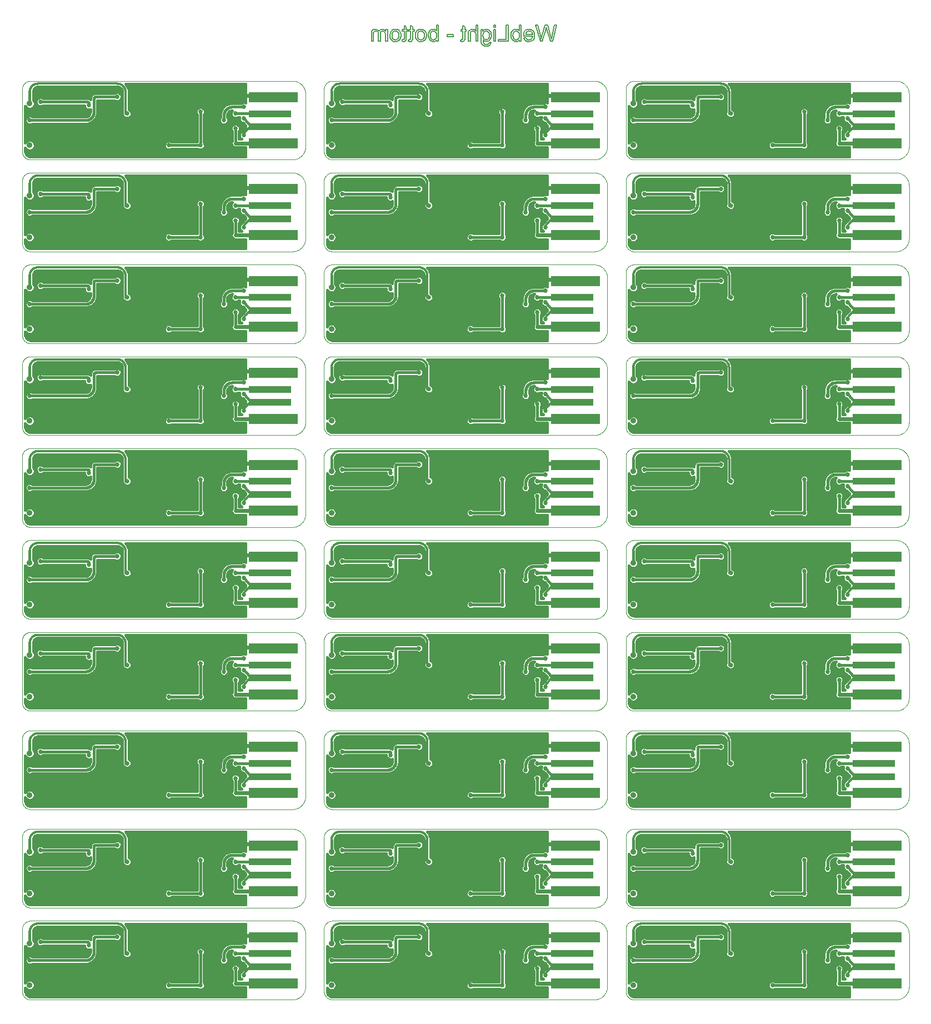
<source format=gbl>
%MOIN*%
%OFA0B0*%
%FSLAX45Y45*%
%IPPOS*%
%LPD*%
%AMOC8*
5,1,8,0,0,1.08239X$1,22.5*%
%AMOC80*
5,1,8,0,0,1.08239X$1,22.5*%
%AMOC800*
5,1,8,0,0,1.08239X$1,22.5*%
%AMOC81*
5,1,8,0,0,1.08239X$1,22.5*%
%AMOC801*
5,1,8,0,0,1.08239X$1,22.5*%
%AMOC810*
5,1,8,0,0,1.08239X$1,22.5*%
%AMOC8000*
5,1,8,0,0,1.08239X$1,22.5*%
%AMOC82*
5,1,8,0,0,1.08239X$1,22.5*%
%AMOC802*
5,1,8,0,0,1.08239X$1,22.5*%
%AMOC811*
5,1,8,0,0,1.08239X$1,22.5*%
%AMOC8001*
5,1,8,0,0,1.08239X$1,22.5*%
%AMOC820*
5,1,8,0,0,1.08239X$1,22.5*%
%AMOC8010*
5,1,8,0,0,1.08239X$1,22.5*%
%AMOC80000*
5,1,8,0,0,1.08239X$1,22.5*%
%AMOC83*
5,1,8,0,0,1.08239X$1,22.5*%
%AMOC803*
5,1,8,0,0,1.08239X$1,22.5*%
%AMOC812*
5,1,8,0,0,1.08239X$1,22.5*%
%AMOC8002*
5,1,8,0,0,1.08239X$1,22.5*%
%AMOC821*
5,1,8,0,0,1.08239X$1,22.5*%
%AMOC8011*
5,1,8,0,0,1.08239X$1,22.5*%
%AMOC8100*
5,1,8,0,0,1.08239X$1,22.5*%
%AMOC80001*
5,1,8,0,0,1.08239X$1,22.5*%
%AMOC830*
5,1,8,0,0,1.08239X$1,22.5*%
%AMOC8020*
5,1,8,0,0,1.08239X$1,22.5*%
%AMOC8110*
5,1,8,0,0,1.08239X$1,22.5*%
%AMOC80010*
5,1,8,0,0,1.08239X$1,22.5*%
%AMOC8200*
5,1,8,0,0,1.08239X$1,22.5*%
%AMOC80100*
5,1,8,0,0,1.08239X$1,22.5*%
%AMOC81000*
5,1,8,0,0,1.08239X$1,22.5*%
%AMOC800000*
5,1,8,0,0,1.08239X$1,22.5*%
%ADD10C,0*%
%ADD11C,0.035*%
%ADD12R,0.29528X0.05906*%
%ADD13R,0.25591X0.03937*%
%ADD14C,0.016*%
%ADD15C,0.027*%
%ADD16C,0.024000000000000004*%
%ADD17C,0.012000000000000002*%
%ADD28C,0*%
%ADD29C,0.035*%
%ADD30R,0.29528X0.05906*%
%ADD31R,0.25591X0.03937*%
%ADD32C,0.016*%
%ADD33C,0.027*%
%ADD34C,0.024000000000000004*%
%ADD35C,0.012000000000000002*%
%ADD46C,0*%
%ADD47C,0.035*%
%ADD48R,0.29528X0.05906*%
%ADD49R,0.25591X0.03937*%
%ADD50C,0.016*%
%ADD51C,0.027*%
%ADD52C,0.024000000000000004*%
%ADD53C,0.012000000000000002*%
%ADD64C,0*%
%ADD65C,0.035*%
%ADD66R,0.29528X0.05906*%
%ADD67R,0.25591X0.03937*%
%ADD68C,0.016*%
%ADD69C,0.027*%
%ADD70C,0.024000000000000004*%
%ADD71C,0.012000000000000002*%
%ADD82C,0*%
%ADD83C,0.035*%
%ADD84R,0.29528X0.05906*%
%ADD85R,0.25591X0.03937*%
%ADD86C,0.016*%
%ADD87C,0.027*%
%ADD88C,0.024000000000000004*%
%ADD89C,0.012000000000000002*%
%ADD100C,0*%
%ADD101C,0.035*%
%ADD102R,0.29528X0.05906*%
%ADD103R,0.25591X0.03937*%
%ADD104C,0.016*%
%ADD105C,0.027*%
%ADD106C,0.024000000000000004*%
%ADD107C,0.012000000000000002*%
%ADD118C,0*%
%ADD119C,0.035*%
%ADD120R,0.29528X0.05906*%
%ADD121R,0.25591X0.03937*%
%ADD122C,0.016*%
%ADD123C,0.027*%
%ADD124C,0.024000000000000004*%
%ADD125C,0.012000000000000002*%
%ADD136C,0*%
%ADD137C,0.035*%
%ADD138R,0.29528X0.05906*%
%ADD139R,0.25591X0.03937*%
%ADD140C,0.016*%
%ADD141C,0.027*%
%ADD142C,0.024000000000000004*%
%ADD143C,0.012000000000000002*%
%ADD154C,0*%
%ADD155C,0.035*%
%ADD156R,0.29528X0.05906*%
%ADD157R,0.25591X0.03937*%
%ADD158C,0.016*%
%ADD159C,0.027*%
%ADD160C,0.024000000000000004*%
%ADD161C,0.012000000000000002*%
%ADD172C,0*%
%ADD173C,0.035*%
%ADD174R,0.29528X0.05906*%
%ADD175R,0.25591X0.03937*%
%ADD176C,0.016*%
%ADD177C,0.027*%
%ADD178C,0.024000000000000004*%
%ADD179C,0.012000000000000002*%
%ADD190C,0*%
%ADD191C,0.035*%
%ADD192R,0.29528X0.05906*%
%ADD193R,0.25591X0.03937*%
%ADD194C,0.016*%
%ADD195C,0.027*%
%ADD196C,0.024000000000000004*%
%ADD197C,0.012000000000000002*%
%ADD208C,0*%
%ADD209C,0.035*%
%ADD210R,0.29528X0.05906*%
%ADD211R,0.25591X0.03937*%
%ADD212C,0.016*%
%ADD213C,0.027*%
%ADD214C,0.024000000000000004*%
%ADD215C,0.012000000000000002*%
%ADD226C,0.0078740157480314977*%
%ADD237C,0*%
%ADD238C,0.035*%
%ADD239R,0.29528X0.05906*%
%ADD240R,0.25591X0.03937*%
%ADD241C,0.016*%
%ADD242C,0.027*%
%ADD243C,0.024000000000000004*%
%ADD244C,0.012000000000000002*%
%ADD255C,0*%
%ADD256C,0.035*%
%ADD257R,0.29528X0.05906*%
%ADD258R,0.25591X0.03937*%
%ADD259C,0.016*%
%ADD260C,0.027*%
%ADD261C,0.024000000000000004*%
%ADD262C,0.012000000000000002*%
%ADD273C,0*%
%ADD274C,0.035*%
%ADD275R,0.29528X0.05906*%
%ADD276R,0.25591X0.03937*%
%ADD277C,0.016*%
%ADD278C,0.027*%
%ADD279C,0.024000000000000004*%
%ADD280C,0.012000000000000002*%
%ADD291C,0*%
%ADD292C,0.035*%
%ADD293R,0.29528X0.05906*%
%ADD294R,0.25591X0.03937*%
%ADD295C,0.016*%
%ADD296C,0.027*%
%ADD297C,0.024000000000000004*%
%ADD298C,0.012000000000000002*%
%ADD309C,0*%
%ADD310C,0.035*%
%ADD311R,0.29528X0.05906*%
%ADD312R,0.25591X0.03937*%
%ADD313C,0.016*%
%ADD314C,0.027*%
%ADD315C,0.024000000000000004*%
%ADD316C,0.012000000000000002*%
%ADD327C,0*%
%ADD328C,0.035*%
%ADD329R,0.29528X0.05906*%
%ADD330R,0.25591X0.03937*%
%ADD331C,0.016*%
%ADD332C,0.027*%
%ADD333C,0.024000000000000004*%
%ADD334C,0.012000000000000002*%
%ADD345C,0*%
%ADD346C,0.035*%
%ADD347R,0.29528X0.05906*%
%ADD348R,0.25591X0.03937*%
%ADD349C,0.016*%
%ADD350C,0.027*%
%ADD351C,0.024000000000000004*%
%ADD352C,0.012000000000000002*%
%ADD363C,0*%
%ADD364C,0.035*%
%ADD365R,0.29528X0.05906*%
%ADD366R,0.25591X0.03937*%
%ADD367C,0.016*%
%ADD368C,0.027*%
%ADD369C,0.024000000000000004*%
%ADD370C,0.012000000000000002*%
%ADD381C,0*%
%ADD382C,0.035*%
%ADD383R,0.29528X0.05906*%
%ADD384R,0.25591X0.03937*%
%ADD385C,0.016*%
%ADD386C,0.027*%
%ADD387C,0.024000000000000004*%
%ADD388C,0.012000000000000002*%
%ADD399C,0*%
%ADD400C,0.035*%
%ADD401R,0.29528X0.05906*%
%ADD402R,0.25591X0.03937*%
%ADD403C,0.016*%
%ADD404C,0.027*%
%ADD405C,0.024000000000000004*%
%ADD406C,0.012000000000000002*%
%ADD417C,0*%
%ADD418C,0.035*%
%ADD419R,0.29528X0.05906*%
%ADD420R,0.25591X0.03937*%
%ADD421C,0.016*%
%ADD422C,0.027*%
%ADD423C,0.024000000000000004*%
%ADD424C,0.012000000000000002*%
%ADD435C,0*%
%ADD436C,0.035*%
%ADD437R,0.29528X0.05906*%
%ADD438R,0.25591X0.03937*%
%ADD439C,0.016*%
%ADD440C,0.027*%
%ADD441C,0.024000000000000004*%
%ADD442C,0.012000000000000002*%
%ADD453C,0*%
%ADD454C,0.035*%
%ADD455R,0.29528X0.05906*%
%ADD456R,0.25591X0.03937*%
%ADD457C,0.016*%
%ADD458C,0.027*%
%ADD459C,0.024000000000000004*%
%ADD460C,0.012000000000000002*%
%ADD471C,0*%
%ADD472C,0.035*%
%ADD473R,0.29528X0.05906*%
%ADD474R,0.25591X0.03937*%
%ADD475C,0.016*%
%ADD476C,0.027*%
%ADD477C,0.024000000000000004*%
%ADD478C,0.012000000000000002*%
%ADD489C,0*%
%ADD490C,0.035*%
%ADD491R,0.29528X0.05906*%
%ADD492R,0.25591X0.03937*%
%ADD493C,0.016*%
%ADD494C,0.027*%
%ADD495C,0.024000000000000004*%
%ADD496C,0.012000000000000002*%
%ADD507C,0*%
%ADD508C,0.035*%
%ADD509R,0.29528X0.05906*%
%ADD510R,0.25591X0.03937*%
%ADD511C,0.016*%
%ADD512C,0.027*%
%ADD513C,0.024000000000000004*%
%ADD514C,0.012000000000000002*%
%ADD525C,0*%
%ADD526C,0.035*%
%ADD527R,0.29528X0.05906*%
%ADD528R,0.25591X0.03937*%
%ADD529C,0.016*%
%ADD530C,0.027*%
%ADD531C,0.024000000000000004*%
%ADD532C,0.012000000000000002*%
%ADD543C,0*%
%ADD544C,0.035*%
%ADD545R,0.29528X0.05906*%
%ADD546R,0.25591X0.03937*%
%ADD547C,0.016*%
%ADD548C,0.027*%
%ADD549C,0.024000000000000004*%
%ADD550C,0.012000000000000002*%
%LPD*%
G75*
D10*
X000417311Y000388689D02*
X000574437Y000388689D01*
X000574627Y000388690D01*
X000574817Y000388698D01*
X000575007Y000388710D01*
X000575197Y000388726D01*
X000575386Y000388745D01*
X000575575Y000388772D01*
X000575763Y000388801D01*
X000575950Y000388836D01*
X000576136Y000388875D01*
X000576320Y000388918D01*
X000576506Y000388966D01*
X000576689Y000389018D01*
X000576870Y000389074D01*
X000577050Y000389135D01*
X000577229Y000389201D01*
X000577406Y000389270D01*
X000577582Y000389344D01*
X000577755Y000389422D01*
X000577927Y000389505D01*
X000578096Y000389591D01*
X000578264Y000389681D01*
X000578429Y000389776D01*
X000578592Y000389874D01*
X000578752Y000389977D01*
X000578910Y000390083D01*
X000579065Y000390193D01*
X000579218Y000390306D01*
X000579368Y000390424D01*
X000579514Y000390545D01*
X000579658Y000390669D01*
X000579799Y000390797D01*
X000579937Y000390928D01*
X000580072Y000391063D01*
X000580203Y000391201D01*
X000580331Y000391342D01*
X000580455Y000391486D01*
X000580576Y000391632D01*
X000580694Y000391782D01*
X000580806Y000391935D01*
X000580916Y000392090D01*
X000581023Y000392248D01*
X000581126Y000392407D01*
X000581224Y000392571D01*
X000581319Y000392736D01*
X000581409Y000392903D01*
X000581495Y000393073D01*
X000581578Y000393245D01*
X000581656Y000393418D01*
X000581730Y000393594D01*
X000581799Y000393771D01*
X000581864Y000393950D01*
X000581926Y000394130D01*
X000581981Y000394311D01*
X000582034Y000394493D01*
X000582082Y000394679D01*
X000582125Y000394864D01*
X000582164Y000395050D01*
X000582199Y000395237D01*
X000582228Y000395425D01*
X000582254Y000395613D01*
X000582274Y000395803D01*
X000582290Y000395992D01*
X000582301Y000396182D01*
X000582309Y000396373D01*
X000582311Y000396563D01*
X000582311Y000428059D01*
X000582309Y000428249D01*
X000582301Y000428439D01*
X000582290Y000428629D01*
X000582274Y000428819D01*
X000582254Y000429007D01*
X000582228Y000429197D01*
X000582199Y000429385D01*
X000582164Y000429572D01*
X000582125Y000429758D01*
X000582082Y000429943D01*
X000582034Y000430128D01*
X000581981Y000430311D01*
X000581926Y000430492D01*
X000581864Y000430672D01*
X000581799Y000430851D01*
X000581730Y000431027D01*
X000581656Y000431203D01*
X000581578Y000431377D01*
X000581495Y000431548D01*
X000581409Y000431717D01*
X000581319Y000431886D01*
X000581224Y000432050D01*
X000581126Y000432214D01*
X000581023Y000432374D01*
X000580916Y000432531D01*
X000580806Y000432687D01*
X000580694Y000432840D01*
X000580576Y000432990D01*
X000580455Y000433136D01*
X000580331Y000433280D01*
X000580203Y000433420D01*
X000580072Y000433559D01*
X000579937Y000433694D01*
X000579799Y000433825D01*
X000579658Y000433953D01*
X000579514Y000434077D01*
X000579368Y000434198D01*
X000579218Y000434316D01*
X000579065Y000434429D01*
X000578910Y000434539D01*
X000578752Y000434645D01*
X000578592Y000434748D01*
X000578429Y000434846D01*
X000578264Y000434941D01*
X000578096Y000435031D01*
X000577927Y000435117D01*
X000577755Y000435200D01*
X000577582Y000435278D01*
X000577406Y000435351D01*
X000577229Y000435421D01*
X000577050Y000435487D01*
X000576870Y000435548D01*
X000576689Y000435604D01*
X000576506Y000435656D01*
X000576320Y000435703D01*
X000576136Y000435747D01*
X000575950Y000435785D01*
X000575763Y000435820D01*
X000575575Y000435850D01*
X000575386Y000435876D01*
X000575197Y000435896D01*
X000575007Y000435912D01*
X000574817Y000435924D01*
X000574627Y000435931D01*
X000574437Y000435933D01*
X000417311Y000435933D01*
X000417171Y000435931D01*
X000417031Y000435925D01*
X000416891Y000435914D01*
X000416751Y000435902D01*
X000416612Y000435884D01*
X000416472Y000435862D01*
X000416336Y000435837D01*
X000416198Y000435808D01*
X000416062Y000435775D01*
X000415927Y000435738D01*
X000415793Y000435696D01*
X000415660Y000435652D01*
X000415528Y000435604D01*
X000415398Y000435552D01*
X000415269Y000435497D01*
X000415142Y000435438D01*
X000415015Y000435375D01*
X000414892Y000435309D01*
X000414771Y000435240D01*
X000414651Y000435167D01*
X000414533Y000435090D01*
X000414418Y000435011D01*
X000414304Y000434928D01*
X000414194Y000434842D01*
X000414085Y000434753D01*
X000413978Y000434661D01*
X000413876Y000434565D01*
X000413774Y000434469D01*
X000413678Y000434368D01*
X000413583Y000434265D01*
X000413490Y000434159D01*
X000413401Y000434049D01*
X000413316Y000433940D01*
X000413232Y000433826D01*
X000413154Y000433711D01*
X000413077Y000433593D01*
X000413004Y000433473D01*
X000412934Y000433352D01*
X000412869Y000433228D01*
X000412805Y000433101D01*
X000412747Y000432975D01*
X000412692Y000432846D01*
X000412640Y000432716D01*
X000412592Y000432584D01*
X000412547Y000432451D01*
X000412506Y000432317D01*
X000412469Y000432182D01*
X000412436Y000432046D01*
X000412406Y000431907D01*
X000412382Y000431771D01*
X000412360Y000431632D01*
X000412342Y000431493D01*
X000412329Y000431353D01*
X000412319Y000431213D01*
X000412313Y000431073D01*
X000412310Y000430933D01*
X000412310Y000393689D01*
X000412313Y000393549D01*
X000412319Y000393409D01*
X000412329Y000393269D01*
X000412342Y000393129D01*
X000412360Y000392990D01*
X000412382Y000392851D01*
X000412406Y000392714D01*
X000412436Y000392576D01*
X000412469Y000392440D01*
X000412506Y000392305D01*
X000412547Y000392170D01*
X000412592Y000392038D01*
X000412640Y000391906D01*
X000412692Y000391776D01*
X000412747Y000391647D01*
X000412805Y000391520D01*
X000412869Y000391394D01*
X000412934Y000391269D01*
X000413004Y000391149D01*
X000413077Y000391028D01*
X000413154Y000390911D01*
X000413232Y000390795D01*
X000413316Y000390682D01*
X000413401Y000390572D01*
X000413490Y000390463D01*
X000413583Y000390357D01*
X000413678Y000390254D01*
X000413774Y000390153D01*
X000413876Y000390056D01*
X000413978Y000389961D01*
X000414085Y000389869D01*
X000414194Y000389780D01*
X000414304Y000389693D01*
X000414418Y000389611D01*
X000414533Y000389532D01*
X000414651Y000389455D01*
X000414771Y000389382D01*
X000414892Y000389313D01*
X000415015Y000389247D01*
X000415142Y000389184D01*
X000415269Y000389124D01*
X000415398Y000389070D01*
X000415528Y000389018D01*
X000415660Y000388970D01*
X000415793Y000388924D01*
X000415927Y000388884D01*
X000416062Y000388847D01*
X000416198Y000388814D01*
X000416336Y000388785D01*
X000416472Y000388760D01*
X000416612Y000388738D01*
X000416751Y000388720D01*
X000416891Y000388707D01*
X000417031Y000388697D01*
X000417171Y000388690D01*
X000417311Y000388689D01*
D11*
X000416811Y000397311D03*
X000416811Y000422311D03*
D12*
X000563098Y000426091D03*
X000563098Y000398531D03*
D13*
X000561130Y000408373D03*
X000561130Y000416248D03*
D14*
X000540311Y000416310D01*
X000538311Y000420310D02*
X000538171Y000420309D01*
X000538031Y000420303D01*
X000537891Y000420293D01*
X000537751Y000420280D01*
X000537612Y000420261D01*
X000537473Y000420240D01*
X000537336Y000420214D01*
X000537198Y000420186D01*
X000537062Y000420153D01*
X000536927Y000420116D01*
X000536793Y000420075D01*
X000536660Y000420030D01*
X000536528Y000419982D01*
X000536398Y000419930D01*
X000536269Y000419875D01*
X000536141Y000419815D01*
X000536016Y000419753D01*
X000535892Y000419686D01*
X000535771Y000419618D01*
X000535651Y000419545D01*
X000535533Y000419468D01*
X000535418Y000419388D01*
X000535303Y000419306D01*
X000535193Y000419219D01*
X000535085Y000419130D01*
X000534979Y000419039D01*
X000534876Y000418944D01*
X000534775Y000418846D01*
X000534678Y000418746D01*
X000534583Y000418642D01*
X000534491Y000418537D01*
X000534402Y000418428D01*
X000534316Y000418318D01*
X000534233Y000418204D01*
X000534154Y000418089D01*
X000534077Y000417971D01*
X000534004Y000417851D01*
X000533935Y000417730D01*
X000533869Y000417605D01*
X000533806Y000417480D01*
X000533747Y000417353D01*
X000533690Y000417224D01*
X000533640Y000417094D01*
X000533592Y000416962D01*
X000533547Y000416829D01*
X000533506Y000416695D01*
X000533469Y000416560D01*
X000533436Y000416424D01*
X000533407Y000416286D01*
X000533382Y000416148D01*
X000533360Y000416010D01*
X000533340Y000415871D01*
X000533329Y000415731D01*
X000533319Y000415591D01*
X000533313Y000415451D01*
X000533311Y000415311D01*
X000533311Y000412310D01*
X000530661Y000412667D02*
X000521411Y000412667D01*
X000517211Y000412667D02*
X000455708Y000412667D01*
X000456330Y000413289D02*
X000457411Y000415899D01*
X000457411Y000424211D01*
X000467663Y000424211D01*
X000467809Y000424064D01*
X000468783Y000423661D01*
X000469838Y000423661D01*
X000470812Y000424064D01*
X000471558Y000424810D01*
X000471961Y000425784D01*
X000471961Y000426837D01*
X000471558Y000427812D01*
X000470812Y000428558D01*
X000469838Y000428960D01*
X000468783Y000428960D01*
X000467809Y000428558D01*
X000467663Y000428411D01*
X000455441Y000428411D01*
X000455388Y000428357D01*
X000454042Y000427580D01*
X000453265Y000426234D01*
X000453211Y000426180D01*
X000453211Y000424794D01*
X000452234Y000425357D01*
X000452181Y000425411D01*
X000424959Y000425411D01*
X000424812Y000425558D01*
X000423838Y000425961D01*
X000422783Y000425961D01*
X000421810Y000425558D01*
X000421064Y000424812D01*
X000420661Y000423838D01*
X000420661Y000422783D01*
X000421064Y000421810D01*
X000421810Y000421064D01*
X000422783Y000420661D01*
X000423838Y000420661D01*
X000424812Y000421064D01*
X000424959Y000421211D01*
X000449661Y000421211D01*
X000449661Y000420784D01*
X000450064Y000419810D01*
X000450810Y000419064D01*
X000451783Y000418661D01*
X000452838Y000418661D01*
X000453211Y000418815D01*
X000453211Y000417311D01*
X000453155Y000416744D01*
X000452722Y000415700D01*
X000451922Y000414900D01*
X000450877Y000414466D01*
X000450311Y000414411D01*
X000418459Y000414411D01*
X000418312Y000414558D01*
X000417338Y000414961D01*
X000416284Y000414961D01*
X000415310Y000414558D01*
X000414564Y000413812D01*
X000414161Y000412838D01*
X000414161Y000411784D01*
X000414564Y000410810D01*
X000415310Y000410064D01*
X000416284Y000409661D01*
X000417338Y000409661D01*
X000418312Y000410064D01*
X000418459Y000410210D01*
X000451722Y000410210D01*
X000454333Y000411292D01*
X000456330Y000413289D01*
X000456330Y000413289D01*
X000456734Y000414265D02*
X000473386Y000414265D01*
X000473440Y000414211D02*
X000473663Y000414211D01*
X000473810Y000414064D01*
X000474784Y000413661D01*
X000475838Y000413661D01*
X000476811Y000414064D01*
X000477558Y000414810D01*
X000477961Y000415784D01*
X000477961Y000416838D01*
X000477558Y000417812D01*
X000476811Y000418558D01*
X000476211Y000418807D01*
X000476211Y000428526D01*
X000476213Y000428528D01*
X000476211Y000429315D01*
X000476211Y000430098D01*
X000476209Y000430100D01*
X000476208Y000430685D01*
X000476208Y000430685D01*
X000475154Y000433215D01*
X000474232Y000434133D01*
X000546311Y000434133D01*
X000546311Y000422764D01*
X000545838Y000422961D01*
X000544784Y000422961D01*
X000543810Y000422558D01*
X000543663Y000422410D01*
X000536899Y000422410D01*
X000534288Y000421330D01*
X000532292Y000419332D01*
X000532292Y000419332D01*
X000531210Y000416723D01*
X000531210Y000413959D01*
X000531064Y000413812D01*
X000530661Y000412838D01*
X000530661Y000411784D01*
X000531064Y000410810D01*
X000531808Y000410064D01*
X000532784Y000409661D01*
X000533838Y000409661D01*
X000534812Y000410064D01*
X000535558Y000410810D01*
X000535961Y000411784D01*
X000535961Y000412838D01*
X000535558Y000413812D01*
X000535411Y000413959D01*
X000535411Y000415311D01*
X000535467Y000415876D01*
X000535900Y000416922D01*
X000536700Y000417722D01*
X000537745Y000418154D01*
X000538311Y000418211D01*
X000538463Y000418211D01*
X000538064Y000417812D01*
X000537661Y000416838D01*
X000537661Y000415784D01*
X000538064Y000414810D01*
X000538810Y000414064D01*
X000539784Y000413661D01*
X000540838Y000413661D01*
X000541812Y000414064D01*
X000541954Y000414206D01*
X000542812Y000414203D01*
X000542661Y000413838D01*
X000542661Y000412784D01*
X000543064Y000411810D01*
X000543810Y000411064D01*
X000544784Y000410661D01*
X000544857Y000410661D01*
X000546311Y000409027D01*
X000546311Y000408222D01*
X000543937Y000405624D01*
X000543913Y000405600D01*
X000543810Y000405558D01*
X000543064Y000404812D01*
X000542661Y000403838D01*
X000542661Y000402784D01*
X000543064Y000401809D01*
X000543810Y000401064D01*
X000543888Y000401030D01*
X000542411Y000401030D01*
X000542411Y000405663D01*
X000542558Y000405809D01*
X000542961Y000406784D01*
X000542961Y000407838D01*
X000542558Y000408812D01*
X000541812Y000409558D01*
X000540838Y000409961D01*
X000539784Y000409961D01*
X000538810Y000409558D01*
X000538064Y000408812D01*
X000537661Y000407838D01*
X000537661Y000406784D01*
X000538064Y000405809D01*
X000538211Y000405663D01*
X000538211Y000399967D01*
X000538192Y000399948D01*
X000537811Y000399029D01*
X000537811Y000398034D01*
X000538192Y000397115D01*
X000538895Y000396412D01*
X000539814Y000396031D01*
X000546311Y000396031D01*
X000546311Y000390489D01*
X000417311Y000390489D01*
X000416687Y000390550D01*
X000415533Y000391028D01*
X000414649Y000391911D01*
X000414172Y000393065D01*
X000414111Y000393689D01*
X000414111Y000395859D01*
X000414225Y000395583D01*
X000415083Y000394725D01*
X000416204Y000394261D01*
X000417418Y000394261D01*
X000418539Y000394725D01*
X000419397Y000395583D01*
X000419861Y000396704D01*
X000419861Y000397918D01*
X000419397Y000399038D01*
X000418539Y000399897D01*
X000417418Y000400361D01*
X000416204Y000400361D01*
X000415083Y000399897D01*
X000414225Y000399038D01*
X000414111Y000398763D01*
X000414111Y000420859D01*
X000414225Y000420583D01*
X000415083Y000419725D01*
X000416204Y000419261D01*
X000417418Y000419261D01*
X000418539Y000419725D01*
X000419397Y000420583D01*
X000419861Y000421704D01*
X000419861Y000422918D01*
X000419397Y000424038D01*
X000418911Y000424524D01*
X000418911Y000430180D01*
X000418893Y000430199D01*
X000419235Y000431022D01*
X000420089Y000431872D01*
X000421204Y000432331D01*
X000421807Y000432388D01*
X000422593Y000432387D01*
X000422596Y000432388D01*
X000468526Y000432388D01*
X000468527Y000432387D01*
X000469315Y000432388D01*
X000469918Y000432331D01*
X000471032Y000431872D01*
X000471887Y000431022D01*
X000472349Y000429908D01*
X000472410Y000429307D01*
X000472410Y000417380D01*
X000472211Y000417181D01*
X000472211Y000415441D01*
X000473440Y000414211D01*
X000477013Y000414265D02*
X000517211Y000414265D01*
X000517211Y000415663D02*
X000517211Y000399410D01*
X000501959Y000399410D01*
X000501811Y000399558D01*
X000500838Y000399961D01*
X000499784Y000399961D01*
X000498810Y000399558D01*
X000498064Y000398812D01*
X000497661Y000397838D01*
X000497661Y000396784D01*
X000498064Y000395810D01*
X000498810Y000395064D01*
X000499784Y000394661D01*
X000500838Y000394661D01*
X000501811Y000395064D01*
X000501959Y000395211D01*
X000517663Y000395211D01*
X000517809Y000395064D01*
X000518783Y000394661D01*
X000519838Y000394661D01*
X000520812Y000395064D01*
X000521558Y000395810D01*
X000521961Y000396784D01*
X000521961Y000397838D01*
X000521558Y000398812D01*
X000521411Y000398959D01*
X000521411Y000415663D01*
X000521558Y000415810D01*
X000521961Y000416784D01*
X000521961Y000417838D01*
X000521558Y000418811D01*
X000520812Y000419557D01*
X000519838Y000419961D01*
X000518783Y000419961D01*
X000517809Y000419557D01*
X000517063Y000418811D01*
X000516661Y000417838D01*
X000516661Y000416784D01*
X000517063Y000415810D01*
X000517211Y000415663D01*
X000517042Y000415864D02*
X000477961Y000415864D01*
X000475311Y000416310D02*
X000474311Y000416310D01*
X000472211Y000415864D02*
X000457395Y000415864D01*
X000457411Y000417462D02*
X000472410Y000417462D01*
X000472410Y000419061D02*
X000457411Y000419061D01*
X000457411Y000420659D02*
X000472410Y000420659D01*
X000472410Y000422258D02*
X000457411Y000422258D01*
X000457411Y000423855D02*
X000468312Y000423855D01*
X000470309Y000423855D02*
X000472410Y000423855D01*
X000476211Y000423855D02*
X000546311Y000423855D01*
X000546311Y000425455D02*
X000476211Y000425455D01*
X000476211Y000427053D02*
X000546311Y000427053D01*
X000546311Y000428652D02*
X000476212Y000428652D01*
X000472410Y000428652D02*
X000470585Y000428652D01*
X000468037Y000428652D02*
X000418911Y000428652D01*
X000416811Y000429311D02*
X000416811Y000422311D01*
X000419861Y000422258D02*
X000420878Y000422258D01*
X000419428Y000420659D02*
X000449713Y000420659D01*
X000452311Y000421311D02*
X000452311Y000422311D01*
X000452309Y000422370D01*
X000452304Y000422431D01*
X000452295Y000422491D01*
X000452282Y000422550D01*
X000452266Y000422609D01*
X000452245Y000422666D01*
X000452223Y000422721D01*
X000452196Y000422776D01*
X000452167Y000422828D01*
X000452134Y000422879D01*
X000452098Y000422928D01*
X000452060Y000422973D01*
X000452018Y000423018D01*
X000451973Y000423060D01*
X000451928Y000423098D01*
X000451879Y000423134D01*
X000451828Y000423167D01*
X000451776Y000423196D01*
X000451721Y000423223D01*
X000451666Y000423245D01*
X000451609Y000423266D01*
X000451550Y000423282D01*
X000451491Y000423295D01*
X000451431Y000423304D01*
X000451370Y000423309D01*
X000451311Y000423311D01*
X000423311Y000423311D01*
X000423086Y000423311D01*
X000420669Y000423855D02*
X000419472Y000423855D01*
X000418911Y000425455D02*
X000421706Y000425455D01*
X000424915Y000425455D02*
X000453211Y000425455D01*
X000455311Y000425311D02*
X000455311Y000417311D01*
X000453211Y000417462D02*
X000414111Y000417462D01*
X000414111Y000415864D02*
X000452790Y000415864D01*
X000455311Y000417311D02*
X000455309Y000417171D01*
X000455302Y000417031D01*
X000455293Y000416891D01*
X000455280Y000416751D01*
X000455262Y000416612D01*
X000455239Y000416472D01*
X000455215Y000416336D01*
X000455185Y000416198D01*
X000455152Y000416062D01*
X000455116Y000415927D01*
X000455075Y000415793D01*
X000455030Y000415660D01*
X000454982Y000415528D01*
X000454929Y000415398D01*
X000454875Y000415269D01*
X000454816Y000415142D01*
X000454753Y000415015D01*
X000454687Y000414892D01*
X000454617Y000414771D01*
X000454545Y000414651D01*
X000454467Y000414533D01*
X000454389Y000414418D01*
X000454305Y000414304D01*
X000454220Y000414194D01*
X000454131Y000414085D01*
X000454039Y000413978D01*
X000453944Y000413876D01*
X000453847Y000413774D01*
X000453746Y000413678D01*
X000453643Y000413583D01*
X000453537Y000413490D01*
X000453428Y000413401D01*
X000453318Y000413316D01*
X000453204Y000413232D01*
X000453089Y000413154D01*
X000452970Y000413077D01*
X000452851Y000413004D01*
X000452730Y000412934D01*
X000452606Y000412869D01*
X000452480Y000412805D01*
X000452353Y000412747D01*
X000452224Y000412692D01*
X000452094Y000412640D01*
X000451962Y000412592D01*
X000451829Y000412547D01*
X000451694Y000412506D01*
X000451560Y000412469D01*
X000451424Y000412436D01*
X000451286Y000412406D01*
X000451149Y000412382D01*
X000451010Y000412360D01*
X000450871Y000412342D01*
X000450731Y000412329D01*
X000450591Y000412319D01*
X000450451Y000412313D01*
X000450311Y000412310D01*
X000416811Y000412310D01*
X000414161Y000412667D02*
X000414111Y000412667D01*
X000414111Y000414265D02*
X000415018Y000414265D01*
X000414457Y000411068D02*
X000414111Y000411068D01*
X000414111Y000409469D02*
X000517211Y000409469D01*
X000517211Y000411068D02*
X000453793Y000411068D01*
X000454333Y000411292D02*
X000454333Y000411292D01*
X000450819Y000419061D02*
X000414111Y000419061D01*
X000414111Y000420659D02*
X000414194Y000420659D01*
X000418911Y000427053D02*
X000453737Y000427053D01*
X000454042Y000427580D02*
X000454042Y000427580D01*
X000454042Y000427580D01*
X000456311Y000426311D02*
X000469311Y000426311D01*
X000471825Y000425455D02*
X000472410Y000425455D01*
X000472410Y000427053D02*
X000471872Y000427053D01*
X000472208Y000430250D02*
X000418914Y000430250D01*
X000420066Y000431849D02*
X000471056Y000431849D01*
X000469315Y000432388D02*
X000469315Y000432388D01*
X000474920Y000433446D02*
X000546311Y000433446D01*
X000546311Y000431849D02*
X000475723Y000431849D01*
X000476209Y000430250D02*
X000546311Y000430250D01*
X000551878Y000426689D02*
X000540311Y000427311D01*
X000551878Y000426689D02*
X000563098Y000426091D01*
X000545311Y000420310D02*
X000538311Y000420310D01*
X000534288Y000421330D02*
X000534288Y000421330D01*
X000533617Y000420659D02*
X000476211Y000420659D01*
X000476211Y000422258D02*
X000536528Y000422258D01*
X000532179Y000419061D02*
X000521309Y000419061D01*
X000517312Y000419061D02*
X000476211Y000419061D01*
X000477702Y000417462D02*
X000516661Y000417462D01*
X000519311Y000417311D02*
X000519311Y000397311D01*
X000500311Y000397311D01*
X000497703Y000396682D02*
X000419852Y000396682D01*
X000418896Y000395083D02*
X000498791Y000395083D01*
X000501830Y000395083D02*
X000517791Y000395083D01*
X000520830Y000395083D02*
X000546311Y000395083D01*
X000546311Y000393485D02*
X000414131Y000393485D01*
X000414111Y000395083D02*
X000414726Y000395083D01*
X000421311Y000393311D02*
X000421311Y000402311D01*
X000418557Y000399879D02*
X000499585Y000399879D01*
X000501037Y000399879D02*
X000517211Y000399879D01*
X000517211Y000401477D02*
X000414111Y000401477D01*
X000414111Y000399879D02*
X000415065Y000399879D01*
X000419711Y000398280D02*
X000497844Y000398280D01*
X000482810Y000391309D02*
X000482723Y000391289D01*
X000482634Y000391273D01*
X000482545Y000391261D01*
X000482456Y000391253D01*
X000482366Y000391249D01*
X000482276Y000391247D01*
X000482186Y000391252D01*
X000482097Y000391259D01*
X000482007Y000391271D01*
X000481919Y000391286D01*
X000481831Y000391305D01*
X000481744Y000391327D01*
X000481658Y000391355D01*
X000481573Y000391385D01*
X000481490Y000391419D01*
X000481407Y000391457D01*
X000481328Y000391498D01*
X000481250Y000391542D01*
X000481174Y000391590D01*
X000481100Y000391641D01*
X000481027Y000391696D01*
X000480959Y000391754D01*
X000480893Y000391814D01*
X000480829Y000391878D01*
X000480768Y000391944D01*
X000480710Y000392012D01*
X000480654Y000392083D01*
X000480603Y000392157D01*
X000480553Y000392232D01*
X000480509Y000392310D01*
X000480467Y000392390D01*
X000480428Y000392471D01*
X000480394Y000392554D01*
X000480361Y000392639D01*
X000480335Y000392724D01*
X000480311Y000392811D01*
X000480311Y000395311D01*
X000482810Y000391309D02*
X000541275Y000391309D01*
X000543043Y000391043D02*
X000543311Y000391311D01*
X000546311Y000391886D02*
X000414675Y000391886D01*
X000414111Y000403076D02*
X000517211Y000403076D01*
X000521411Y000403076D02*
X000538211Y000403076D01*
X000542411Y000403076D02*
X000542661Y000403076D01*
X000542411Y000404674D02*
X000543007Y000404674D01*
X000542749Y000406273D02*
X000544530Y000406273D01*
X000540311Y000407311D02*
X000540311Y000398531D01*
X000537811Y000398280D02*
X000521778Y000398280D01*
X000521919Y000396682D02*
X000538625Y000396682D01*
X000541275Y000391309D02*
X000541355Y000391263D01*
X000541436Y000391220D01*
X000541518Y000391181D01*
X000541603Y000391145D01*
X000541689Y000391112D01*
X000541776Y000391083D01*
X000541864Y000391057D01*
X000541953Y000391034D01*
X000542042Y000391015D01*
X000542133Y000391000D01*
X000542224Y000390988D01*
X000542315Y000390980D01*
X000542407Y000390975D01*
X000542498Y000390974D01*
X000542590Y000390977D01*
X000542682Y000390983D01*
X000542773Y000390992D01*
X000542864Y000391006D01*
X000542954Y000391023D01*
X000543043Y000391043D01*
X000538163Y000399879D02*
X000521411Y000399879D01*
X000521411Y000401477D02*
X000538211Y000401477D01*
X000542411Y000401477D02*
X000543397Y000401477D01*
X000538211Y000404674D02*
X000521411Y000404674D01*
X000521411Y000406273D02*
X000537873Y000406273D01*
X000537675Y000407871D02*
X000521411Y000407871D01*
X000517211Y000407871D02*
X000414111Y000407871D01*
X000414111Y000406273D02*
X000517211Y000406273D01*
X000517211Y000404674D02*
X000414111Y000404674D01*
X000455311Y000425311D02*
X000455313Y000425371D01*
X000455318Y000425432D01*
X000455327Y000425491D01*
X000455340Y000425549D01*
X000455356Y000425609D01*
X000455375Y000425666D01*
X000455399Y000425721D01*
X000455426Y000425776D01*
X000455455Y000425828D01*
X000455488Y000425879D01*
X000455524Y000425928D01*
X000455562Y000425974D01*
X000455604Y000426018D01*
X000455647Y000426060D01*
X000455694Y000426098D01*
X000455743Y000426133D01*
X000455794Y000426166D01*
X000455846Y000426196D01*
X000455901Y000426223D01*
X000455956Y000426246D01*
X000456013Y000426266D01*
X000456072Y000426281D01*
X000456131Y000426295D01*
X000456189Y000426304D01*
X000456250Y000426309D01*
X000456311Y000426311D01*
X000475154Y000433215D02*
X000475154Y000433215D01*
X000521961Y000417462D02*
X000531517Y000417462D01*
X000531210Y000415864D02*
X000521580Y000415864D01*
X000521411Y000414265D02*
X000531210Y000414265D01*
X000535411Y000414265D02*
X000538607Y000414265D01*
X000537661Y000415864D02*
X000535465Y000415864D01*
X000536440Y000417462D02*
X000537920Y000417462D01*
X000545311Y000413311D02*
X000550311Y000407688D01*
X000561130Y000408373D01*
X000549311Y000408689D01*
X000553311Y000408689D01*
X000545990Y000407871D02*
X000542947Y000407871D01*
X000541900Y000409469D02*
X000545917Y000409469D01*
X000543806Y000411068D02*
X000535665Y000411068D01*
X000538722Y000409469D02*
X000521411Y000409469D01*
X000521411Y000411068D02*
X000530957Y000411068D01*
X000535961Y000412667D02*
X000542710Y000412667D01*
X000421807Y000432388D02*
X000421807Y000432388D01*
D15*
X000423311Y000423311D03*
X000452311Y000421311D03*
X000469311Y000426311D03*
X000475311Y000416310D03*
X000519311Y000417311D03*
X000533311Y000412310D03*
X000540311Y000416310D03*
X000545311Y000413311D03*
X000540311Y000407311D03*
X000545311Y000403311D03*
X000519311Y000397311D03*
X000500311Y000397311D03*
X000480311Y000395311D03*
X000421311Y000393311D03*
X000421311Y000402311D03*
X000416811Y000412310D03*
X000540311Y000427311D03*
X000545311Y000420310D03*
X000543311Y000391311D03*
D16*
X000540311Y000398531D02*
X000563098Y000398531D01*
X000563098Y000426091D02*
X000540311Y000427311D01*
D17*
X000549311Y000408689D02*
X000545311Y000404311D01*
X000545311Y000403311D01*
X000474311Y000416310D02*
X000474311Y000429311D01*
X000474308Y000429451D01*
X000474303Y000429591D01*
X000474292Y000429730D01*
X000474278Y000429870D01*
X000474260Y000430008D01*
X000474239Y000430147D01*
X000474213Y000430284D01*
X000474183Y000430421D01*
X000474150Y000430557D01*
X000474113Y000430692D01*
X000474071Y000430826D01*
X000474027Y000430958D01*
X000473979Y000431088D01*
X000473927Y000431219D01*
X000473871Y000431348D01*
X000473812Y000431475D01*
X000473749Y000431600D01*
X000473683Y000431723D01*
X000473613Y000431844D01*
X000473540Y000431963D01*
X000473464Y000432081D01*
X000473384Y000432196D01*
X000473302Y000432308D01*
X000473216Y000432419D01*
X000473127Y000432527D01*
X000473034Y000432632D01*
X000472940Y000432735D01*
X000472842Y000432836D01*
X000472741Y000432932D01*
X000472638Y000433026D01*
X000472532Y000433119D01*
X000472424Y000433207D01*
X000472313Y000433293D01*
X000472200Y000433375D01*
X000472085Y000433453D01*
X000471967Y000433530D01*
X000471847Y000433603D01*
X000471725Y000433671D01*
X000471602Y000433737D01*
X000471476Y000433800D01*
X000471350Y000433858D01*
X000471221Y000433913D01*
X000471091Y000433965D01*
X000470959Y000434013D01*
X000470827Y000434056D01*
X000470693Y000434097D01*
X000470557Y000434134D01*
X000470421Y000434166D01*
X000470285Y000434195D01*
X000470146Y000434220D01*
X000470009Y000434242D01*
X000469869Y000434259D01*
X000469730Y000434272D01*
X000469590Y000434281D01*
X000469451Y000434286D01*
X000469311Y000434288D01*
X000421811Y000434288D01*
X000421671Y000434286D01*
X000421530Y000434281D01*
X000421392Y000434272D01*
X000421251Y000434259D01*
X000421113Y000434242D01*
X000420974Y000434220D01*
X000420837Y000434195D01*
X000420701Y000434166D01*
X000420565Y000434134D01*
X000420429Y000434097D01*
X000420295Y000434056D01*
X000420163Y000434013D01*
X000420031Y000433965D01*
X000419901Y000433913D01*
X000419772Y000433858D01*
X000419644Y000433800D01*
X000419520Y000433737D01*
X000419395Y000433671D01*
X000419275Y000433603D01*
X000419155Y000433530D01*
X000419036Y000433453D01*
X000418922Y000433375D01*
X000418809Y000433293D01*
X000418698Y000433207D01*
X000418590Y000433119D01*
X000418484Y000433026D01*
X000418381Y000432932D01*
X000418280Y000432836D01*
X000418182Y000432735D01*
X000418086Y000432632D01*
X000417995Y000432527D01*
X000417906Y000432419D01*
X000417820Y000432308D01*
X000417738Y000432196D01*
X000417658Y000432081D01*
X000417582Y000431963D01*
X000417509Y000431844D01*
X000417439Y000431723D01*
X000417373Y000431600D01*
X000417310Y000431475D01*
X000417251Y000431348D01*
X000417195Y000431219D01*
X000417143Y000431088D01*
X000417095Y000430958D01*
X000417049Y000430826D01*
X000417009Y000430692D01*
X000416972Y000430557D01*
X000416939Y000430421D01*
X000416909Y000430284D01*
X000416883Y000430147D01*
X000416862Y000430008D01*
X000416844Y000429870D01*
X000416830Y000429730D01*
X000416819Y000429591D01*
X000416812Y000429451D01*
X000416811Y000429311D01*
G75*
D28*
X000055106Y000333571D02*
X000212232Y000333571D01*
X000212422Y000333572D01*
X000212611Y000333580D01*
X000212803Y000333592D01*
X000212993Y000333608D01*
X000213181Y000333627D01*
X000213371Y000333654D01*
X000213559Y000333683D01*
X000213746Y000333718D01*
X000213932Y000333757D01*
X000214116Y000333800D01*
X000214302Y000333848D01*
X000214485Y000333900D01*
X000214665Y000333956D01*
X000214846Y000334017D01*
X000215025Y000334083D01*
X000215201Y000334152D01*
X000215377Y000334225D01*
X000215551Y000334304D01*
X000215723Y000334387D01*
X000215892Y000334473D01*
X000216060Y000334563D01*
X000216224Y000334658D01*
X000216387Y000334756D01*
X000216548Y000334859D01*
X000216706Y000334965D01*
X000216861Y000335075D01*
X000217014Y000335188D01*
X000217164Y000335305D01*
X000217309Y000335427D01*
X000217454Y000335551D01*
X000217594Y000335679D01*
X000217733Y000335810D01*
X000217868Y000335945D01*
X000217999Y000336083D01*
X000218127Y000336224D01*
X000218251Y000336368D01*
X000218372Y000336514D01*
X000218489Y000336664D01*
X000218603Y000336817D01*
X000218712Y000336972D01*
X000218819Y000337130D01*
X000218922Y000337289D01*
X000219020Y000337453D01*
X000219115Y000337618D01*
X000219205Y000337785D01*
X000219291Y000337955D01*
X000219374Y000338127D01*
X000219451Y000338299D01*
X000219526Y000338476D01*
X000219593Y000338653D01*
X000219661Y000338832D01*
X000219722Y000339012D01*
X000219776Y000339193D01*
X000219830Y000339375D01*
X000219878Y000339561D01*
X000219921Y000339746D01*
X000219960Y000339932D01*
X000219993Y000340119D01*
X000220024Y000340307D01*
X000220050Y000340495D01*
X000220070Y000340685D01*
X000220086Y000340874D01*
X000220098Y000341065D01*
X000220105Y000341255D01*
X000220107Y000341445D01*
X000220107Y000372941D01*
X000220105Y000373131D01*
X000220098Y000373321D01*
X000220086Y000373511D01*
X000220070Y000373701D01*
X000220050Y000373890D01*
X000220024Y000374079D01*
X000219993Y000374267D01*
X000219960Y000374454D01*
X000219921Y000374640D01*
X000219878Y000374825D01*
X000219830Y000375010D01*
X000219776Y000375193D01*
X000219722Y000375374D01*
X000219661Y000375554D01*
X000219593Y000375733D01*
X000219526Y000375910D01*
X000219451Y000376086D01*
X000219374Y000376259D01*
X000219291Y000376431D01*
X000219205Y000376600D01*
X000219115Y000376767D01*
X000219020Y000376933D01*
X000218922Y000377096D01*
X000218819Y000377256D01*
X000218712Y000377413D01*
X000218603Y000377569D01*
X000218489Y000377722D01*
X000218372Y000377872D01*
X000218251Y000378018D01*
X000218127Y000378162D01*
X000217999Y000378303D01*
X000217868Y000378441D01*
X000217733Y000378576D01*
X000217594Y000378707D01*
X000217454Y000378835D01*
X000217309Y000378959D01*
X000217164Y000379080D01*
X000217014Y000379198D01*
X000216861Y000379311D01*
X000216706Y000379421D01*
X000216548Y000379527D01*
X000216387Y000379630D01*
X000216224Y000379728D01*
X000216060Y000379823D01*
X000215892Y000379913D01*
X000215723Y000379999D01*
X000215551Y000380082D01*
X000215377Y000380160D01*
X000215201Y000380234D01*
X000215025Y000380303D01*
X000214846Y000380369D01*
X000214665Y000380430D01*
X000214485Y000380486D01*
X000214302Y000380538D01*
X000214116Y000380586D01*
X000213932Y000380629D01*
X000213746Y000380668D01*
X000213559Y000380703D01*
X000213371Y000380732D01*
X000213181Y000380758D01*
X000212993Y000380778D01*
X000212803Y000380794D01*
X000212611Y000380806D01*
X000212422Y000380813D01*
X000212232Y000380815D01*
X000055106Y000380815D01*
X000054967Y000380813D01*
X000054827Y000380807D01*
X000054687Y000380797D01*
X000054547Y000380783D01*
X000054408Y000380766D01*
X000054269Y000380744D01*
X000054132Y000380719D01*
X000053994Y000380690D01*
X000053857Y000380657D01*
X000053723Y000380619D01*
X000053589Y000380579D01*
X000053456Y000380534D01*
X000053324Y000380486D01*
X000053194Y000380434D01*
X000053064Y000380379D01*
X000052937Y000380320D01*
X000052812Y000380257D01*
X000052688Y000380191D01*
X000052567Y000380122D01*
X000052447Y000380049D01*
X000052329Y000379972D01*
X000052214Y000379893D01*
X000052100Y000379809D01*
X000051990Y000379724D01*
X000051881Y000379634D01*
X000051775Y000379543D01*
X000051671Y000379448D01*
X000051571Y000379351D01*
X000051474Y000379250D01*
X000051379Y000379147D01*
X000051287Y000379041D01*
X000051198Y000378932D01*
X000051112Y000378822D01*
X000051029Y000378708D01*
X000050949Y000378593D01*
X000050873Y000378474D01*
X000050800Y000378354D01*
X000050731Y000378234D01*
X000050665Y000378110D01*
X000050602Y000377984D01*
X000050543Y000377857D01*
X000050488Y000377728D01*
X000050436Y000377598D01*
X000050388Y000377466D01*
X000050343Y000377333D01*
X000050302Y000377199D01*
X000050265Y000377064D01*
X000050232Y000376928D01*
X000050203Y000376790D01*
X000050178Y000376653D01*
X000050156Y000376514D01*
X000050138Y000376375D01*
X000050125Y000376235D01*
X000050115Y000376095D01*
X000050109Y000375954D01*
X000050107Y000375815D01*
X000050107Y000338571D01*
X000050109Y000338431D01*
X000050115Y000338291D01*
X000050125Y000338151D01*
X000050138Y000338011D01*
X000050156Y000337872D01*
X000050178Y000337733D01*
X000050203Y000337596D01*
X000050232Y000337458D01*
X000050265Y000337322D01*
X000050302Y000337187D01*
X000050343Y000337052D01*
X000050388Y000336920D01*
X000050436Y000336788D01*
X000050488Y000336658D01*
X000050543Y000336529D01*
X000050602Y000336402D01*
X000050665Y000336276D01*
X000050731Y000336151D01*
X000050800Y000336031D01*
X000050873Y000335910D01*
X000050949Y000335793D01*
X000051029Y000335677D01*
X000051112Y000335564D01*
X000051198Y000335454D01*
X000051287Y000335345D01*
X000051379Y000335239D01*
X000051474Y000335136D01*
X000051571Y000335035D01*
X000051671Y000334938D01*
X000051775Y000334843D01*
X000051881Y000334751D01*
X000051990Y000334662D01*
X000052100Y000334575D01*
X000052214Y000334493D01*
X000052329Y000334414D01*
X000052447Y000334337D01*
X000052567Y000334264D01*
X000052688Y000334195D01*
X000052812Y000334129D01*
X000052937Y000334066D01*
X000053064Y000334006D01*
X000053194Y000333952D01*
X000053324Y000333900D01*
X000053456Y000333852D01*
X000053589Y000333806D01*
X000053723Y000333766D01*
X000053857Y000333729D01*
X000053994Y000333696D01*
X000054132Y000333667D01*
X000054269Y000333642D01*
X000054408Y000333620D01*
X000054547Y000333602D01*
X000054687Y000333589D01*
X000054827Y000333579D01*
X000054967Y000333572D01*
X000055106Y000333571D01*
D29*
X000054607Y000342193D03*
X000054607Y000367193D03*
D30*
X000200894Y000370973D03*
X000200894Y000343413D03*
D31*
X000198926Y000353256D03*
X000198926Y000361130D03*
D32*
X000178107Y000361193D01*
X000176107Y000365193D02*
X000175966Y000365191D01*
X000175827Y000365185D01*
X000175687Y000365175D01*
X000175547Y000365162D01*
X000175408Y000365144D01*
X000175269Y000365122D01*
X000175132Y000365096D01*
X000174994Y000365068D01*
X000174858Y000365034D01*
X000174723Y000364997D01*
X000174589Y000364957D01*
X000174456Y000364912D01*
X000174324Y000364864D01*
X000174194Y000364812D01*
X000174065Y000364757D01*
X000173938Y000364698D01*
X000173812Y000364635D01*
X000173688Y000364569D01*
X000173566Y000364500D01*
X000173447Y000364427D01*
X000173329Y000364350D01*
X000173214Y000364271D01*
X000173100Y000364188D01*
X000172990Y000364102D01*
X000172881Y000364013D01*
X000172775Y000363921D01*
X000172672Y000363826D01*
X000172571Y000363729D01*
X000172474Y000363628D01*
X000172379Y000363524D01*
X000172287Y000363418D01*
X000172198Y000363310D01*
X000172112Y000363200D01*
X000172029Y000363086D01*
X000171950Y000362971D01*
X000171873Y000362853D01*
X000171800Y000362733D01*
X000171731Y000362612D01*
X000171664Y000362488D01*
X000171602Y000362362D01*
X000171543Y000362235D01*
X000171487Y000362105D01*
X000171436Y000361976D01*
X000171388Y000361844D01*
X000171343Y000361711D01*
X000171301Y000361576D01*
X000171265Y000361442D01*
X000171232Y000361306D01*
X000171203Y000361168D01*
X000171178Y000361031D01*
X000171155Y000360892D01*
X000171138Y000360753D01*
X000171124Y000360613D01*
X000171115Y000360473D01*
X000171109Y000360333D01*
X000171107Y000360193D01*
X000171107Y000357193D01*
X000168456Y000357549D02*
X000159207Y000357549D01*
X000155007Y000357549D02*
X000093504Y000357549D01*
X000094126Y000358171D02*
X000095207Y000360781D01*
X000095207Y000369093D01*
X000105458Y000369093D01*
X000105606Y000368946D01*
X000106580Y000368543D01*
X000107634Y000368543D01*
X000108608Y000368946D01*
X000109354Y000369692D01*
X000109757Y000370665D01*
X000109757Y000371720D01*
X000109354Y000372693D01*
X000108608Y000373440D01*
X000107634Y000373843D01*
X000106580Y000373843D01*
X000105606Y000373440D01*
X000105458Y000373293D01*
X000093237Y000373293D01*
X000093184Y000373239D01*
X000091838Y000372462D01*
X000091061Y000371116D01*
X000091007Y000371063D01*
X000091007Y000369676D01*
X000090030Y000370239D01*
X000089977Y000370293D01*
X000062755Y000370293D01*
X000062608Y000370440D01*
X000061634Y000370843D01*
X000060580Y000370843D01*
X000059606Y000370440D01*
X000058860Y000369694D01*
X000058457Y000368720D01*
X000058457Y000367666D01*
X000058860Y000366692D01*
X000059606Y000365946D01*
X000060580Y000365543D01*
X000061634Y000365543D01*
X000062608Y000365946D01*
X000062755Y000366093D01*
X000087457Y000366093D01*
X000087457Y000365665D01*
X000087860Y000364692D01*
X000088606Y000363946D01*
X000089580Y000363542D01*
X000090634Y000363542D01*
X000091007Y000363697D01*
X000091007Y000362193D01*
X000090951Y000361627D01*
X000090518Y000360582D01*
X000089718Y000359782D01*
X000088673Y000359348D01*
X000088107Y000359293D01*
X000056255Y000359293D01*
X000056108Y000359440D01*
X000055134Y000359843D01*
X000054079Y000359843D01*
X000053106Y000359440D01*
X000052359Y000358694D01*
X000051957Y000357720D01*
X000051957Y000356666D01*
X000052359Y000355692D01*
X000053106Y000354946D01*
X000054079Y000354543D01*
X000055134Y000354543D01*
X000056108Y000354946D01*
X000056255Y000355093D01*
X000089519Y000355093D01*
X000092129Y000356174D01*
X000094126Y000358171D01*
X000094126Y000358171D01*
X000094530Y000359147D02*
X000111183Y000359147D01*
X000111237Y000359093D02*
X000111459Y000359093D01*
X000111606Y000358946D01*
X000112579Y000358542D01*
X000113633Y000358542D01*
X000114608Y000358946D01*
X000115354Y000359692D01*
X000115757Y000360666D01*
X000115757Y000361720D01*
X000115354Y000362694D01*
X000114608Y000363440D01*
X000114006Y000363689D01*
X000114006Y000373408D01*
X000114009Y000373410D01*
X000114006Y000374197D01*
X000114006Y000374980D01*
X000114005Y000374982D01*
X000114004Y000375567D01*
X000114004Y000375567D01*
X000112950Y000378097D01*
X000112028Y000379015D01*
X000184107Y000379015D01*
X000184107Y000367647D01*
X000183634Y000367843D01*
X000182580Y000367843D01*
X000181606Y000367440D01*
X000181459Y000367293D01*
X000174695Y000367293D01*
X000172085Y000366212D01*
X000170088Y000364215D01*
X000170088Y000364215D01*
X000169007Y000361605D01*
X000169007Y000358841D01*
X000168860Y000358694D01*
X000168456Y000357720D01*
X000168456Y000356666D01*
X000168860Y000355692D01*
X000169606Y000354946D01*
X000170580Y000354543D01*
X000171634Y000354543D01*
X000172608Y000354946D01*
X000173354Y000355692D01*
X000173757Y000356666D01*
X000173757Y000357720D01*
X000173354Y000358694D01*
X000173207Y000358841D01*
X000173207Y000360193D01*
X000173263Y000360759D01*
X000173696Y000361804D01*
X000174496Y000362604D01*
X000175541Y000363037D01*
X000176107Y000363093D01*
X000176259Y000363093D01*
X000175860Y000362694D01*
X000175457Y000361720D01*
X000175457Y000360666D01*
X000175860Y000359692D01*
X000176606Y000358946D01*
X000177580Y000358542D01*
X000178634Y000358542D01*
X000179608Y000358946D01*
X000179750Y000359088D01*
X000180607Y000359085D01*
X000180457Y000358720D01*
X000180457Y000357666D01*
X000180860Y000356692D01*
X000181606Y000355945D01*
X000182580Y000355543D01*
X000182653Y000355543D01*
X000184107Y000353909D01*
X000184107Y000353104D01*
X000181733Y000350506D01*
X000181709Y000350482D01*
X000181606Y000350440D01*
X000180860Y000349694D01*
X000180457Y000348720D01*
X000180457Y000347666D01*
X000180860Y000346692D01*
X000181606Y000345946D01*
X000181686Y000345913D01*
X000180206Y000345913D01*
X000180206Y000350545D01*
X000180354Y000350692D01*
X000180757Y000351666D01*
X000180757Y000352720D01*
X000180354Y000353694D01*
X000179608Y000354440D01*
X000178634Y000354843D01*
X000177580Y000354843D01*
X000176606Y000354440D01*
X000175860Y000353694D01*
X000175457Y000352720D01*
X000175457Y000351666D01*
X000175860Y000350692D01*
X000176006Y000350545D01*
X000176006Y000344849D01*
X000175988Y000344830D01*
X000175607Y000343911D01*
X000175607Y000342916D01*
X000175988Y000341997D01*
X000176691Y000341294D01*
X000177609Y000340913D01*
X000184107Y000340913D01*
X000184107Y000335371D01*
X000055106Y000335371D01*
X000054483Y000335432D01*
X000053329Y000335910D01*
X000052446Y000336793D01*
X000051968Y000337947D01*
X000051907Y000338571D01*
X000051907Y000340741D01*
X000052020Y000340465D01*
X000052879Y000339607D01*
X000054000Y000339143D01*
X000055214Y000339143D01*
X000056335Y000339607D01*
X000057193Y000340465D01*
X000057657Y000341586D01*
X000057657Y000342800D01*
X000057193Y000343920D01*
X000056335Y000344779D01*
X000055214Y000345243D01*
X000054000Y000345243D01*
X000052879Y000344779D01*
X000052020Y000343920D01*
X000051907Y000343645D01*
X000051907Y000365741D01*
X000052020Y000365465D01*
X000052879Y000364607D01*
X000054000Y000364143D01*
X000055214Y000364143D01*
X000056335Y000364607D01*
X000057193Y000365465D01*
X000057657Y000366586D01*
X000057657Y000367800D01*
X000057193Y000368921D01*
X000056706Y000369406D01*
X000056706Y000375063D01*
X000056689Y000375081D01*
X000057031Y000375904D01*
X000057885Y000376754D01*
X000059000Y000377213D01*
X000059602Y000377271D01*
X000060390Y000377269D01*
X000060392Y000377271D01*
X000106322Y000377271D01*
X000106324Y000377269D01*
X000107111Y000377271D01*
X000107714Y000377213D01*
X000108827Y000376754D01*
X000109683Y000375904D01*
X000110146Y000374791D01*
X000110207Y000374189D01*
X000110207Y000362262D01*
X000110007Y000362063D01*
X000110007Y000360323D01*
X000111237Y000359093D01*
X000114809Y000359147D02*
X000155007Y000359147D01*
X000155007Y000360545D02*
X000155007Y000344293D01*
X000139755Y000344293D01*
X000139608Y000344440D01*
X000138634Y000344843D01*
X000137580Y000344843D01*
X000136606Y000344440D01*
X000135860Y000343694D01*
X000135457Y000342720D01*
X000135457Y000341666D01*
X000135860Y000340692D01*
X000136606Y000339946D01*
X000137580Y000339543D01*
X000138634Y000339543D01*
X000139608Y000339946D01*
X000139755Y000340093D01*
X000155459Y000340093D01*
X000155606Y000339946D01*
X000156580Y000339543D01*
X000157634Y000339543D01*
X000158608Y000339946D01*
X000159354Y000340692D01*
X000159757Y000341666D01*
X000159757Y000342720D01*
X000159354Y000343694D01*
X000159207Y000343841D01*
X000159207Y000360545D01*
X000159354Y000360692D01*
X000159757Y000361666D01*
X000159757Y000362720D01*
X000159354Y000363694D01*
X000158608Y000364440D01*
X000157634Y000364843D01*
X000156580Y000364843D01*
X000155606Y000364440D01*
X000154860Y000363694D01*
X000154456Y000362720D01*
X000154456Y000361666D01*
X000154860Y000360692D01*
X000155007Y000360545D01*
X000154838Y000360745D02*
X000115757Y000360745D01*
X000113107Y000361193D02*
X000112107Y000361193D01*
X000110007Y000360745D02*
X000095192Y000360745D01*
X000095207Y000362344D02*
X000110207Y000362344D01*
X000110207Y000363943D02*
X000095207Y000363943D01*
X000095207Y000365541D02*
X000110207Y000365541D01*
X000110207Y000367140D02*
X000095207Y000367140D01*
X000095207Y000368738D02*
X000106108Y000368738D01*
X000108105Y000368738D02*
X000110207Y000368738D01*
X000114006Y000368738D02*
X000184107Y000368738D01*
X000184107Y000370337D02*
X000114006Y000370337D01*
X000114006Y000371935D02*
X000184107Y000371935D01*
X000184107Y000373534D02*
X000114008Y000373534D01*
X000110207Y000373534D02*
X000108381Y000373534D01*
X000105833Y000373534D02*
X000056706Y000373534D01*
X000054607Y000374193D02*
X000054607Y000367193D01*
X000057657Y000367140D02*
X000058675Y000367140D01*
X000057224Y000365541D02*
X000087509Y000365541D01*
X000090107Y000366193D02*
X000090107Y000367193D01*
X000090105Y000367253D01*
X000090100Y000367314D01*
X000090091Y000367373D01*
X000090077Y000367432D01*
X000090062Y000367491D01*
X000090042Y000367548D01*
X000090019Y000367603D01*
X000089992Y000367658D01*
X000089963Y000367710D01*
X000089930Y000367761D01*
X000089894Y000367810D01*
X000089856Y000367856D01*
X000089814Y000367900D01*
X000089770Y000367942D01*
X000089724Y000367980D01*
X000089675Y000368016D01*
X000089624Y000368049D01*
X000089572Y000368078D01*
X000089517Y000368105D01*
X000089462Y000368127D01*
X000089403Y000368148D01*
X000089346Y000368163D01*
X000089287Y000368177D01*
X000089227Y000368185D01*
X000089167Y000368191D01*
X000089107Y000368193D01*
X000061107Y000368193D01*
X000060882Y000368193D01*
X000058465Y000368738D02*
X000057268Y000368738D01*
X000056706Y000370337D02*
X000059502Y000370337D01*
X000062710Y000370337D02*
X000091007Y000370337D01*
X000093107Y000370193D02*
X000093107Y000362193D01*
X000091007Y000362344D02*
X000051907Y000362344D01*
X000051907Y000360745D02*
X000090586Y000360745D01*
X000093107Y000362193D02*
X000093105Y000362053D01*
X000093099Y000361913D01*
X000093089Y000361773D01*
X000093076Y000361633D01*
X000093058Y000361494D01*
X000093036Y000361354D01*
X000093011Y000361218D01*
X000092982Y000361080D01*
X000092949Y000360944D01*
X000092912Y000360809D01*
X000092871Y000360675D01*
X000092826Y000360542D01*
X000092778Y000360409D01*
X000092726Y000360280D01*
X000092671Y000360151D01*
X000092612Y000360024D01*
X000092547Y000359898D01*
X000092483Y000359774D01*
X000092414Y000359653D01*
X000092340Y000359533D01*
X000092264Y000359415D01*
X000092185Y000359300D01*
X000092102Y000359186D01*
X000092016Y000359076D01*
X000091927Y000358967D01*
X000091834Y000358861D01*
X000091740Y000358757D01*
X000091643Y000358657D01*
X000091542Y000358560D01*
X000091439Y000358465D01*
X000091333Y000358373D01*
X000091224Y000358284D01*
X000091114Y000358198D01*
X000091000Y000358115D01*
X000090885Y000358036D01*
X000090767Y000357959D01*
X000090647Y000357886D01*
X000090526Y000357816D01*
X000090402Y000357751D01*
X000090276Y000357688D01*
X000090149Y000357629D01*
X000090020Y000357574D01*
X000089890Y000357522D01*
X000089758Y000357474D01*
X000089625Y000357429D01*
X000089491Y000357388D01*
X000089356Y000357351D01*
X000089220Y000357318D01*
X000089082Y000357289D01*
X000088945Y000357264D01*
X000088806Y000357242D01*
X000088667Y000357224D01*
X000088527Y000357211D01*
X000088387Y000357201D01*
X000088247Y000357195D01*
X000088107Y000357193D01*
X000054607Y000357193D01*
X000051957Y000357549D02*
X000051907Y000357549D01*
X000051907Y000359147D02*
X000052814Y000359147D01*
X000052253Y000355950D02*
X000051907Y000355950D01*
X000051907Y000354351D02*
X000155007Y000354351D01*
X000155007Y000355950D02*
X000091589Y000355950D01*
X000092129Y000356174D02*
X000092129Y000356174D01*
X000088615Y000363943D02*
X000051907Y000363943D01*
X000051907Y000365541D02*
X000051990Y000365541D01*
X000056706Y000371935D02*
X000091533Y000371935D01*
X000091838Y000372462D02*
X000091838Y000372462D01*
X000091838Y000372462D01*
X000094107Y000371193D02*
X000107107Y000371193D01*
X000109620Y000370337D02*
X000110207Y000370337D01*
X000110207Y000371935D02*
X000109668Y000371935D01*
X000110003Y000375132D02*
X000056710Y000375132D01*
X000057862Y000376731D02*
X000108852Y000376731D01*
X000107111Y000377271D02*
X000107111Y000377271D01*
X000112716Y000378329D02*
X000184107Y000378329D01*
X000184107Y000376731D02*
X000113518Y000376731D01*
X000114005Y000375132D02*
X000184107Y000375132D01*
X000189674Y000371570D02*
X000178107Y000372193D01*
X000189674Y000371570D02*
X000200894Y000370973D01*
X000183107Y000365193D02*
X000176107Y000365193D01*
X000172085Y000366212D02*
X000172085Y000366212D01*
X000171414Y000365541D02*
X000114006Y000365541D01*
X000114006Y000367140D02*
X000174325Y000367140D01*
X000169975Y000363943D02*
X000159105Y000363943D01*
X000155109Y000363943D02*
X000114006Y000363943D01*
X000115497Y000362344D02*
X000154456Y000362344D01*
X000157107Y000362193D02*
X000157107Y000342193D01*
X000138107Y000342193D01*
X000135499Y000341563D02*
X000057648Y000341563D01*
X000056692Y000339965D02*
X000136587Y000339965D01*
X000139627Y000339965D02*
X000155587Y000339965D01*
X000158627Y000339965D02*
X000184107Y000339965D01*
X000184107Y000338367D02*
X000051927Y000338367D01*
X000051907Y000339965D02*
X000052522Y000339965D01*
X000059107Y000338193D02*
X000059107Y000347193D01*
X000056353Y000344761D02*
X000137381Y000344761D01*
X000138833Y000344761D02*
X000155007Y000344761D01*
X000155007Y000346359D02*
X000051907Y000346359D01*
X000051907Y000344761D02*
X000052861Y000344761D01*
X000057507Y000343162D02*
X000135640Y000343162D01*
X000120607Y000336191D02*
X000120519Y000336171D01*
X000120431Y000336155D01*
X000120342Y000336143D01*
X000120252Y000336135D01*
X000120161Y000336131D01*
X000120072Y000336129D01*
X000119982Y000336134D01*
X000119893Y000336141D01*
X000119803Y000336153D01*
X000119715Y000336168D01*
X000119627Y000336187D01*
X000119540Y000336209D01*
X000119454Y000336237D01*
X000119368Y000336267D01*
X000119286Y000336301D01*
X000119204Y000336339D01*
X000119124Y000336380D01*
X000119046Y000336424D01*
X000118970Y000336472D01*
X000118896Y000336523D01*
X000118824Y000336578D01*
X000118755Y000336636D01*
X000118689Y000336696D01*
X000118625Y000336760D01*
X000118564Y000336826D01*
X000118506Y000336894D01*
X000118451Y000336965D01*
X000118399Y000337039D01*
X000118350Y000337114D01*
X000118305Y000337192D01*
X000118263Y000337272D01*
X000118224Y000337353D01*
X000118190Y000337436D01*
X000118158Y000337521D01*
X000118131Y000337606D01*
X000118107Y000337693D01*
X000118107Y000340193D01*
X000120607Y000336191D02*
X000179071Y000336191D01*
X000180839Y000335925D02*
X000181107Y000336193D01*
X000184107Y000336768D02*
X000052471Y000336768D01*
X000051907Y000347957D02*
X000155007Y000347957D01*
X000159207Y000347957D02*
X000176006Y000347957D01*
X000180206Y000347957D02*
X000180457Y000347957D01*
X000180206Y000349556D02*
X000180803Y000349556D01*
X000180545Y000351155D02*
X000182326Y000351155D01*
X000178107Y000352193D02*
X000178107Y000343413D01*
X000175607Y000343162D02*
X000159573Y000343162D01*
X000159715Y000341563D02*
X000176420Y000341563D01*
X000179071Y000336191D02*
X000179151Y000336145D01*
X000179232Y000336102D01*
X000179315Y000336063D01*
X000179398Y000336027D01*
X000179485Y000335994D01*
X000179572Y000335965D01*
X000179660Y000335939D01*
X000179749Y000335916D01*
X000179838Y000335897D01*
X000179929Y000335882D01*
X000180020Y000335870D01*
X000180111Y000335862D01*
X000180203Y000335857D01*
X000180294Y000335856D01*
X000180386Y000335859D01*
X000180478Y000335865D01*
X000180569Y000335874D01*
X000180660Y000335888D01*
X000180750Y000335905D01*
X000180839Y000335925D01*
X000175959Y000344761D02*
X000159207Y000344761D01*
X000159207Y000346359D02*
X000176006Y000346359D01*
X000180206Y000346359D02*
X000181193Y000346359D01*
X000176006Y000349556D02*
X000159207Y000349556D01*
X000159207Y000351155D02*
X000175669Y000351155D01*
X000175471Y000352753D02*
X000159207Y000352753D01*
X000155007Y000352753D02*
X000051907Y000352753D01*
X000051907Y000351155D02*
X000155007Y000351155D01*
X000155007Y000349556D02*
X000051907Y000349556D01*
X000093107Y000370193D02*
X000093109Y000370253D01*
X000093114Y000370314D01*
X000093123Y000370373D01*
X000093136Y000370432D01*
X000093152Y000370490D01*
X000093172Y000370548D01*
X000093195Y000370603D01*
X000093222Y000370658D01*
X000093250Y000370710D01*
X000093284Y000370760D01*
X000093320Y000370810D01*
X000093358Y000370856D01*
X000093400Y000370899D01*
X000093444Y000370942D01*
X000093490Y000370979D01*
X000093539Y000371016D01*
X000093590Y000371049D01*
X000093642Y000371078D01*
X000093697Y000371105D01*
X000093752Y000371128D01*
X000093809Y000371148D01*
X000093868Y000371164D01*
X000093927Y000371176D01*
X000093986Y000371186D01*
X000094047Y000371191D01*
X000094107Y000371193D01*
X000112950Y000378097D02*
X000112950Y000378097D01*
X000159757Y000362344D02*
X000169313Y000362344D01*
X000169007Y000360745D02*
X000159376Y000360745D01*
X000159207Y000359147D02*
X000169007Y000359147D01*
X000173207Y000359147D02*
X000176405Y000359147D01*
X000175457Y000360745D02*
X000173261Y000360745D01*
X000174236Y000362344D02*
X000175716Y000362344D01*
X000183107Y000358193D02*
X000188106Y000352571D01*
X000198926Y000353256D01*
X000187107Y000353571D01*
X000191106Y000353571D01*
X000183786Y000352753D02*
X000180743Y000352753D01*
X000179695Y000354351D02*
X000183713Y000354351D01*
X000181601Y000355950D02*
X000173461Y000355950D01*
X000176518Y000354351D02*
X000159207Y000354351D01*
X000159207Y000355950D02*
X000168753Y000355950D01*
X000173757Y000357549D02*
X000180506Y000357549D01*
X000059602Y000377271D02*
X000059602Y000377271D01*
D33*
X000061107Y000368193D03*
X000090107Y000366193D03*
X000107107Y000371193D03*
X000113107Y000361193D03*
X000157107Y000362193D03*
X000171107Y000357193D03*
X000178107Y000361193D03*
X000183107Y000358193D03*
X000178107Y000352193D03*
X000183107Y000348193D03*
X000157107Y000342193D03*
X000138107Y000342193D03*
X000118107Y000340193D03*
X000059107Y000338193D03*
X000059107Y000347193D03*
X000054607Y000357193D03*
X000178107Y000372193D03*
X000183107Y000365193D03*
X000181107Y000336193D03*
D34*
X000178107Y000343413D02*
X000200894Y000343413D01*
X000200894Y000370973D02*
X000178107Y000372193D01*
D35*
X000187107Y000353571D02*
X000183107Y000349193D01*
X000183107Y000348193D01*
X000112107Y000361193D02*
X000112107Y000374193D01*
X000112105Y000374333D01*
X000112099Y000374473D01*
X000112088Y000374612D01*
X000112074Y000374752D01*
X000112056Y000374890D01*
X000112035Y000375029D01*
X000112009Y000375166D01*
X000111979Y000375303D01*
X000111945Y000375439D01*
X000111908Y000375574D01*
X000111867Y000375708D01*
X000111823Y000375840D01*
X000111775Y000375971D01*
X000111723Y000376101D01*
X000111667Y000376230D01*
X000111608Y000376357D01*
X000111545Y000376482D01*
X000111479Y000376605D01*
X000111409Y000376726D01*
X000111335Y000376846D01*
X000111260Y000376963D01*
X000111179Y000377077D01*
X000111098Y000377191D01*
X000111012Y000377301D01*
X000110923Y000377409D01*
X000110830Y000377515D01*
X000110735Y000377617D01*
X000110637Y000377718D01*
X000110537Y000377815D01*
X000110434Y000377909D01*
X000110328Y000378000D01*
X000110220Y000378089D01*
X000110108Y000378175D01*
X000109996Y000378257D01*
X000109881Y000378336D01*
X000109763Y000378412D01*
X000109643Y000378485D01*
X000109522Y000378554D01*
X000109398Y000378619D01*
X000109273Y000378682D01*
X000109146Y000378740D01*
X000109017Y000378795D01*
X000108887Y000378846D01*
X000108755Y000378895D01*
X000108623Y000378939D01*
X000108488Y000378979D01*
X000108353Y000379016D01*
X000108217Y000379047D01*
X000108081Y000379077D01*
X000107942Y000379102D01*
X000107805Y000379124D01*
X000107666Y000379141D01*
X000107526Y000379154D01*
X000107387Y000379164D01*
X000107247Y000379169D01*
X000107107Y000379171D01*
X000059607Y000379171D01*
X000059467Y000379169D01*
X000059327Y000379164D01*
X000059187Y000379154D01*
X000059048Y000379141D01*
X000058909Y000379124D01*
X000058770Y000379102D01*
X000058633Y000379077D01*
X000058497Y000379047D01*
X000058360Y000379016D01*
X000058225Y000378979D01*
X000058091Y000378939D01*
X000057959Y000378895D01*
X000057826Y000378846D01*
X000057697Y000378795D01*
X000057568Y000378740D01*
X000057441Y000378682D01*
X000057316Y000378619D01*
X000057192Y000378554D01*
X000057071Y000378485D01*
X000056950Y000378412D01*
X000056833Y000378336D01*
X000056718Y000378257D01*
X000056605Y000378175D01*
X000056494Y000378089D01*
X000056386Y000378000D01*
X000056280Y000377909D01*
X000056177Y000377815D01*
X000056076Y000377718D01*
X000055978Y000377617D01*
X000055883Y000377515D01*
X000055791Y000377409D01*
X000055701Y000377301D01*
X000055616Y000377191D01*
X000055533Y000377077D01*
X000055454Y000376963D01*
X000055378Y000376846D01*
X000055305Y000376726D01*
X000055235Y000376605D01*
X000055169Y000376482D01*
X000055106Y000376357D01*
X000055047Y000376230D01*
X000054991Y000376101D01*
X000054939Y000375971D01*
X000054891Y000375840D01*
X000054845Y000375708D01*
X000054805Y000375574D01*
X000054767Y000375439D01*
X000054735Y000375303D01*
X000054705Y000375166D01*
X000054679Y000375029D01*
X000054657Y000374890D01*
X000054640Y000374752D01*
X000054626Y000374612D01*
X000054615Y000374473D01*
X000054609Y000374333D01*
X000054607Y000374193D01*
G75*
D46*
X000055106Y000443807D02*
X000212232Y000443807D01*
X000212422Y000443809D01*
X000212611Y000443816D01*
X000212803Y000443828D01*
X000212993Y000443844D01*
X000213181Y000443864D01*
X000213371Y000443890D01*
X000213559Y000443919D01*
X000213746Y000443954D01*
X000213932Y000443993D01*
X000214116Y000444036D01*
X000214302Y000444083D01*
X000214485Y000444136D01*
X000214665Y000444191D01*
X000214846Y000444252D01*
X000215025Y000444319D01*
X000215201Y000444388D01*
X000215377Y000444461D01*
X000215551Y000444540D01*
X000215723Y000444623D01*
X000215892Y000444709D01*
X000216060Y000444799D01*
X000216224Y000444894D01*
X000216387Y000444991D01*
X000216548Y000445095D01*
X000216706Y000445200D01*
X000216861Y000445310D01*
X000217014Y000445424D01*
X000217164Y000445542D01*
X000217309Y000445662D01*
X000217454Y000445787D01*
X000217594Y000445915D01*
X000217733Y000446046D01*
X000217868Y000446181D01*
X000217999Y000446319D01*
X000218127Y000446460D01*
X000218251Y000446603D01*
X000218372Y000446750D01*
X000218489Y000446900D01*
X000218603Y000447053D01*
X000218712Y000447208D01*
X000218819Y000447366D01*
X000218922Y000447525D01*
X000219020Y000447689D01*
X000219115Y000447854D01*
X000219205Y000448022D01*
X000219291Y000448191D01*
X000219374Y000448363D01*
X000219451Y000448536D01*
X000219526Y000448712D01*
X000219593Y000448888D01*
X000219661Y000449068D01*
X000219722Y000449247D01*
X000219776Y000449429D01*
X000219830Y000449612D01*
X000219878Y000449796D01*
X000219921Y000449982D01*
X000219960Y000450168D01*
X000219993Y000450355D01*
X000220024Y000450542D01*
X000220050Y000450732D01*
X000220070Y000450921D01*
X000220086Y000451111D01*
X000220098Y000451301D01*
X000220105Y000451491D01*
X000220107Y000451681D01*
X000220107Y000483176D01*
X000220105Y000483366D01*
X000220098Y000483556D01*
X000220086Y000483747D01*
X000220070Y000483937D01*
X000220050Y000484126D01*
X000220024Y000484314D01*
X000219993Y000484503D01*
X000219960Y000484690D01*
X000219921Y000484876D01*
X000219878Y000485060D01*
X000219830Y000485246D01*
X000219776Y000485429D01*
X000219722Y000485609D01*
X000219661Y000485790D01*
X000219593Y000485968D01*
X000219526Y000486146D01*
X000219451Y000486322D01*
X000219374Y000486495D01*
X000219291Y000486667D01*
X000219205Y000486836D01*
X000219115Y000487004D01*
X000219020Y000487169D01*
X000218922Y000487331D01*
X000218819Y000487492D01*
X000218712Y000487650D01*
X000218603Y000487805D01*
X000218489Y000487958D01*
X000218372Y000488108D01*
X000218251Y000488253D01*
X000218127Y000488398D01*
X000217999Y000488539D01*
X000217868Y000488677D01*
X000217733Y000488812D01*
X000217594Y000488943D01*
X000217454Y000489071D01*
X000217309Y000489194D01*
X000217164Y000489316D01*
X000217014Y000489433D01*
X000216861Y000489547D01*
X000216706Y000489656D01*
X000216548Y000489763D01*
X000216387Y000489865D01*
X000216224Y000489964D01*
X000216060Y000490059D01*
X000215892Y000490149D01*
X000215723Y000490235D01*
X000215551Y000490318D01*
X000215377Y000490395D01*
X000215201Y000490470D01*
X000215025Y000490538D01*
X000214846Y000490604D01*
X000214665Y000490665D01*
X000214485Y000490721D01*
X000214302Y000490774D01*
X000214116Y000490822D01*
X000213932Y000490865D01*
X000213746Y000490904D01*
X000213559Y000490939D01*
X000213371Y000490968D01*
X000213181Y000490994D01*
X000212993Y000491014D01*
X000212803Y000491030D01*
X000212611Y000491042D01*
X000212422Y000491049D01*
X000212232Y000491051D01*
X000055106Y000491051D01*
X000054967Y000491049D01*
X000054827Y000491043D01*
X000054687Y000491033D01*
X000054547Y000491019D01*
X000054408Y000491002D01*
X000054269Y000490980D01*
X000054132Y000490955D01*
X000053994Y000490926D01*
X000053857Y000490893D01*
X000053723Y000490855D01*
X000053589Y000490815D01*
X000053456Y000490770D01*
X000053324Y000490721D01*
X000053194Y000490670D01*
X000053064Y000490615D01*
X000052937Y000490556D01*
X000052812Y000490493D01*
X000052688Y000490427D01*
X000052567Y000490358D01*
X000052447Y000490285D01*
X000052329Y000490208D01*
X000052214Y000490129D01*
X000052100Y000490046D01*
X000051990Y000489960D01*
X000051881Y000489871D01*
X000051775Y000489778D01*
X000051671Y000489684D01*
X000051571Y000489587D01*
X000051474Y000489486D01*
X000051379Y000489383D01*
X000051287Y000489276D01*
X000051198Y000489168D01*
X000051112Y000489058D01*
X000051029Y000488943D01*
X000050949Y000488828D01*
X000050873Y000488711D01*
X000050800Y000488591D01*
X000050731Y000488469D01*
X000050665Y000488346D01*
X000050602Y000488220D01*
X000050543Y000488093D01*
X000050488Y000487964D01*
X000050436Y000487833D01*
X000050388Y000487702D01*
X000050343Y000487568D01*
X000050302Y000487435D01*
X000050265Y000487300D01*
X000050232Y000487164D01*
X000050203Y000487026D01*
X000050178Y000486889D01*
X000050156Y000486750D01*
X000050138Y000486611D01*
X000050125Y000486470D01*
X000050115Y000486331D01*
X000050109Y000486191D01*
X000050107Y000486050D01*
X000050107Y000448806D01*
X000050109Y000448667D01*
X000050115Y000448527D01*
X000050125Y000448386D01*
X000050138Y000448247D01*
X000050156Y000448108D01*
X000050178Y000447969D01*
X000050203Y000447832D01*
X000050232Y000447694D01*
X000050265Y000447558D01*
X000050302Y000447423D01*
X000050343Y000447288D01*
X000050388Y000447156D01*
X000050436Y000447024D01*
X000050488Y000446894D01*
X000050543Y000446765D01*
X000050602Y000446638D01*
X000050665Y000446512D01*
X000050731Y000446387D01*
X000050800Y000446267D01*
X000050873Y000446147D01*
X000050949Y000446028D01*
X000051029Y000445913D01*
X000051112Y000445800D01*
X000051198Y000445690D01*
X000051287Y000445580D01*
X000051379Y000445475D01*
X000051474Y000445371D01*
X000051571Y000445271D01*
X000051671Y000445174D01*
X000051775Y000445078D01*
X000051881Y000444987D01*
X000051990Y000444898D01*
X000052100Y000444812D01*
X000052214Y000444729D01*
X000052329Y000444650D01*
X000052447Y000444573D01*
X000052567Y000444500D01*
X000052688Y000444431D01*
X000052812Y000444365D01*
X000052937Y000444302D01*
X000053064Y000444243D01*
X000053194Y000444188D01*
X000053324Y000444136D01*
X000053456Y000444088D01*
X000053589Y000444043D01*
X000053723Y000444001D01*
X000053857Y000443965D01*
X000053994Y000443932D01*
X000054132Y000443903D01*
X000054269Y000443878D01*
X000054408Y000443856D01*
X000054547Y000443838D01*
X000054687Y000443825D01*
X000054827Y000443815D01*
X000054967Y000443809D01*
X000055106Y000443807D01*
D47*
X000054607Y000452428D03*
X000054607Y000477428D03*
D48*
X000200894Y000481209D03*
X000200894Y000453648D03*
D49*
X000198926Y000463492D03*
X000198926Y000471366D03*
D50*
X000178107Y000471429D01*
X000176107Y000475429D02*
X000175966Y000475427D01*
X000175827Y000475420D01*
X000175687Y000475411D01*
X000175547Y000475398D01*
X000175408Y000475380D01*
X000175269Y000475358D01*
X000175132Y000475333D01*
X000174994Y000475304D01*
X000174858Y000475271D01*
X000174723Y000475234D01*
X000174589Y000475193D01*
X000174456Y000475148D01*
X000174324Y000475100D01*
X000174194Y000475047D01*
X000174065Y000474993D01*
X000173938Y000474934D01*
X000173812Y000474871D01*
X000173688Y000474805D01*
X000173566Y000474735D01*
X000173447Y000474662D01*
X000173329Y000474586D01*
X000173214Y000474507D01*
X000173100Y000474423D01*
X000172990Y000474338D01*
X000172881Y000474249D01*
X000172775Y000474157D01*
X000172672Y000474062D01*
X000172571Y000473965D01*
X000172474Y000473864D01*
X000172379Y000473761D01*
X000172287Y000473655D01*
X000172198Y000473546D01*
X000172112Y000473435D01*
X000172029Y000473322D01*
X000171950Y000473207D01*
X000171873Y000473088D01*
X000171800Y000472969D01*
X000171731Y000472848D01*
X000171664Y000472724D01*
X000171602Y000472598D01*
X000171543Y000472471D01*
X000171487Y000472342D01*
X000171436Y000472212D01*
X000171388Y000472079D01*
X000171343Y000471947D01*
X000171301Y000471813D01*
X000171265Y000471678D01*
X000171232Y000471542D01*
X000171203Y000471404D01*
X000171178Y000471267D01*
X000171155Y000471128D01*
X000171138Y000470988D01*
X000171124Y000470849D01*
X000171115Y000470709D01*
X000171109Y000470568D01*
X000171107Y000470429D01*
X000171107Y000467429D01*
X000168456Y000467785D02*
X000159207Y000467785D01*
X000155007Y000467785D02*
X000093504Y000467785D01*
X000094126Y000468407D02*
X000095207Y000471017D01*
X000095207Y000479329D01*
X000105458Y000479329D01*
X000105606Y000479182D01*
X000106580Y000478779D01*
X000107634Y000478779D01*
X000108608Y000479182D01*
X000109354Y000479928D01*
X000109757Y000480902D01*
X000109757Y000481956D01*
X000109354Y000482930D01*
X000108608Y000483676D01*
X000107634Y000484079D01*
X000106580Y000484079D01*
X000105606Y000483676D01*
X000105458Y000483528D01*
X000093237Y000483528D01*
X000093184Y000483474D01*
X000091838Y000482698D01*
X000091061Y000481351D01*
X000091007Y000481299D01*
X000091007Y000479912D01*
X000090030Y000480475D01*
X000089977Y000480529D01*
X000062755Y000480529D01*
X000062608Y000480675D01*
X000061634Y000481079D01*
X000060580Y000481079D01*
X000059606Y000480675D01*
X000058860Y000479929D01*
X000058457Y000478956D01*
X000058457Y000477902D01*
X000058860Y000476928D01*
X000059606Y000476182D01*
X000060580Y000475779D01*
X000061634Y000475779D01*
X000062608Y000476182D01*
X000062755Y000476328D01*
X000087457Y000476328D01*
X000087457Y000475901D01*
X000087860Y000474928D01*
X000088606Y000474181D01*
X000089580Y000473779D01*
X000090634Y000473779D01*
X000091007Y000473933D01*
X000091007Y000472429D01*
X000090951Y000471863D01*
X000090518Y000470817D01*
X000089718Y000470017D01*
X000088673Y000469585D01*
X000088107Y000469529D01*
X000056255Y000469529D01*
X000056108Y000469676D01*
X000055134Y000470078D01*
X000054079Y000470078D01*
X000053106Y000469676D01*
X000052359Y000468930D01*
X000051957Y000467956D01*
X000051957Y000466902D01*
X000052359Y000465928D01*
X000053106Y000465182D01*
X000054079Y000464778D01*
X000055134Y000464778D01*
X000056108Y000465182D01*
X000056255Y000465329D01*
X000089519Y000465329D01*
X000092129Y000466410D01*
X000094126Y000468407D01*
X000094126Y000468407D01*
X000094530Y000469383D02*
X000111183Y000469383D01*
X000111237Y000469329D02*
X000111459Y000469329D01*
X000111606Y000469182D01*
X000112579Y000468778D01*
X000113633Y000468778D01*
X000114608Y000469182D01*
X000115354Y000469928D01*
X000115757Y000470902D01*
X000115757Y000471956D01*
X000115354Y000472930D01*
X000114608Y000473676D01*
X000114006Y000473925D01*
X000114006Y000483643D01*
X000114009Y000483646D01*
X000114006Y000484433D01*
X000114006Y000485215D01*
X000114005Y000485218D01*
X000114004Y000485803D01*
X000114004Y000485803D01*
X000112950Y000488333D01*
X000112028Y000489250D01*
X000184107Y000489250D01*
X000184107Y000477883D01*
X000183634Y000478078D01*
X000182580Y000478078D01*
X000181606Y000477676D01*
X000181459Y000477529D01*
X000174695Y000477529D01*
X000172085Y000476448D01*
X000170088Y000474451D01*
X000170088Y000474451D01*
X000169007Y000471841D01*
X000169007Y000469076D01*
X000168860Y000468930D01*
X000168456Y000467956D01*
X000168456Y000466902D01*
X000168860Y000465928D01*
X000169606Y000465182D01*
X000170580Y000464778D01*
X000171634Y000464778D01*
X000172608Y000465182D01*
X000173354Y000465928D01*
X000173757Y000466902D01*
X000173757Y000467956D01*
X000173354Y000468930D01*
X000173207Y000469076D01*
X000173207Y000470429D01*
X000173263Y000470995D01*
X000173696Y000472039D01*
X000174496Y000472840D01*
X000175541Y000473273D01*
X000176107Y000473329D01*
X000176259Y000473329D01*
X000175860Y000472930D01*
X000175457Y000471956D01*
X000175457Y000470902D01*
X000175860Y000469928D01*
X000176606Y000469182D01*
X000177580Y000468778D01*
X000178634Y000468778D01*
X000179608Y000469182D01*
X000179750Y000469324D01*
X000180607Y000469320D01*
X000180457Y000468956D01*
X000180457Y000467902D01*
X000180860Y000466927D01*
X000181606Y000466181D01*
X000182580Y000465779D01*
X000182653Y000465779D01*
X000184107Y000464145D01*
X000184107Y000463340D01*
X000181733Y000460742D01*
X000181709Y000460717D01*
X000181606Y000460676D01*
X000180860Y000459930D01*
X000180457Y000458955D01*
X000180457Y000457902D01*
X000180860Y000456928D01*
X000181606Y000456182D01*
X000181686Y000456149D01*
X000180206Y000456149D01*
X000180206Y000460781D01*
X000180354Y000460928D01*
X000180757Y000461902D01*
X000180757Y000462955D01*
X000180354Y000463930D01*
X000179608Y000464675D01*
X000178634Y000465079D01*
X000177580Y000465079D01*
X000176606Y000464675D01*
X000175860Y000463930D01*
X000175457Y000462955D01*
X000175457Y000461902D01*
X000175860Y000460928D01*
X000176006Y000460781D01*
X000176006Y000455084D01*
X000175988Y000455065D01*
X000175607Y000454147D01*
X000175607Y000453152D01*
X000175988Y000452233D01*
X000176691Y000451530D01*
X000177609Y000451149D01*
X000184107Y000451149D01*
X000184107Y000445607D01*
X000055106Y000445607D01*
X000054483Y000445668D01*
X000053329Y000446146D01*
X000052446Y000447029D01*
X000051968Y000448183D01*
X000051907Y000448806D01*
X000051907Y000450976D01*
X000052020Y000450701D01*
X000052879Y000449843D01*
X000054000Y000449379D01*
X000055214Y000449379D01*
X000056335Y000449843D01*
X000057193Y000450701D01*
X000057657Y000451822D01*
X000057657Y000453036D01*
X000057193Y000454157D01*
X000056335Y000455015D01*
X000055214Y000455478D01*
X000054000Y000455478D01*
X000052879Y000455015D01*
X000052020Y000454157D01*
X000051907Y000453881D01*
X000051907Y000475976D01*
X000052020Y000475701D01*
X000052879Y000474843D01*
X000054000Y000474379D01*
X000055214Y000474379D01*
X000056335Y000474843D01*
X000057193Y000475701D01*
X000057657Y000476822D01*
X000057657Y000478036D01*
X000057193Y000479157D01*
X000056706Y000479642D01*
X000056706Y000485299D01*
X000056689Y000485317D01*
X000057031Y000486140D01*
X000057885Y000486990D01*
X000059000Y000487449D01*
X000059602Y000487507D01*
X000060390Y000487505D01*
X000060392Y000487507D01*
X000106322Y000487507D01*
X000106324Y000487505D01*
X000107111Y000487507D01*
X000107714Y000487449D01*
X000108827Y000486990D01*
X000109683Y000486140D01*
X000110146Y000485027D01*
X000110207Y000484425D01*
X000110207Y000472499D01*
X000110007Y000472299D01*
X000110007Y000470559D01*
X000111237Y000469329D01*
X000114809Y000469383D02*
X000155007Y000469383D01*
X000155007Y000470781D02*
X000155007Y000454528D01*
X000139755Y000454528D01*
X000139608Y000454676D01*
X000138634Y000455079D01*
X000137580Y000455079D01*
X000136606Y000454676D01*
X000135860Y000453930D01*
X000135457Y000452956D01*
X000135457Y000451902D01*
X000135860Y000450928D01*
X000136606Y000450182D01*
X000137580Y000449779D01*
X000138634Y000449779D01*
X000139608Y000450182D01*
X000139755Y000450329D01*
X000155459Y000450329D01*
X000155606Y000450182D01*
X000156580Y000449779D01*
X000157634Y000449779D01*
X000158608Y000450182D01*
X000159354Y000450928D01*
X000159757Y000451902D01*
X000159757Y000452956D01*
X000159354Y000453930D01*
X000159207Y000454077D01*
X000159207Y000470781D01*
X000159354Y000470927D01*
X000159757Y000471902D01*
X000159757Y000472956D01*
X000159354Y000473930D01*
X000158608Y000474676D01*
X000157634Y000475079D01*
X000156580Y000475079D01*
X000155606Y000474676D01*
X000154860Y000473930D01*
X000154456Y000472956D01*
X000154456Y000471902D01*
X000154860Y000470927D01*
X000155007Y000470781D01*
X000154838Y000470981D02*
X000115757Y000470981D01*
X000113107Y000471429D02*
X000112107Y000471429D01*
X000110007Y000470981D02*
X000095192Y000470981D01*
X000095207Y000472579D02*
X000110207Y000472579D01*
X000110207Y000474179D02*
X000095207Y000474179D01*
X000095207Y000475777D02*
X000110207Y000475777D01*
X000110207Y000477376D02*
X000095207Y000477376D01*
X000095207Y000478974D02*
X000106108Y000478974D01*
X000108105Y000478974D02*
X000110207Y000478974D01*
X000114006Y000478974D02*
X000184107Y000478974D01*
X000184107Y000480572D02*
X000114006Y000480572D01*
X000114006Y000482171D02*
X000184107Y000482171D01*
X000184107Y000483770D02*
X000114008Y000483770D01*
X000110207Y000483770D02*
X000108381Y000483770D01*
X000105833Y000483770D02*
X000056706Y000483770D01*
X000054607Y000484429D02*
X000054607Y000477428D01*
X000057657Y000477376D02*
X000058675Y000477376D01*
X000057224Y000475777D02*
X000087509Y000475777D01*
X000090107Y000476429D02*
X000090107Y000477428D01*
X000090105Y000477489D01*
X000090100Y000477550D01*
X000090091Y000477609D01*
X000090077Y000477668D01*
X000090062Y000477726D01*
X000090042Y000477784D01*
X000090019Y000477839D01*
X000089992Y000477894D01*
X000089963Y000477946D01*
X000089930Y000477996D01*
X000089894Y000478046D01*
X000089856Y000478092D01*
X000089814Y000478136D01*
X000089770Y000478178D01*
X000089724Y000478216D01*
X000089675Y000478252D01*
X000089624Y000478285D01*
X000089572Y000478314D01*
X000089517Y000478341D01*
X000089462Y000478364D01*
X000089403Y000478383D01*
X000089346Y000478400D01*
X000089287Y000478413D01*
X000089227Y000478422D01*
X000089167Y000478427D01*
X000089107Y000478429D01*
X000061107Y000478429D01*
X000060882Y000478429D01*
X000058465Y000478974D02*
X000057268Y000478974D01*
X000056706Y000480572D02*
X000059502Y000480572D01*
X000062710Y000480572D02*
X000091007Y000480572D01*
X000093107Y000480429D02*
X000093107Y000472429D01*
X000091007Y000472579D02*
X000051907Y000472579D01*
X000051907Y000470981D02*
X000090586Y000470981D01*
X000093107Y000472429D02*
X000093105Y000472288D01*
X000093099Y000472149D01*
X000093089Y000472009D01*
X000093076Y000471868D01*
X000093058Y000471730D01*
X000093036Y000471591D01*
X000093011Y000471454D01*
X000092982Y000471316D01*
X000092949Y000471180D01*
X000092912Y000471045D01*
X000092871Y000470911D01*
X000092826Y000470777D01*
X000092778Y000470646D01*
X000092726Y000470516D01*
X000092671Y000470387D01*
X000092612Y000470260D01*
X000092547Y000470134D01*
X000092483Y000470010D01*
X000092414Y000469888D01*
X000092340Y000469768D01*
X000092264Y000469651D01*
X000092185Y000469536D01*
X000092102Y000469421D01*
X000092016Y000469312D01*
X000091927Y000469203D01*
X000091834Y000469097D01*
X000091740Y000468994D01*
X000091643Y000468893D01*
X000091542Y000468796D01*
X000091439Y000468701D01*
X000091333Y000468609D01*
X000091224Y000468520D01*
X000091114Y000468434D01*
X000091000Y000468351D01*
X000090885Y000468272D01*
X000090767Y000468194D01*
X000090647Y000468122D01*
X000090526Y000468053D01*
X000090402Y000467987D01*
X000090276Y000467924D01*
X000090149Y000467865D01*
X000090020Y000467809D01*
X000089890Y000467758D01*
X000089758Y000467710D01*
X000089625Y000467665D01*
X000089491Y000467624D01*
X000089356Y000467587D01*
X000089220Y000467554D01*
X000089082Y000467525D01*
X000088945Y000467500D01*
X000088806Y000467478D01*
X000088667Y000467460D01*
X000088527Y000467447D01*
X000088387Y000467436D01*
X000088247Y000467431D01*
X000088107Y000467429D01*
X000054607Y000467429D01*
X000051957Y000467785D02*
X000051907Y000467785D01*
X000051907Y000469383D02*
X000052814Y000469383D01*
X000052253Y000466186D02*
X000051907Y000466186D01*
X000051907Y000464588D02*
X000155007Y000464588D01*
X000155007Y000466186D02*
X000091589Y000466186D01*
X000092129Y000466410D02*
X000092129Y000466410D01*
X000088615Y000474179D02*
X000051907Y000474179D01*
X000051907Y000475777D02*
X000051990Y000475777D01*
X000056706Y000482171D02*
X000091533Y000482171D01*
X000091838Y000482698D02*
X000091838Y000482698D01*
X000091838Y000482698D01*
X000094107Y000481429D02*
X000107107Y000481429D01*
X000109620Y000480572D02*
X000110207Y000480572D01*
X000110207Y000482171D02*
X000109668Y000482171D01*
X000110003Y000485368D02*
X000056710Y000485368D01*
X000057862Y000486967D02*
X000108852Y000486967D01*
X000107111Y000487507D02*
X000107111Y000487507D01*
X000112716Y000488565D02*
X000184107Y000488565D01*
X000184107Y000486967D02*
X000113518Y000486967D01*
X000114005Y000485368D02*
X000184107Y000485368D01*
X000189674Y000481806D02*
X000178107Y000482429D01*
X000189674Y000481806D02*
X000200894Y000481209D01*
X000183107Y000475429D02*
X000176107Y000475429D01*
X000172085Y000476448D02*
X000172085Y000476448D01*
X000171414Y000475777D02*
X000114006Y000475777D01*
X000114006Y000477376D02*
X000174325Y000477376D01*
X000169975Y000474179D02*
X000159105Y000474179D01*
X000155109Y000474179D02*
X000114006Y000474179D01*
X000115497Y000472579D02*
X000154456Y000472579D01*
X000157107Y000472429D02*
X000157107Y000452428D01*
X000138107Y000452428D01*
X000135499Y000451800D02*
X000057648Y000451800D01*
X000056692Y000450201D02*
X000136587Y000450201D01*
X000139627Y000450201D02*
X000155587Y000450201D01*
X000158627Y000450201D02*
X000184107Y000450201D01*
X000184107Y000448603D02*
X000051927Y000448603D01*
X000051907Y000450201D02*
X000052522Y000450201D01*
X000059107Y000448428D02*
X000059107Y000457429D01*
X000056353Y000454997D02*
X000137381Y000454997D01*
X000138833Y000454997D02*
X000155007Y000454997D01*
X000155007Y000456595D02*
X000051907Y000456595D01*
X000051907Y000454997D02*
X000052861Y000454997D01*
X000057507Y000453397D02*
X000135640Y000453397D01*
X000120607Y000446427D02*
X000120519Y000446407D01*
X000120431Y000446391D01*
X000120342Y000446379D01*
X000120252Y000446371D01*
X000120161Y000446366D01*
X000120072Y000446366D01*
X000119982Y000446370D01*
X000119893Y000446377D01*
X000119803Y000446389D01*
X000119715Y000446404D01*
X000119627Y000446422D01*
X000119540Y000446446D01*
X000119454Y000446473D01*
X000119368Y000446502D01*
X000119286Y000446537D01*
X000119204Y000446575D01*
X000119124Y000446616D01*
X000119046Y000446659D01*
X000118970Y000446708D01*
X000118896Y000446760D01*
X000118824Y000446814D01*
X000118755Y000446872D01*
X000118689Y000446932D01*
X000118625Y000446996D01*
X000118564Y000447062D01*
X000118506Y000447130D01*
X000118451Y000447201D01*
X000118399Y000447274D01*
X000118350Y000447351D01*
X000118305Y000447428D01*
X000118263Y000447508D01*
X000118224Y000447588D01*
X000118190Y000447672D01*
X000118158Y000447757D01*
X000118131Y000447842D01*
X000118107Y000447929D01*
X000118107Y000450429D01*
X000120607Y000446427D02*
X000179071Y000446427D01*
X000180839Y000446161D02*
X000181107Y000446429D01*
X000184107Y000447004D02*
X000052471Y000447004D01*
X000051907Y000458194D02*
X000155007Y000458194D01*
X000159207Y000458194D02*
X000176006Y000458194D01*
X000180206Y000458194D02*
X000180457Y000458194D01*
X000180206Y000459792D02*
X000180803Y000459792D01*
X000180545Y000461391D02*
X000182326Y000461391D01*
X000178107Y000462429D02*
X000178107Y000453648D01*
X000175607Y000453397D02*
X000159573Y000453397D01*
X000159715Y000451800D02*
X000176420Y000451800D01*
X000179071Y000446427D02*
X000179151Y000446380D01*
X000179232Y000446338D01*
X000179315Y000446298D01*
X000179398Y000446263D01*
X000179485Y000446230D01*
X000179572Y000446201D01*
X000179660Y000446175D01*
X000179749Y000446152D01*
X000179838Y000446133D01*
X000179929Y000446117D01*
X000180020Y000446106D01*
X000180111Y000446098D01*
X000180203Y000446093D01*
X000180294Y000446092D01*
X000180386Y000446095D01*
X000180478Y000446101D01*
X000180569Y000446110D01*
X000180660Y000446124D01*
X000180750Y000446141D01*
X000180839Y000446161D01*
X000175959Y000454997D02*
X000159207Y000454997D01*
X000159207Y000456595D02*
X000176006Y000456595D01*
X000180206Y000456595D02*
X000181193Y000456595D01*
X000176006Y000459792D02*
X000159207Y000459792D01*
X000159207Y000461391D02*
X000175669Y000461391D01*
X000175471Y000462988D02*
X000159207Y000462988D01*
X000155007Y000462988D02*
X000051907Y000462988D01*
X000051907Y000461391D02*
X000155007Y000461391D01*
X000155007Y000459792D02*
X000051907Y000459792D01*
X000093107Y000480429D02*
X000093109Y000480489D01*
X000093114Y000480550D01*
X000093123Y000480609D01*
X000093136Y000480668D01*
X000093152Y000480727D01*
X000093172Y000480783D01*
X000093195Y000480839D01*
X000093222Y000480894D01*
X000093250Y000480945D01*
X000093284Y000480997D01*
X000093320Y000481046D01*
X000093358Y000481092D01*
X000093400Y000481135D01*
X000093444Y000481178D01*
X000093490Y000481216D01*
X000093539Y000481252D01*
X000093590Y000481285D01*
X000093642Y000481314D01*
X000093697Y000481341D01*
X000093752Y000481364D01*
X000093809Y000481384D01*
X000093868Y000481400D01*
X000093927Y000481412D01*
X000093986Y000481422D01*
X000094047Y000481426D01*
X000094107Y000481429D01*
X000112950Y000488333D02*
X000112950Y000488333D01*
X000159757Y000472579D02*
X000169313Y000472579D01*
X000169007Y000470981D02*
X000159376Y000470981D01*
X000159207Y000469383D02*
X000169007Y000469383D01*
X000173207Y000469383D02*
X000176405Y000469383D01*
X000175457Y000470981D02*
X000173261Y000470981D01*
X000174236Y000472579D02*
X000175716Y000472579D01*
X000183107Y000468429D02*
X000188106Y000462807D01*
X000198926Y000463492D01*
X000187107Y000463807D01*
X000191106Y000463807D01*
X000183786Y000462988D02*
X000180743Y000462988D01*
X000179695Y000464588D02*
X000183713Y000464588D01*
X000181601Y000466186D02*
X000173461Y000466186D01*
X000176518Y000464588D02*
X000159207Y000464588D01*
X000159207Y000466186D02*
X000168753Y000466186D01*
X000173757Y000467785D02*
X000180506Y000467785D01*
X000059602Y000487507D02*
X000059602Y000487507D01*
D51*
X000061107Y000478429D03*
X000090107Y000476429D03*
X000107107Y000481429D03*
X000113107Y000471429D03*
X000157107Y000472429D03*
X000171107Y000467429D03*
X000178107Y000471429D03*
X000183107Y000468429D03*
X000178107Y000462429D03*
X000183107Y000458429D03*
X000157107Y000452428D03*
X000138107Y000452428D03*
X000118107Y000450429D03*
X000059107Y000448428D03*
X000059107Y000457429D03*
X000054607Y000467429D03*
X000178107Y000482429D03*
X000183107Y000475429D03*
X000181107Y000446429D03*
D52*
X000178107Y000453648D02*
X000200894Y000453648D01*
X000200894Y000481209D02*
X000178107Y000482429D01*
D53*
X000187107Y000463807D02*
X000183107Y000459429D01*
X000183107Y000458429D01*
X000112107Y000471429D02*
X000112107Y000484429D01*
X000112105Y000484569D01*
X000112099Y000484708D01*
X000112088Y000484848D01*
X000112074Y000484988D01*
X000112056Y000485126D01*
X000112035Y000485264D01*
X000112009Y000485402D01*
X000111979Y000485539D01*
X000111945Y000485675D01*
X000111908Y000485810D01*
X000111867Y000485944D01*
X000111823Y000486076D01*
X000111775Y000486207D01*
X000111723Y000486337D01*
X000111667Y000486466D01*
X000111608Y000486592D01*
X000111545Y000486718D01*
X000111479Y000486841D01*
X000111409Y000486962D01*
X000111335Y000487082D01*
X000111260Y000487199D01*
X000111179Y000487314D01*
X000111098Y000487427D01*
X000111012Y000487537D01*
X000110923Y000487645D01*
X000110830Y000487751D01*
X000110735Y000487852D01*
X000110637Y000487954D01*
X000110537Y000488051D01*
X000110434Y000488145D01*
X000110328Y000488237D01*
X000110220Y000488325D01*
X000110108Y000488411D01*
X000109996Y000488493D01*
X000109881Y000488572D01*
X000109763Y000488648D01*
X000109643Y000488720D01*
X000109522Y000488790D01*
X000109398Y000488855D01*
X000109273Y000488917D01*
X000109146Y000488976D01*
X000109017Y000489031D01*
X000108887Y000489083D01*
X000108755Y000489131D01*
X000108623Y000489175D01*
X000108488Y000489215D01*
X000108353Y000489252D01*
X000108217Y000489283D01*
X000108081Y000489313D01*
X000107942Y000489337D01*
X000107805Y000489360D01*
X000107666Y000489377D01*
X000107526Y000489390D01*
X000107387Y000489400D01*
X000107247Y000489405D01*
X000107107Y000489407D01*
X000059607Y000489407D01*
X000059467Y000489405D01*
X000059327Y000489400D01*
X000059187Y000489390D01*
X000059048Y000489377D01*
X000058909Y000489360D01*
X000058770Y000489337D01*
X000058633Y000489313D01*
X000058497Y000489283D01*
X000058360Y000489252D01*
X000058225Y000489215D01*
X000058091Y000489175D01*
X000057959Y000489131D01*
X000057826Y000489083D01*
X000057697Y000489031D01*
X000057568Y000488976D01*
X000057441Y000488917D01*
X000057316Y000488855D01*
X000057192Y000488790D01*
X000057071Y000488720D01*
X000056950Y000488648D01*
X000056833Y000488572D01*
X000056718Y000488493D01*
X000056605Y000488411D01*
X000056494Y000488325D01*
X000056386Y000488237D01*
X000056280Y000488145D01*
X000056177Y000488051D01*
X000056076Y000487954D01*
X000055978Y000487852D01*
X000055883Y000487751D01*
X000055791Y000487645D01*
X000055701Y000487537D01*
X000055616Y000487427D01*
X000055533Y000487314D01*
X000055454Y000487199D01*
X000055378Y000487082D01*
X000055305Y000486962D01*
X000055235Y000486841D01*
X000055169Y000486718D01*
X000055106Y000486592D01*
X000055047Y000486466D01*
X000054991Y000486337D01*
X000054939Y000486207D01*
X000054891Y000486076D01*
X000054845Y000485944D01*
X000054805Y000485810D01*
X000054767Y000485675D01*
X000054735Y000485539D01*
X000054705Y000485402D01*
X000054679Y000485264D01*
X000054657Y000485126D01*
X000054640Y000484988D01*
X000054626Y000484848D01*
X000054615Y000484708D01*
X000054609Y000484569D01*
X000054607Y000484429D01*
G75*
D64*
X000055106Y000223335D02*
X000212232Y000223335D01*
X000212422Y000223337D01*
X000212611Y000223344D01*
X000212803Y000223356D01*
X000212993Y000223372D01*
X000213181Y000223392D01*
X000213371Y000223417D01*
X000213559Y000223447D01*
X000213746Y000223482D01*
X000213932Y000223521D01*
X000214116Y000223564D01*
X000214302Y000223612D01*
X000214485Y000223664D01*
X000214665Y000223720D01*
X000214846Y000223781D01*
X000215025Y000223847D01*
X000215201Y000223916D01*
X000215377Y000223990D01*
X000215551Y000224067D01*
X000215723Y000224151D01*
X000215892Y000224237D01*
X000216060Y000224327D01*
X000216224Y000224422D01*
X000216387Y000224520D01*
X000216548Y000224623D01*
X000216706Y000224729D01*
X000216861Y000224839D01*
X000217014Y000224952D01*
X000217164Y000225070D01*
X000217309Y000225191D01*
X000217454Y000225315D01*
X000217594Y000225443D01*
X000217733Y000225574D01*
X000217868Y000225708D01*
X000217999Y000225847D01*
X000218127Y000225988D01*
X000218251Y000226132D01*
X000218372Y000226277D01*
X000218489Y000226426D01*
X000218603Y000226581D01*
X000218712Y000226736D01*
X000218819Y000226894D01*
X000218922Y000227054D01*
X000219020Y000227217D01*
X000219115Y000227382D01*
X000219205Y000227550D01*
X000219291Y000227719D01*
X000219374Y000227891D01*
X000219451Y000228064D01*
X000219526Y000228240D01*
X000219593Y000228417D01*
X000219661Y000228596D01*
X000219722Y000228776D01*
X000219776Y000228957D01*
X000219830Y000229140D01*
X000219878Y000229325D01*
X000219921Y000229510D01*
X000219960Y000229696D01*
X000219993Y000229883D01*
X000220024Y000230071D01*
X000220050Y000230260D01*
X000220070Y000230449D01*
X000220086Y000230639D01*
X000220098Y000230829D01*
X000220105Y000231019D01*
X000220107Y000231209D01*
X000220107Y000262705D01*
X000220105Y000262895D01*
X000220098Y000263085D01*
X000220086Y000263275D01*
X000220070Y000263465D01*
X000220050Y000263654D01*
X000220024Y000263843D01*
X000219993Y000264031D01*
X000219960Y000264218D01*
X000219921Y000264404D01*
X000219878Y000264589D01*
X000219830Y000264774D01*
X000219776Y000264957D01*
X000219722Y000265138D01*
X000219661Y000265318D01*
X000219593Y000265497D01*
X000219526Y000265674D01*
X000219451Y000265850D01*
X000219374Y000266023D01*
X000219291Y000266195D01*
X000219205Y000266364D01*
X000219115Y000266531D01*
X000219020Y000266697D01*
X000218922Y000266860D01*
X000218819Y000267020D01*
X000218712Y000267178D01*
X000218603Y000267333D01*
X000218489Y000267486D01*
X000218372Y000267636D01*
X000218251Y000267782D01*
X000218127Y000267926D01*
X000217999Y000268067D01*
X000217868Y000268205D01*
X000217733Y000268340D01*
X000217594Y000268471D01*
X000217454Y000268599D01*
X000217309Y000268723D01*
X000217164Y000268844D01*
X000217014Y000268962D01*
X000216861Y000269075D01*
X000216706Y000269185D01*
X000216548Y000269291D01*
X000216387Y000269394D01*
X000216224Y000269492D01*
X000216060Y000269587D01*
X000215892Y000269677D01*
X000215723Y000269763D01*
X000215551Y000269846D01*
X000215377Y000269924D01*
X000215201Y000269998D01*
X000215025Y000270067D01*
X000214846Y000270133D01*
X000214665Y000270193D01*
X000214485Y000270250D01*
X000214302Y000270302D01*
X000214116Y000270350D01*
X000213932Y000270393D01*
X000213746Y000270432D01*
X000213559Y000270467D01*
X000213371Y000270496D01*
X000213181Y000270522D01*
X000212993Y000270542D01*
X000212803Y000270558D01*
X000212611Y000270570D01*
X000212422Y000270577D01*
X000212232Y000270579D01*
X000055106Y000270579D01*
X000054967Y000270577D01*
X000054827Y000270571D01*
X000054687Y000270561D01*
X000054547Y000270547D01*
X000054408Y000270530D01*
X000054269Y000270507D01*
X000054132Y000270483D01*
X000053994Y000270454D01*
X000053857Y000270421D01*
X000053723Y000270384D01*
X000053589Y000270343D01*
X000053456Y000270298D01*
X000053324Y000270250D01*
X000053194Y000270198D01*
X000053064Y000270143D01*
X000052937Y000270084D01*
X000052812Y000270021D01*
X000052688Y000269955D01*
X000052567Y000269886D01*
X000052447Y000269813D01*
X000052329Y000269736D01*
X000052214Y000269657D01*
X000052100Y000269574D01*
X000051990Y000269488D01*
X000051881Y000269399D01*
X000051775Y000269307D01*
X000051671Y000269212D01*
X000051571Y000269115D01*
X000051474Y000269014D01*
X000051379Y000268911D01*
X000051287Y000268805D01*
X000051198Y000268696D01*
X000051112Y000268586D01*
X000051029Y000268472D01*
X000050949Y000268357D01*
X000050873Y000268239D01*
X000050800Y000268119D01*
X000050731Y000267998D01*
X000050665Y000267873D01*
X000050602Y000267748D01*
X000050543Y000267621D01*
X000050488Y000267492D01*
X000050436Y000267362D01*
X000050388Y000267230D01*
X000050343Y000267097D01*
X000050302Y000266963D01*
X000050265Y000266828D01*
X000050232Y000266692D01*
X000050203Y000266553D01*
X000050178Y000266417D01*
X000050156Y000266278D01*
X000050138Y000266139D01*
X000050125Y000265999D01*
X000050115Y000265859D01*
X000050109Y000265719D01*
X000050107Y000265579D01*
X000050107Y000228335D01*
X000050109Y000228195D01*
X000050115Y000228055D01*
X000050125Y000227915D01*
X000050138Y000227775D01*
X000050156Y000227636D01*
X000050178Y000227497D01*
X000050203Y000227360D01*
X000050232Y000227222D01*
X000050265Y000227086D01*
X000050302Y000226951D01*
X000050343Y000226817D01*
X000050388Y000226684D01*
X000050436Y000226552D01*
X000050488Y000226422D01*
X000050543Y000226293D01*
X000050602Y000226166D01*
X000050665Y000226040D01*
X000050731Y000225916D01*
X000050800Y000225795D01*
X000050873Y000225674D01*
X000050949Y000225557D01*
X000051029Y000225442D01*
X000051112Y000225328D01*
X000051198Y000225218D01*
X000051287Y000225109D01*
X000051379Y000225003D01*
X000051474Y000224900D01*
X000051571Y000224799D01*
X000051671Y000224702D01*
X000051775Y000224607D01*
X000051881Y000224515D01*
X000051990Y000224426D01*
X000052100Y000224339D01*
X000052214Y000224257D01*
X000052329Y000224178D01*
X000052447Y000224101D01*
X000052567Y000224027D01*
X000052688Y000223959D01*
X000052812Y000223893D01*
X000052937Y000223830D01*
X000053064Y000223771D01*
X000053194Y000223715D01*
X000053324Y000223664D01*
X000053456Y000223616D01*
X000053589Y000223571D01*
X000053723Y000223530D01*
X000053857Y000223493D01*
X000053994Y000223460D01*
X000054132Y000223430D01*
X000054269Y000223406D01*
X000054408Y000223383D01*
X000054547Y000223366D01*
X000054687Y000223353D01*
X000054827Y000223342D01*
X000054967Y000223337D01*
X000055106Y000223335D01*
D65*
X000054607Y000231957D03*
X000054607Y000256957D03*
D66*
X000200894Y000260737D03*
X000200894Y000233177D03*
D67*
X000198926Y000243020D03*
X000198926Y000250894D03*
D68*
X000178107Y000250957D01*
X000176107Y000254957D02*
X000175966Y000254955D01*
X000175827Y000254949D01*
X000175687Y000254938D01*
X000175547Y000254924D01*
X000175408Y000254908D01*
X000175269Y000254884D01*
X000175132Y000254860D01*
X000174994Y000254832D01*
X000174858Y000254799D01*
X000174723Y000254762D01*
X000174589Y000254721D01*
X000174456Y000254676D01*
X000174324Y000254628D01*
X000174194Y000254576D01*
X000174065Y000254521D01*
X000173938Y000254462D01*
X000173812Y000254399D01*
X000173688Y000254333D01*
X000173566Y000254264D01*
X000173447Y000254191D01*
X000173329Y000254114D01*
X000173214Y000254035D01*
X000173100Y000253952D01*
X000172990Y000253866D01*
X000172881Y000253777D01*
X000172775Y000253684D01*
X000172672Y000253589D01*
X000172571Y000253493D01*
X000172474Y000253392D01*
X000172379Y000253288D01*
X000172287Y000253183D01*
X000172198Y000253073D01*
X000172112Y000252964D01*
X000172029Y000252850D01*
X000171950Y000252735D01*
X000171873Y000252617D01*
X000171800Y000252497D01*
X000171731Y000252375D01*
X000171664Y000252252D01*
X000171602Y000252125D01*
X000171543Y000251999D01*
X000171487Y000251870D01*
X000171436Y000251740D01*
X000171388Y000251608D01*
X000171343Y000251474D01*
X000171301Y000251341D01*
X000171265Y000251206D01*
X000171232Y000251070D01*
X000171203Y000250932D01*
X000171178Y000250795D01*
X000171155Y000250656D01*
X000171138Y000250517D01*
X000171124Y000250376D01*
X000171115Y000250237D01*
X000171109Y000250097D01*
X000171107Y000249955D01*
X000171107Y000246957D01*
X000168456Y000247312D02*
X000159207Y000247312D01*
X000155007Y000247312D02*
X000093504Y000247312D01*
X000094126Y000247935D02*
X000095207Y000250545D01*
X000095207Y000258856D01*
X000105458Y000258856D01*
X000105606Y000258710D01*
X000106580Y000258307D01*
X000107634Y000258307D01*
X000108608Y000258710D01*
X000109354Y000259456D01*
X000109757Y000260429D01*
X000109757Y000261484D01*
X000109354Y000262457D01*
X000108608Y000263204D01*
X000107634Y000263607D01*
X000106580Y000263607D01*
X000105606Y000263204D01*
X000105458Y000263057D01*
X000093237Y000263057D01*
X000093184Y000263003D01*
X000091838Y000262226D01*
X000091061Y000260880D01*
X000091007Y000260827D01*
X000091007Y000259439D01*
X000090030Y000260002D01*
X000089977Y000260056D01*
X000062755Y000260056D01*
X000062608Y000260204D01*
X000061634Y000260607D01*
X000060580Y000260607D01*
X000059606Y000260204D01*
X000058860Y000259458D01*
X000058457Y000258482D01*
X000058457Y000257430D01*
X000058860Y000256456D01*
X000059606Y000255710D01*
X000060580Y000255307D01*
X000061634Y000255307D01*
X000062608Y000255710D01*
X000062755Y000255857D01*
X000087457Y000255857D01*
X000087457Y000255430D01*
X000087860Y000254455D01*
X000088606Y000253710D01*
X000089580Y000253306D01*
X000090634Y000253306D01*
X000091007Y000253460D01*
X000091007Y000251957D01*
X000090951Y000251391D01*
X000090518Y000250346D01*
X000089718Y000249546D01*
X000088673Y000249113D01*
X000088107Y000249057D01*
X000056255Y000249057D01*
X000056108Y000249203D01*
X000055134Y000249607D01*
X000054079Y000249607D01*
X000053106Y000249203D01*
X000052359Y000248457D01*
X000051957Y000247484D01*
X000051957Y000246430D01*
X000052359Y000245454D01*
X000053106Y000244709D01*
X000054079Y000244307D01*
X000055134Y000244307D01*
X000056108Y000244709D01*
X000056255Y000244857D01*
X000089519Y000244857D01*
X000092129Y000245938D01*
X000094126Y000247935D01*
X000094126Y000247935D01*
X000094530Y000248911D02*
X000111183Y000248911D01*
X000111237Y000248857D02*
X000111459Y000248857D01*
X000111606Y000248710D01*
X000112579Y000248307D01*
X000113633Y000248307D01*
X000114608Y000248710D01*
X000115354Y000249456D01*
X000115757Y000250430D01*
X000115757Y000251484D01*
X000115354Y000252457D01*
X000114608Y000253202D01*
X000114006Y000253453D01*
X000114006Y000263172D01*
X000114009Y000263174D01*
X000114006Y000263961D01*
X000114006Y000264744D01*
X000114005Y000264746D01*
X000114004Y000265331D01*
X000114004Y000265331D01*
X000112950Y000267861D01*
X000112028Y000268778D01*
X000184107Y000268778D01*
X000184107Y000257411D01*
X000183634Y000257607D01*
X000182580Y000257607D01*
X000181606Y000257204D01*
X000181459Y000257057D01*
X000174695Y000257057D01*
X000172085Y000255975D01*
X000170088Y000253979D01*
X000170088Y000253979D01*
X000169007Y000251369D01*
X000169007Y000248605D01*
X000168860Y000248457D01*
X000168456Y000247484D01*
X000168456Y000246430D01*
X000168860Y000245454D01*
X000169606Y000244709D01*
X000170580Y000244307D01*
X000171634Y000244307D01*
X000172608Y000244709D01*
X000173354Y000245454D01*
X000173757Y000246430D01*
X000173757Y000247484D01*
X000173354Y000248457D01*
X000173207Y000248605D01*
X000173207Y000249955D01*
X000173263Y000250523D01*
X000173696Y000251568D01*
X000174496Y000252368D01*
X000175541Y000252801D01*
X000176107Y000252857D01*
X000176259Y000252857D01*
X000175860Y000252457D01*
X000175457Y000251484D01*
X000175457Y000250430D01*
X000175860Y000249456D01*
X000176606Y000248710D01*
X000177580Y000248307D01*
X000178634Y000248307D01*
X000179608Y000248710D01*
X000179750Y000248851D01*
X000180607Y000248849D01*
X000180457Y000248484D01*
X000180457Y000247430D01*
X000180860Y000246456D01*
X000181606Y000245710D01*
X000182580Y000245307D01*
X000182653Y000245307D01*
X000184107Y000243672D01*
X000184107Y000242868D01*
X000181733Y000240269D01*
X000181709Y000240246D01*
X000181606Y000240204D01*
X000180860Y000239458D01*
X000180457Y000238484D01*
X000180457Y000237430D01*
X000180860Y000236456D01*
X000181606Y000235710D01*
X000181686Y000235677D01*
X000180206Y000235677D01*
X000180206Y000240309D01*
X000180354Y000240456D01*
X000180757Y000241430D01*
X000180757Y000242484D01*
X000180354Y000243458D01*
X000179608Y000244204D01*
X000178634Y000244607D01*
X000177580Y000244607D01*
X000176606Y000244204D01*
X000175860Y000243458D01*
X000175457Y000242484D01*
X000175457Y000241430D01*
X000175860Y000240456D01*
X000176006Y000240309D01*
X000176006Y000234613D01*
X000175988Y000234594D01*
X000175607Y000233675D01*
X000175607Y000232680D01*
X000175988Y000231761D01*
X000176691Y000231058D01*
X000177609Y000230677D01*
X000184107Y000230677D01*
X000184107Y000225135D01*
X000055106Y000225135D01*
X000054483Y000225196D01*
X000053329Y000225674D01*
X000052446Y000226557D01*
X000051968Y000227711D01*
X000051907Y000228335D01*
X000051907Y000230505D01*
X000052020Y000230229D01*
X000052879Y000229371D01*
X000054000Y000228907D01*
X000055214Y000228907D01*
X000056335Y000229371D01*
X000057193Y000230229D01*
X000057657Y000231350D01*
X000057657Y000232564D01*
X000057193Y000233685D01*
X000056335Y000234543D01*
X000055214Y000235007D01*
X000054000Y000235007D01*
X000052879Y000234543D01*
X000052020Y000233685D01*
X000051907Y000233409D01*
X000051907Y000255505D01*
X000052020Y000255229D01*
X000052879Y000254371D01*
X000054000Y000253907D01*
X000055214Y000253907D01*
X000056335Y000254371D01*
X000057193Y000255229D01*
X000057657Y000256350D01*
X000057657Y000257564D01*
X000057193Y000258685D01*
X000056706Y000259170D01*
X000056706Y000264827D01*
X000056689Y000264845D01*
X000057031Y000265667D01*
X000057885Y000266518D01*
X000059000Y000266977D01*
X000059602Y000267035D01*
X000060390Y000267033D01*
X000060392Y000267035D01*
X000106322Y000267035D01*
X000106324Y000267033D01*
X000107111Y000267035D01*
X000107714Y000266977D01*
X000108827Y000266518D01*
X000109683Y000265667D01*
X000110146Y000264555D01*
X000110207Y000263953D01*
X000110207Y000252026D01*
X000110007Y000251826D01*
X000110007Y000250087D01*
X000111237Y000248857D01*
X000114809Y000248911D02*
X000155007Y000248911D01*
X000155007Y000250308D02*
X000155007Y000234057D01*
X000139755Y000234057D01*
X000139608Y000234204D01*
X000138634Y000234607D01*
X000137580Y000234607D01*
X000136606Y000234204D01*
X000135860Y000233458D01*
X000135457Y000232484D01*
X000135457Y000231429D01*
X000135860Y000230456D01*
X000136606Y000229710D01*
X000137580Y000229307D01*
X000138634Y000229307D01*
X000139608Y000229710D01*
X000139755Y000229856D01*
X000155459Y000229856D01*
X000155606Y000229710D01*
X000156580Y000229307D01*
X000157634Y000229307D01*
X000158608Y000229710D01*
X000159354Y000230456D01*
X000159757Y000231429D01*
X000159757Y000232484D01*
X000159354Y000233458D01*
X000159207Y000233605D01*
X000159207Y000250308D01*
X000159354Y000250456D01*
X000159757Y000251430D01*
X000159757Y000252484D01*
X000159354Y000253458D01*
X000158608Y000254204D01*
X000157634Y000254606D01*
X000156580Y000254606D01*
X000155606Y000254204D01*
X000154860Y000253458D01*
X000154456Y000252484D01*
X000154456Y000251430D01*
X000154860Y000250456D01*
X000155007Y000250308D01*
X000154838Y000250510D02*
X000115757Y000250510D01*
X000113107Y000250957D02*
X000112107Y000250957D01*
X000110007Y000250510D02*
X000095192Y000250510D01*
X000095207Y000252108D02*
X000110207Y000252108D01*
X000110207Y000253707D02*
X000095207Y000253707D01*
X000095207Y000255304D02*
X000110207Y000255304D01*
X000110207Y000256904D02*
X000095207Y000256904D01*
X000095207Y000258502D02*
X000106108Y000258502D01*
X000108105Y000258502D02*
X000110207Y000258502D01*
X000114006Y000258502D02*
X000184107Y000258502D01*
X000184107Y000260101D02*
X000114006Y000260101D01*
X000114006Y000261699D02*
X000184107Y000261699D01*
X000184107Y000263298D02*
X000114008Y000263298D01*
X000110207Y000263298D02*
X000108381Y000263298D01*
X000105833Y000263298D02*
X000056706Y000263298D01*
X000054607Y000263956D02*
X000054607Y000256957D01*
X000057657Y000256904D02*
X000058675Y000256904D01*
X000057224Y000255304D02*
X000087509Y000255304D01*
X000090107Y000255957D02*
X000090107Y000256957D01*
X000090105Y000257017D01*
X000090100Y000257078D01*
X000090091Y000257137D01*
X000090077Y000257195D01*
X000090062Y000257255D01*
X000090042Y000257312D01*
X000090019Y000257367D01*
X000089992Y000257422D01*
X000089963Y000257473D01*
X000089930Y000257525D01*
X000089894Y000257574D01*
X000089856Y000257620D01*
X000089814Y000257663D01*
X000089770Y000257706D01*
X000089724Y000257744D01*
X000089675Y000257780D01*
X000089624Y000257812D01*
X000089572Y000257842D01*
X000089517Y000257869D01*
X000089462Y000257891D01*
X000089403Y000257912D01*
X000089346Y000257928D01*
X000089287Y000257941D01*
X000089227Y000257948D01*
X000089167Y000257953D01*
X000089107Y000257953D01*
X000061107Y000257953D01*
X000060882Y000257953D01*
X000058465Y000258502D02*
X000057268Y000258502D01*
X000056706Y000260101D02*
X000059502Y000260101D01*
X000062710Y000260101D02*
X000091007Y000260101D01*
X000093107Y000259957D02*
X000093107Y000251957D01*
X000091007Y000252108D02*
X000051907Y000252108D01*
X000051907Y000250510D02*
X000090586Y000250510D01*
X000093107Y000251957D02*
X000093105Y000251817D01*
X000093099Y000251677D01*
X000093089Y000251537D01*
X000093076Y000251397D01*
X000093058Y000251257D01*
X000093036Y000251119D01*
X000093011Y000250982D01*
X000092982Y000250843D01*
X000092949Y000250708D01*
X000092912Y000250572D01*
X000092871Y000250439D01*
X000092826Y000250306D01*
X000092778Y000250172D01*
X000092726Y000250044D01*
X000092671Y000249915D01*
X000092612Y000249788D01*
X000092547Y000249662D01*
X000092483Y000249538D01*
X000092414Y000249417D01*
X000092340Y000249297D01*
X000092264Y000249179D01*
X000092185Y000249064D01*
X000092102Y000248950D01*
X000092016Y000248840D01*
X000091927Y000248731D01*
X000091834Y000248625D01*
X000091740Y000248522D01*
X000091643Y000248421D01*
X000091542Y000248324D01*
X000091439Y000248229D01*
X000091333Y000248137D01*
X000091224Y000248048D01*
X000091114Y000247962D01*
X000091000Y000247879D01*
X000090885Y000247800D01*
X000090767Y000247723D01*
X000090647Y000247650D01*
X000090526Y000247581D01*
X000090402Y000247515D01*
X000090276Y000247452D01*
X000090149Y000247393D01*
X000090020Y000247338D01*
X000089890Y000247285D01*
X000089758Y000247237D01*
X000089625Y000247193D01*
X000089491Y000247152D01*
X000089356Y000247115D01*
X000089220Y000247081D01*
X000089082Y000247053D01*
X000088945Y000247027D01*
X000088806Y000247006D01*
X000088667Y000246986D01*
X000088527Y000246975D01*
X000088387Y000246965D01*
X000088247Y000246959D01*
X000088107Y000246957D01*
X000054607Y000246957D01*
X000051957Y000247312D02*
X000051907Y000247312D01*
X000051907Y000248911D02*
X000052814Y000248911D01*
X000052253Y000245714D02*
X000051907Y000245714D01*
X000051907Y000244116D02*
X000155007Y000244116D01*
X000155007Y000245714D02*
X000091589Y000245714D01*
X000092129Y000245938D02*
X000092129Y000245938D01*
X000088615Y000253707D02*
X000051907Y000253707D01*
X000051907Y000255304D02*
X000051990Y000255304D01*
X000056706Y000261699D02*
X000091533Y000261699D01*
X000091838Y000262226D02*
X000091838Y000262226D01*
X000091838Y000262226D01*
X000094107Y000260957D02*
X000107107Y000260957D01*
X000109620Y000260101D02*
X000110207Y000260101D01*
X000110207Y000261699D02*
X000109668Y000261699D01*
X000110003Y000264896D02*
X000056710Y000264896D01*
X000057862Y000266495D02*
X000108852Y000266495D01*
X000107111Y000267035D02*
X000107111Y000267035D01*
X000112716Y000268093D02*
X000184107Y000268093D01*
X000184107Y000266495D02*
X000113518Y000266495D01*
X000114005Y000264896D02*
X000184107Y000264896D01*
X000189674Y000261334D02*
X000178107Y000261957D01*
X000189674Y000261334D02*
X000200894Y000260737D01*
X000183107Y000254957D02*
X000176107Y000254957D01*
X000172085Y000255975D02*
X000172085Y000255975D01*
X000171414Y000255304D02*
X000114006Y000255304D01*
X000114006Y000256904D02*
X000174325Y000256904D01*
X000169975Y000253707D02*
X000159105Y000253707D01*
X000155109Y000253707D02*
X000114006Y000253707D01*
X000115497Y000252108D02*
X000154456Y000252108D01*
X000157107Y000251957D02*
X000157107Y000231957D01*
X000138107Y000231957D01*
X000135499Y000231327D02*
X000057648Y000231327D01*
X000056692Y000229728D02*
X000136587Y000229728D01*
X000139627Y000229728D02*
X000155587Y000229728D01*
X000158627Y000229728D02*
X000184107Y000229728D01*
X000184107Y000228131D02*
X000051927Y000228131D01*
X000051907Y000229728D02*
X000052522Y000229728D01*
X000059107Y000227957D02*
X000059107Y000236957D01*
X000056353Y000234525D02*
X000137381Y000234525D01*
X000138833Y000234525D02*
X000155007Y000234525D01*
X000155007Y000236123D02*
X000051907Y000236123D01*
X000051907Y000234525D02*
X000052861Y000234525D01*
X000057507Y000232926D02*
X000135640Y000232926D01*
X000120607Y000225955D02*
X000120519Y000225935D01*
X000120431Y000225918D01*
X000120342Y000225907D01*
X000120252Y000225898D01*
X000120161Y000225895D01*
X000120072Y000225894D01*
X000119982Y000225898D01*
X000119893Y000225904D01*
X000119803Y000225917D01*
X000119715Y000225932D01*
X000119627Y000225951D01*
X000119540Y000225974D01*
X000119454Y000225999D01*
X000119368Y000226031D01*
X000119286Y000226065D01*
X000119204Y000226103D01*
X000119124Y000226144D01*
X000119046Y000226188D01*
X000118970Y000226236D01*
X000118896Y000226288D01*
X000118824Y000226342D01*
X000118755Y000226399D01*
X000118689Y000226460D01*
X000118625Y000226524D01*
X000118564Y000226589D01*
X000118506Y000226657D01*
X000118451Y000226729D01*
X000118399Y000226803D01*
X000118350Y000226879D01*
X000118305Y000226955D01*
X000118263Y000227036D01*
X000118224Y000227117D01*
X000118190Y000227199D01*
X000118158Y000227285D01*
X000118131Y000227369D01*
X000118107Y000227457D01*
X000118107Y000229957D01*
X000120607Y000225955D02*
X000179071Y000225955D01*
X000180839Y000225688D02*
X000181107Y000225957D01*
X000184107Y000226532D02*
X000052471Y000226532D01*
X000051907Y000237722D02*
X000155007Y000237722D01*
X000159207Y000237722D02*
X000176006Y000237722D01*
X000180206Y000237722D02*
X000180457Y000237722D01*
X000180206Y000239320D02*
X000180803Y000239320D01*
X000180545Y000240919D02*
X000182326Y000240919D01*
X000178107Y000241957D02*
X000178107Y000233177D01*
X000175607Y000232926D02*
X000159573Y000232926D01*
X000159715Y000231327D02*
X000176420Y000231327D01*
X000179071Y000225955D02*
X000179151Y000225909D01*
X000179232Y000225866D01*
X000179315Y000225827D01*
X000179398Y000225791D01*
X000179485Y000225758D01*
X000179572Y000225728D01*
X000179660Y000225703D01*
X000179749Y000225680D01*
X000179838Y000225660D01*
X000179929Y000225646D01*
X000180020Y000225633D01*
X000180111Y000225626D01*
X000180203Y000225620D01*
X000180294Y000225620D01*
X000180386Y000225623D01*
X000180478Y000225629D01*
X000180569Y000225638D01*
X000180660Y000225652D01*
X000180750Y000225669D01*
X000180839Y000225688D01*
X000175959Y000234525D02*
X000159207Y000234525D01*
X000159207Y000236123D02*
X000176006Y000236123D01*
X000180206Y000236123D02*
X000181193Y000236123D01*
X000176006Y000239320D02*
X000159207Y000239320D01*
X000159207Y000240919D02*
X000175669Y000240919D01*
X000175471Y000242517D02*
X000159207Y000242517D01*
X000155007Y000242517D02*
X000051907Y000242517D01*
X000051907Y000240919D02*
X000155007Y000240919D01*
X000155007Y000239320D02*
X000051907Y000239320D01*
X000093107Y000259957D02*
X000093109Y000260017D01*
X000093114Y000260078D01*
X000093123Y000260137D01*
X000093136Y000260196D01*
X000093152Y000260252D01*
X000093172Y000260312D01*
X000093195Y000260367D01*
X000093222Y000260422D01*
X000093250Y000260473D01*
X000093284Y000260525D01*
X000093320Y000260574D01*
X000093358Y000260620D01*
X000093400Y000260664D01*
X000093444Y000260706D01*
X000093490Y000260743D01*
X000093539Y000260780D01*
X000093590Y000260813D01*
X000093642Y000260842D01*
X000093697Y000260869D01*
X000093752Y000260892D01*
X000093809Y000260912D01*
X000093868Y000260928D01*
X000093927Y000260940D01*
X000093986Y000260950D01*
X000094047Y000260955D01*
X000094107Y000260957D01*
X000112950Y000267861D02*
X000112950Y000267861D01*
X000159757Y000252108D02*
X000169313Y000252108D01*
X000169007Y000250510D02*
X000159376Y000250510D01*
X000159207Y000248911D02*
X000169007Y000248911D01*
X000173207Y000248911D02*
X000176405Y000248911D01*
X000175457Y000250510D02*
X000173261Y000250510D01*
X000174236Y000252108D02*
X000175716Y000252108D01*
X000183107Y000247956D02*
X000188106Y000242335D01*
X000198926Y000243020D01*
X000187107Y000243335D01*
X000191106Y000243335D01*
X000183786Y000242517D02*
X000180743Y000242517D01*
X000179695Y000244116D02*
X000183713Y000244116D01*
X000181601Y000245714D02*
X000173461Y000245714D01*
X000176518Y000244116D02*
X000159207Y000244116D01*
X000159207Y000245714D02*
X000168753Y000245714D01*
X000173757Y000247312D02*
X000180506Y000247312D01*
X000059602Y000267035D02*
X000059602Y000267035D01*
D69*
X000061107Y000257953D03*
X000090107Y000255957D03*
X000107107Y000260957D03*
X000113107Y000250957D03*
X000157107Y000251957D03*
X000171107Y000246957D03*
X000178107Y000250957D03*
X000183107Y000247956D03*
X000178107Y000241957D03*
X000183107Y000237957D03*
X000157107Y000231957D03*
X000138107Y000231957D03*
X000118107Y000229957D03*
X000059107Y000227957D03*
X000059107Y000236957D03*
X000054607Y000246957D03*
X000178107Y000261957D03*
X000183107Y000254957D03*
X000181107Y000225957D03*
D70*
X000178107Y000233177D02*
X000200894Y000233177D01*
X000200894Y000260737D02*
X000178107Y000261957D01*
D71*
X000187107Y000243335D02*
X000183107Y000238957D01*
X000183107Y000237957D01*
X000112107Y000250957D02*
X000112107Y000263956D01*
X000112105Y000264097D01*
X000112099Y000264237D01*
X000112088Y000264376D01*
X000112074Y000264516D01*
X000112056Y000264654D01*
X000112035Y000264793D01*
X000112009Y000264930D01*
X000111979Y000265067D01*
X000111945Y000265203D01*
X000111908Y000265338D01*
X000111867Y000265472D01*
X000111823Y000265604D01*
X000111775Y000265735D01*
X000111723Y000265865D01*
X000111667Y000265994D01*
X000111608Y000266121D01*
X000111545Y000266246D01*
X000111479Y000266369D01*
X000111409Y000266490D01*
X000111335Y000266610D01*
X000111260Y000266727D01*
X000111179Y000266842D01*
X000111098Y000266955D01*
X000111012Y000267065D01*
X000110923Y000267173D01*
X000110830Y000267279D01*
X000110735Y000267381D01*
X000110637Y000267482D01*
X000110537Y000267578D01*
X000110434Y000267673D01*
X000110328Y000267765D01*
X000110220Y000267853D01*
X000110108Y000267939D01*
X000109996Y000268021D01*
X000109881Y000268100D01*
X000109763Y000268176D01*
X000109643Y000268249D01*
X000109522Y000268318D01*
X000109398Y000268383D01*
X000109273Y000268446D01*
X000109146Y000268504D01*
X000109017Y000268559D01*
X000108887Y000268611D01*
X000108755Y000268659D01*
X000108623Y000268703D01*
X000108488Y000268743D01*
X000108353Y000268780D01*
X000108217Y000268811D01*
X000108081Y000268841D01*
X000107942Y000268866D01*
X000107805Y000268888D01*
X000107666Y000268905D01*
X000107526Y000268918D01*
X000107387Y000268928D01*
X000107247Y000268933D01*
X000107107Y000268935D01*
X000059607Y000268935D01*
X000059467Y000268933D01*
X000059327Y000268928D01*
X000059187Y000268918D01*
X000059048Y000268905D01*
X000058909Y000268888D01*
X000058770Y000268866D01*
X000058633Y000268841D01*
X000058497Y000268811D01*
X000058360Y000268780D01*
X000058225Y000268743D01*
X000058091Y000268703D01*
X000057959Y000268659D01*
X000057826Y000268611D01*
X000057697Y000268559D01*
X000057568Y000268504D01*
X000057441Y000268446D01*
X000057316Y000268383D01*
X000057192Y000268318D01*
X000057071Y000268249D01*
X000056950Y000268176D01*
X000056833Y000268100D01*
X000056718Y000268021D01*
X000056605Y000267939D01*
X000056494Y000267853D01*
X000056386Y000267765D01*
X000056280Y000267673D01*
X000056177Y000267578D01*
X000056076Y000267482D01*
X000055978Y000267381D01*
X000055883Y000267279D01*
X000055791Y000267173D01*
X000055701Y000267065D01*
X000055616Y000266955D01*
X000055533Y000266842D01*
X000055454Y000266727D01*
X000055378Y000266610D01*
X000055305Y000266490D01*
X000055235Y000266369D01*
X000055169Y000266246D01*
X000055106Y000266121D01*
X000055047Y000265994D01*
X000054991Y000265865D01*
X000054939Y000265735D01*
X000054891Y000265604D01*
X000054845Y000265472D01*
X000054805Y000265338D01*
X000054767Y000265203D01*
X000054735Y000265067D01*
X000054705Y000264930D01*
X000054679Y000264793D01*
X000054657Y000264654D01*
X000054640Y000264516D01*
X000054626Y000264376D01*
X000054615Y000264237D01*
X000054609Y000264097D01*
X000054607Y000263956D01*
G75*
D82*
X000055106Y000498925D02*
X000212232Y000498925D01*
X000212422Y000498927D01*
X000212611Y000498934D01*
X000212803Y000498946D01*
X000212993Y000498962D01*
X000213181Y000498982D01*
X000213371Y000499008D01*
X000213559Y000499037D01*
X000213746Y000499071D01*
X000213932Y000499111D01*
X000214116Y000499153D01*
X000214302Y000499202D01*
X000214485Y000499254D01*
X000214665Y000499310D01*
X000214846Y000499371D01*
X000215025Y000499437D01*
X000215201Y000499505D01*
X000215377Y000499580D01*
X000215551Y000499658D01*
X000215723Y000499741D01*
X000215892Y000499827D01*
X000216060Y000499917D01*
X000216224Y000500012D01*
X000216387Y000500110D01*
X000216548Y000500213D01*
X000216706Y000500319D01*
X000216861Y000500429D01*
X000217014Y000500542D01*
X000217164Y000500660D01*
X000217309Y000500781D01*
X000217454Y000500905D01*
X000217594Y000501033D01*
X000217733Y000501164D01*
X000217868Y000501299D01*
X000217999Y000501437D01*
X000218127Y000501578D01*
X000218251Y000501722D01*
X000218372Y000501868D01*
X000218489Y000502018D01*
X000218603Y000502170D01*
X000218712Y000502325D01*
X000218819Y000502484D01*
X000218922Y000502644D01*
X000219020Y000502806D01*
X000219115Y000502972D01*
X000219205Y000503139D01*
X000219291Y000503308D01*
X000219374Y000503481D01*
X000219451Y000503653D01*
X000219526Y000503829D01*
X000219593Y000504007D01*
X000219661Y000504186D01*
X000219722Y000504366D01*
X000219776Y000504547D01*
X000219830Y000504730D01*
X000219878Y000504915D01*
X000219921Y000505100D01*
X000219960Y000505285D01*
X000219993Y000505473D01*
X000220024Y000505661D01*
X000220050Y000505850D01*
X000220070Y000506039D01*
X000220086Y000506229D01*
X000220098Y000506419D01*
X000220105Y000506609D01*
X000220107Y000506799D01*
X000220107Y000538293D01*
X000220105Y000538485D01*
X000220098Y000538675D01*
X000220086Y000538865D01*
X000220070Y000539055D01*
X000220050Y000539244D01*
X000220024Y000539433D01*
X000219993Y000539621D01*
X000219960Y000539808D01*
X000219921Y000539993D01*
X000219878Y000540179D01*
X000219830Y000540364D01*
X000219776Y000540547D01*
X000219722Y000540728D01*
X000219661Y000540908D01*
X000219593Y000541087D01*
X000219526Y000541264D01*
X000219451Y000541440D01*
X000219374Y000541612D01*
X000219291Y000541785D01*
X000219205Y000541954D01*
X000219115Y000542122D01*
X000219020Y000542287D01*
X000218922Y000542450D01*
X000218819Y000542610D01*
X000218712Y000542768D01*
X000218603Y000542923D01*
X000218489Y000543076D01*
X000218372Y000543226D01*
X000218251Y000543370D01*
X000218127Y000543516D01*
X000217999Y000543657D01*
X000217868Y000543795D01*
X000217733Y000543930D01*
X000217594Y000544061D01*
X000217454Y000544189D01*
X000217309Y000544313D01*
X000217164Y000544434D01*
X000217014Y000544552D01*
X000216861Y000544665D01*
X000216706Y000544775D01*
X000216548Y000544881D01*
X000216387Y000544983D01*
X000216224Y000545082D01*
X000216060Y000545177D01*
X000215892Y000545267D01*
X000215723Y000545353D01*
X000215551Y000545436D01*
X000215377Y000545514D01*
X000215201Y000545588D01*
X000215025Y000545657D01*
X000214846Y000545723D01*
X000214665Y000545784D01*
X000214485Y000545840D01*
X000214302Y000545892D01*
X000214116Y000545940D01*
X000213932Y000545982D01*
X000213746Y000546022D01*
X000213559Y000546057D01*
X000213371Y000546086D01*
X000213181Y000546112D01*
X000212993Y000546132D01*
X000212803Y000546148D01*
X000212611Y000546160D01*
X000212422Y000546167D01*
X000212232Y000546169D01*
X000055106Y000546169D01*
X000054967Y000546167D01*
X000054827Y000546161D01*
X000054687Y000546151D01*
X000054547Y000546138D01*
X000054408Y000546120D01*
X000054269Y000546098D01*
X000054132Y000546073D01*
X000053994Y000546044D01*
X000053857Y000546011D01*
X000053723Y000545974D01*
X000053589Y000545933D01*
X000053456Y000545887D01*
X000053324Y000545840D01*
X000053194Y000545788D01*
X000053064Y000545733D01*
X000052937Y000545674D01*
X000052812Y000545610D01*
X000052688Y000545544D01*
X000052567Y000545476D01*
X000052447Y000545403D01*
X000052329Y000545326D01*
X000052214Y000545247D01*
X000052100Y000545164D01*
X000051990Y000545078D01*
X000051881Y000544989D01*
X000051775Y000544897D01*
X000051671Y000544802D01*
X000051571Y000544705D01*
X000051474Y000544603D01*
X000051379Y000544501D01*
X000051287Y000544395D01*
X000051198Y000544286D01*
X000051112Y000544176D01*
X000051029Y000544062D01*
X000050949Y000543947D01*
X000050873Y000543829D01*
X000050800Y000543709D01*
X000050731Y000543588D01*
X000050665Y000543464D01*
X000050602Y000543338D01*
X000050543Y000543210D01*
X000050488Y000543082D01*
X000050436Y000542952D01*
X000050388Y000542820D01*
X000050343Y000542687D01*
X000050302Y000542553D01*
X000050265Y000542418D01*
X000050232Y000542282D01*
X000050203Y000542144D01*
X000050178Y000542006D01*
X000050156Y000541868D01*
X000050138Y000541729D01*
X000050125Y000541589D01*
X000050115Y000541449D01*
X000050109Y000541309D01*
X000050107Y000541167D01*
X000050107Y000503925D01*
X000050109Y000503785D01*
X000050115Y000503645D01*
X000050125Y000503505D01*
X000050138Y000503365D01*
X000050156Y000503226D01*
X000050178Y000503087D01*
X000050203Y000502949D01*
X000050232Y000502812D01*
X000050265Y000502676D01*
X000050302Y000502541D01*
X000050343Y000502407D01*
X000050388Y000502274D01*
X000050436Y000502142D01*
X000050488Y000502012D01*
X000050543Y000501883D01*
X000050602Y000501755D01*
X000050665Y000501630D01*
X000050731Y000501506D01*
X000050800Y000501384D01*
X000050873Y000501265D01*
X000050949Y000501147D01*
X000051029Y000501032D01*
X000051112Y000500918D01*
X000051198Y000500807D01*
X000051287Y000500699D01*
X000051379Y000500593D01*
X000051474Y000500490D01*
X000051571Y000500389D01*
X000051671Y000500291D01*
X000051775Y000500197D01*
X000051881Y000500105D01*
X000051990Y000500016D01*
X000052100Y000499930D01*
X000052214Y000499847D01*
X000052329Y000499768D01*
X000052447Y000499691D01*
X000052567Y000499618D01*
X000052688Y000499549D01*
X000052812Y000499483D01*
X000052937Y000499420D01*
X000053064Y000499361D01*
X000053194Y000499306D01*
X000053324Y000499254D01*
X000053456Y000499206D01*
X000053589Y000499160D01*
X000053723Y000499120D01*
X000053857Y000499083D01*
X000053994Y000499050D01*
X000054132Y000499021D01*
X000054269Y000498996D01*
X000054408Y000498974D01*
X000054547Y000498956D01*
X000054687Y000498942D01*
X000054827Y000498933D01*
X000054967Y000498927D01*
X000055106Y000498925D01*
D83*
X000054607Y000507547D03*
X000054607Y000532547D03*
D84*
X000200894Y000536327D03*
X000200894Y000508767D03*
D85*
X000198926Y000518610D03*
X000198926Y000526484D03*
D86*
X000178107Y000526547D01*
X000176107Y000530546D02*
X000175966Y000530545D01*
X000175827Y000530539D01*
X000175687Y000530529D01*
X000175547Y000530516D01*
X000175408Y000530498D01*
X000175269Y000530476D01*
X000175132Y000530451D01*
X000174994Y000530422D01*
X000174858Y000530389D01*
X000174723Y000530352D01*
X000174589Y000530311D01*
X000174456Y000530266D01*
X000174324Y000530218D01*
X000174194Y000530166D01*
X000174065Y000530111D01*
X000173938Y000530052D01*
X000173812Y000529989D01*
X000173688Y000529923D01*
X000173566Y000529854D01*
X000173447Y000529781D01*
X000173329Y000529704D01*
X000173214Y000529625D01*
X000173100Y000529542D01*
X000172990Y000529456D01*
X000172881Y000529367D01*
X000172775Y000529275D01*
X000172672Y000529180D01*
X000172571Y000529083D01*
X000172474Y000528982D01*
X000172379Y000528879D01*
X000172287Y000528773D01*
X000172198Y000528664D01*
X000172112Y000528554D01*
X000172029Y000528440D01*
X000171950Y000528325D01*
X000171873Y000528207D01*
X000171800Y000528087D01*
X000171731Y000527966D01*
X000171664Y000527842D01*
X000171602Y000527716D01*
X000171543Y000527589D01*
X000171487Y000527460D01*
X000171436Y000527330D01*
X000171388Y000527198D01*
X000171343Y000527065D01*
X000171301Y000526931D01*
X000171265Y000526796D01*
X000171232Y000526660D01*
X000171203Y000526522D01*
X000171178Y000526385D01*
X000171155Y000526246D01*
X000171138Y000526107D01*
X000171124Y000525967D01*
X000171115Y000525827D01*
X000171109Y000525687D01*
X000171107Y000525547D01*
X000171107Y000522546D01*
X000168456Y000522903D02*
X000159207Y000522903D01*
X000155007Y000522903D02*
X000093504Y000522903D01*
X000094126Y000523525D02*
X000095207Y000526133D01*
X000095207Y000534447D01*
X000105458Y000534447D01*
X000105606Y000534300D01*
X000106580Y000533897D01*
X000107634Y000533897D01*
X000108608Y000534300D01*
X000109354Y000535046D01*
X000109757Y000536020D01*
X000109757Y000537074D01*
X000109354Y000538048D01*
X000108608Y000538794D01*
X000107634Y000539197D01*
X000106580Y000539197D01*
X000105606Y000538794D01*
X000105458Y000538647D01*
X000093237Y000538647D01*
X000093184Y000538593D01*
X000091838Y000537816D01*
X000091061Y000536470D01*
X000091007Y000536417D01*
X000091007Y000535030D01*
X000090030Y000535593D01*
X000089977Y000535647D01*
X000062755Y000535647D01*
X000062608Y000535794D01*
X000061634Y000536197D01*
X000060580Y000536197D01*
X000059606Y000535794D01*
X000058860Y000535048D01*
X000058457Y000534074D01*
X000058457Y000533019D01*
X000058860Y000532046D01*
X000059606Y000531300D01*
X000060580Y000530897D01*
X000061634Y000530897D01*
X000062608Y000531300D01*
X000062755Y000531447D01*
X000087457Y000531447D01*
X000087457Y000531020D01*
X000087860Y000530046D01*
X000088606Y000529300D01*
X000089580Y000528897D01*
X000090634Y000528897D01*
X000091007Y000529051D01*
X000091007Y000527547D01*
X000090951Y000526981D01*
X000090518Y000525936D01*
X000089718Y000525136D01*
X000088673Y000524703D01*
X000088107Y000524647D01*
X000056255Y000524647D01*
X000056108Y000524794D01*
X000055134Y000525197D01*
X000054079Y000525197D01*
X000053106Y000524794D01*
X000052359Y000524047D01*
X000051957Y000523074D01*
X000051957Y000522020D01*
X000052359Y000521046D01*
X000053106Y000520300D01*
X000054079Y000519897D01*
X000055134Y000519897D01*
X000056108Y000520300D01*
X000056255Y000520446D01*
X000089519Y000520446D01*
X000092129Y000521528D01*
X000094126Y000523525D01*
X000094126Y000523525D01*
X000094530Y000524501D02*
X000111183Y000524501D01*
X000111237Y000524447D02*
X000111459Y000524447D01*
X000111606Y000524300D01*
X000112579Y000523897D01*
X000113633Y000523897D01*
X000114608Y000524300D01*
X000115354Y000525046D01*
X000115757Y000526020D01*
X000115757Y000527074D01*
X000115354Y000528048D01*
X000114608Y000528794D01*
X000114006Y000529043D01*
X000114006Y000538762D01*
X000114009Y000538764D01*
X000114006Y000539551D01*
X000114006Y000540334D01*
X000114005Y000540336D01*
X000114004Y000540921D01*
X000114004Y000540921D01*
X000112950Y000543451D01*
X000112028Y000544369D01*
X000184107Y000544369D01*
X000184107Y000533001D01*
X000183634Y000533197D01*
X000182580Y000533197D01*
X000181606Y000532793D01*
X000181459Y000532647D01*
X000174695Y000532647D01*
X000172085Y000531566D01*
X000170088Y000529569D01*
X000170088Y000529569D01*
X000169007Y000526958D01*
X000169007Y000524195D01*
X000168860Y000524047D01*
X000168456Y000523074D01*
X000168456Y000522020D01*
X000168860Y000521046D01*
X000169606Y000520300D01*
X000170580Y000519897D01*
X000171634Y000519897D01*
X000172608Y000520300D01*
X000173354Y000521046D01*
X000173757Y000522020D01*
X000173757Y000523074D01*
X000173354Y000524047D01*
X000173207Y000524195D01*
X000173207Y000525547D01*
X000173263Y000526113D01*
X000173696Y000527158D01*
X000174496Y000527957D01*
X000175541Y000528391D01*
X000176107Y000528447D01*
X000176259Y000528447D01*
X000175860Y000528048D01*
X000175457Y000527074D01*
X000175457Y000526020D01*
X000175860Y000525046D01*
X000176606Y000524300D01*
X000177580Y000523897D01*
X000178634Y000523897D01*
X000179608Y000524300D01*
X000179750Y000524441D01*
X000180607Y000524439D01*
X000180457Y000524074D01*
X000180457Y000523020D01*
X000180860Y000522046D01*
X000181606Y000521300D01*
X000182580Y000520896D01*
X000182653Y000520896D01*
X000184107Y000519263D01*
X000184107Y000518458D01*
X000181733Y000515860D01*
X000181709Y000515836D01*
X000181606Y000515794D01*
X000180860Y000515048D01*
X000180457Y000514074D01*
X000180457Y000513020D01*
X000180860Y000512045D01*
X000181606Y000511300D01*
X000181686Y000511266D01*
X000180206Y000511266D01*
X000180206Y000515899D01*
X000180354Y000516046D01*
X000180757Y000517020D01*
X000180757Y000518072D01*
X000180354Y000519048D01*
X000179608Y000519794D01*
X000178634Y000520195D01*
X000177580Y000520195D01*
X000176606Y000519794D01*
X000175860Y000519048D01*
X000175457Y000518072D01*
X000175457Y000517020D01*
X000175860Y000516046D01*
X000176006Y000515899D01*
X000176006Y000510202D01*
X000175988Y000510184D01*
X000175607Y000509265D01*
X000175607Y000508269D01*
X000175988Y000507351D01*
X000176691Y000506648D01*
X000177609Y000506267D01*
X000184107Y000506267D01*
X000184107Y000500725D01*
X000055106Y000500725D01*
X000054483Y000500786D01*
X000053329Y000501264D01*
X000052446Y000502147D01*
X000051968Y000503301D01*
X000051907Y000503925D01*
X000051907Y000506095D01*
X000052020Y000505819D01*
X000052879Y000504961D01*
X000054000Y000504497D01*
X000055214Y000504497D01*
X000056335Y000504961D01*
X000057193Y000505819D01*
X000057657Y000506940D01*
X000057657Y000508152D01*
X000057193Y000509274D01*
X000056335Y000510133D01*
X000055214Y000510595D01*
X000054000Y000510595D01*
X000052879Y000510133D01*
X000052020Y000509274D01*
X000051907Y000508999D01*
X000051907Y000531094D01*
X000052020Y000530819D01*
X000052879Y000529961D01*
X000054000Y000529497D01*
X000055214Y000529497D01*
X000056335Y000529961D01*
X000057193Y000530819D01*
X000057657Y000531940D01*
X000057657Y000533154D01*
X000057193Y000534275D01*
X000056706Y000534760D01*
X000056706Y000540416D01*
X000056689Y000540435D01*
X000057031Y000541258D01*
X000057885Y000542108D01*
X000059000Y000542567D01*
X000059602Y000542625D01*
X000060390Y000542623D01*
X000060392Y000542625D01*
X000106322Y000542625D01*
X000106324Y000542623D01*
X000107111Y000542625D01*
X000107714Y000542567D01*
X000108827Y000542108D01*
X000109683Y000541258D01*
X000110146Y000540145D01*
X000110207Y000539543D01*
X000110207Y000527617D01*
X000110007Y000527417D01*
X000110007Y000525677D01*
X000111237Y000524447D01*
X000114809Y000524501D02*
X000155007Y000524501D01*
X000155007Y000525899D02*
X000155007Y000509647D01*
X000139755Y000509647D01*
X000139608Y000509794D01*
X000138634Y000510195D01*
X000137580Y000510195D01*
X000136606Y000509794D01*
X000135860Y000509048D01*
X000135457Y000508072D01*
X000135457Y000507020D01*
X000135860Y000506046D01*
X000136606Y000505300D01*
X000137580Y000504897D01*
X000138634Y000504897D01*
X000139608Y000505300D01*
X000139755Y000505446D01*
X000155459Y000505446D01*
X000155606Y000505300D01*
X000156580Y000504897D01*
X000157634Y000504897D01*
X000158608Y000505300D01*
X000159354Y000506046D01*
X000159757Y000507020D01*
X000159757Y000508072D01*
X000159354Y000509048D01*
X000159207Y000509195D01*
X000159207Y000525899D01*
X000159354Y000526046D01*
X000159757Y000527020D01*
X000159757Y000528073D01*
X000159354Y000529048D01*
X000158608Y000529794D01*
X000157634Y000530196D01*
X000156580Y000530196D01*
X000155606Y000529794D01*
X000154860Y000529048D01*
X000154456Y000528073D01*
X000154456Y000527020D01*
X000154860Y000526046D01*
X000155007Y000525899D01*
X000154838Y000526100D02*
X000115757Y000526100D01*
X000113107Y000526547D02*
X000112107Y000526547D01*
X000110007Y000526100D02*
X000095192Y000526100D01*
X000095207Y000527698D02*
X000110207Y000527698D01*
X000110207Y000529297D02*
X000095207Y000529297D01*
X000095207Y000530895D02*
X000110207Y000530895D01*
X000110207Y000532494D02*
X000095207Y000532494D01*
X000095207Y000534091D02*
X000106108Y000534091D01*
X000108105Y000534091D02*
X000110207Y000534091D01*
X000114006Y000534091D02*
X000184107Y000534091D01*
X000184107Y000535691D02*
X000114006Y000535691D01*
X000114006Y000537289D02*
X000184107Y000537289D01*
X000184107Y000538888D02*
X000114008Y000538888D01*
X000110207Y000538888D02*
X000108381Y000538888D01*
X000105833Y000538888D02*
X000056706Y000538888D01*
X000054607Y000539547D02*
X000054607Y000532547D01*
X000057657Y000532494D02*
X000058675Y000532494D01*
X000057224Y000530895D02*
X000087509Y000530895D01*
X000090107Y000531547D02*
X000090107Y000532547D01*
X000090105Y000532607D01*
X000090100Y000532668D01*
X000090091Y000532727D01*
X000090077Y000532786D01*
X000090062Y000532845D01*
X000090042Y000532902D01*
X000090019Y000532957D01*
X000089992Y000533012D01*
X000089963Y000533063D01*
X000089930Y000533115D01*
X000089894Y000533164D01*
X000089856Y000533210D01*
X000089814Y000533253D01*
X000089770Y000533296D01*
X000089724Y000533333D01*
X000089675Y000533370D01*
X000089624Y000533403D01*
X000089572Y000533432D01*
X000089517Y000533459D01*
X000089462Y000533482D01*
X000089403Y000533500D01*
X000089346Y000533518D01*
X000089287Y000533530D01*
X000089227Y000533540D01*
X000089167Y000533545D01*
X000089107Y000533547D01*
X000061107Y000533547D01*
X000060882Y000533547D01*
X000058465Y000534091D02*
X000057268Y000534091D01*
X000056706Y000535691D02*
X000059502Y000535691D01*
X000062710Y000535691D02*
X000091007Y000535691D01*
X000093107Y000535547D02*
X000093107Y000527547D01*
X000091007Y000527698D02*
X000051907Y000527698D01*
X000051907Y000526100D02*
X000090586Y000526100D01*
X000093107Y000527547D02*
X000093105Y000527407D01*
X000093099Y000527267D01*
X000093089Y000527127D01*
X000093076Y000526987D01*
X000093058Y000526848D01*
X000093036Y000526709D01*
X000093011Y000526571D01*
X000092982Y000526434D01*
X000092949Y000526298D01*
X000092912Y000526163D01*
X000092871Y000526029D01*
X000092826Y000525896D01*
X000092778Y000525764D01*
X000092726Y000525634D01*
X000092671Y000525505D01*
X000092612Y000525378D01*
X000092547Y000525252D01*
X000092483Y000525128D01*
X000092414Y000525007D01*
X000092340Y000524886D01*
X000092264Y000524769D01*
X000092185Y000524654D01*
X000092102Y000524540D01*
X000092016Y000524430D01*
X000091927Y000524321D01*
X000091834Y000524214D01*
X000091740Y000524111D01*
X000091643Y000524010D01*
X000091542Y000523914D01*
X000091439Y000523819D01*
X000091333Y000523727D01*
X000091224Y000523637D01*
X000091114Y000523552D01*
X000091000Y000523468D01*
X000090885Y000523390D01*
X000090767Y000523313D01*
X000090647Y000523240D01*
X000090526Y000523170D01*
X000090402Y000523105D01*
X000090276Y000523041D01*
X000090149Y000522982D01*
X000090020Y000522928D01*
X000089890Y000522876D01*
X000089758Y000522828D01*
X000089625Y000522783D01*
X000089491Y000522742D01*
X000089356Y000522705D01*
X000089220Y000522672D01*
X000089082Y000522642D01*
X000088945Y000522618D01*
X000088806Y000522595D01*
X000088667Y000522578D01*
X000088527Y000522565D01*
X000088387Y000522555D01*
X000088247Y000522549D01*
X000088107Y000522546D01*
X000054607Y000522546D01*
X000051957Y000522903D02*
X000051907Y000522903D01*
X000051907Y000524501D02*
X000052814Y000524501D01*
X000052253Y000521304D02*
X000051907Y000521304D01*
X000051907Y000519705D02*
X000155007Y000519705D01*
X000155007Y000521304D02*
X000091589Y000521304D01*
X000092129Y000521528D02*
X000092129Y000521528D01*
X000088615Y000529297D02*
X000051907Y000529297D01*
X000051907Y000530895D02*
X000051990Y000530895D01*
X000056706Y000537289D02*
X000091533Y000537289D01*
X000091838Y000537816D02*
X000091838Y000537816D01*
X000091838Y000537816D01*
X000094107Y000536547D02*
X000107107Y000536547D01*
X000109620Y000535691D02*
X000110207Y000535691D01*
X000110207Y000537289D02*
X000109668Y000537289D01*
X000110003Y000540486D02*
X000056710Y000540486D01*
X000057862Y000542085D02*
X000108852Y000542085D01*
X000107111Y000542625D02*
X000107111Y000542625D01*
X000112716Y000543683D02*
X000184107Y000543683D01*
X000184107Y000542085D02*
X000113518Y000542085D01*
X000114005Y000540486D02*
X000184107Y000540486D01*
X000189674Y000536925D02*
X000178107Y000537547D01*
X000189674Y000536925D02*
X000200894Y000536327D01*
X000183107Y000530546D02*
X000176107Y000530546D01*
X000172085Y000531566D02*
X000172085Y000531566D01*
X000171414Y000530895D02*
X000114006Y000530895D01*
X000114006Y000532494D02*
X000174325Y000532494D01*
X000169975Y000529297D02*
X000159105Y000529297D01*
X000155109Y000529297D02*
X000114006Y000529297D01*
X000115497Y000527698D02*
X000154456Y000527698D01*
X000157107Y000527547D02*
X000157107Y000507547D01*
X000138107Y000507547D01*
X000135499Y000506918D02*
X000057648Y000506918D01*
X000056692Y000505319D02*
X000136587Y000505319D01*
X000139627Y000505319D02*
X000155587Y000505319D01*
X000158627Y000505319D02*
X000184107Y000505319D01*
X000184107Y000503721D02*
X000051927Y000503721D01*
X000051907Y000505319D02*
X000052522Y000505319D01*
X000059107Y000503547D02*
X000059107Y000512547D01*
X000056353Y000510114D02*
X000137381Y000510114D01*
X000138833Y000510114D02*
X000155007Y000510114D01*
X000155007Y000511713D02*
X000051907Y000511713D01*
X000051907Y000510114D02*
X000052861Y000510114D01*
X000057507Y000508516D02*
X000135640Y000508516D01*
X000120607Y000501545D02*
X000120519Y000501525D01*
X000120431Y000501509D01*
X000120342Y000501497D01*
X000120252Y000501489D01*
X000120161Y000501485D01*
X000120072Y000501484D01*
X000119982Y000501488D01*
X000119893Y000501495D01*
X000119803Y000501506D01*
X000119715Y000501522D01*
X000119627Y000501541D01*
X000119540Y000501564D01*
X000119454Y000501591D01*
X000119368Y000501621D01*
X000119286Y000501654D01*
X000119204Y000501693D01*
X000119124Y000501734D01*
X000119046Y000501778D01*
X000118970Y000501826D01*
X000118896Y000501877D01*
X000118824Y000501931D01*
X000118755Y000501990D01*
X000118689Y000502050D01*
X000118625Y000502114D01*
X000118564Y000502180D01*
X000118506Y000502248D01*
X000118451Y000502318D01*
X000118399Y000502393D01*
X000118350Y000502468D01*
X000118305Y000502546D01*
X000118263Y000502626D01*
X000118224Y000502707D01*
X000118190Y000502790D01*
X000118158Y000502874D01*
X000118131Y000502960D01*
X000118107Y000503047D01*
X000118107Y000505546D01*
X000120607Y000501545D02*
X000179071Y000501545D01*
X000180839Y000501279D02*
X000181107Y000501546D01*
X000184107Y000502121D02*
X000052471Y000502121D01*
X000051907Y000513312D02*
X000155007Y000513312D01*
X000159207Y000513312D02*
X000176006Y000513312D01*
X000180206Y000513312D02*
X000180457Y000513312D01*
X000180206Y000514910D02*
X000180803Y000514910D01*
X000180545Y000516509D02*
X000182326Y000516509D01*
X000178107Y000517547D02*
X000178107Y000508767D01*
X000175607Y000508516D02*
X000159573Y000508516D01*
X000159715Y000506918D02*
X000176420Y000506918D01*
X000179071Y000501545D02*
X000179151Y000501499D01*
X000179232Y000501456D01*
X000179315Y000501417D01*
X000179398Y000501381D01*
X000179485Y000501348D01*
X000179572Y000501319D01*
X000179660Y000501293D01*
X000179749Y000501270D01*
X000179838Y000501251D01*
X000179929Y000501236D01*
X000180020Y000501224D01*
X000180111Y000501216D01*
X000180203Y000501211D01*
X000180294Y000501210D01*
X000180386Y000501213D01*
X000180478Y000501219D01*
X000180569Y000501227D01*
X000180660Y000501241D01*
X000180750Y000501259D01*
X000180839Y000501279D01*
X000175959Y000510114D02*
X000159207Y000510114D01*
X000159207Y000511713D02*
X000176006Y000511713D01*
X000180206Y000511713D02*
X000181193Y000511713D01*
X000176006Y000514910D02*
X000159207Y000514910D01*
X000159207Y000516509D02*
X000175669Y000516509D01*
X000175471Y000518107D02*
X000159207Y000518107D01*
X000155007Y000518107D02*
X000051907Y000518107D01*
X000051907Y000516509D02*
X000155007Y000516509D01*
X000155007Y000514910D02*
X000051907Y000514910D01*
X000093107Y000535547D02*
X000093109Y000535607D01*
X000093114Y000535667D01*
X000093123Y000535727D01*
X000093136Y000535786D01*
X000093152Y000535845D01*
X000093172Y000535900D01*
X000093195Y000535957D01*
X000093222Y000536010D01*
X000093250Y000536064D01*
X000093284Y000536115D01*
X000093320Y000536164D01*
X000093358Y000536210D01*
X000093400Y000536254D01*
X000093444Y000536294D01*
X000093490Y000536334D01*
X000093539Y000536370D01*
X000093590Y000536403D01*
X000093642Y000536432D01*
X000093697Y000536459D01*
X000093752Y000536482D01*
X000093809Y000536502D01*
X000093868Y000536518D01*
X000093927Y000536531D01*
X000093986Y000536540D01*
X000094047Y000536545D01*
X000094107Y000536547D01*
X000112950Y000543451D02*
X000112950Y000543451D01*
X000159757Y000527698D02*
X000169313Y000527698D01*
X000169007Y000526100D02*
X000159376Y000526100D01*
X000159207Y000524501D02*
X000169007Y000524501D01*
X000173207Y000524501D02*
X000176405Y000524501D01*
X000175457Y000526100D02*
X000173261Y000526100D01*
X000174236Y000527698D02*
X000175716Y000527698D01*
X000183107Y000523547D02*
X000188106Y000517924D01*
X000198926Y000518610D01*
X000187107Y000518925D01*
X000191106Y000518925D01*
X000183786Y000518107D02*
X000180743Y000518107D01*
X000179695Y000519705D02*
X000183713Y000519705D01*
X000181601Y000521304D02*
X000173461Y000521304D01*
X000176518Y000519705D02*
X000159207Y000519705D01*
X000159207Y000521304D02*
X000168753Y000521304D01*
X000173757Y000522903D02*
X000180506Y000522903D01*
X000059602Y000542625D02*
X000059602Y000542625D01*
D87*
X000061107Y000533547D03*
X000090107Y000531547D03*
X000107107Y000536547D03*
X000113107Y000526547D03*
X000157107Y000527547D03*
X000171107Y000522546D03*
X000178107Y000526547D03*
X000183107Y000523547D03*
X000178107Y000517547D03*
X000183107Y000513547D03*
X000157107Y000507547D03*
X000138107Y000507547D03*
X000118107Y000505546D03*
X000059107Y000503547D03*
X000059107Y000512547D03*
X000054607Y000522546D03*
X000178107Y000537547D03*
X000183107Y000530546D03*
X000181107Y000501546D03*
D88*
X000178107Y000508767D02*
X000200894Y000508767D01*
X000200894Y000536327D02*
X000178107Y000537547D01*
D89*
X000187107Y000518925D02*
X000183107Y000514547D01*
X000183107Y000513547D01*
X000112107Y000526547D02*
X000112107Y000539547D01*
X000112105Y000539687D01*
X000112099Y000539827D01*
X000112088Y000539966D01*
X000112074Y000540106D01*
X000112056Y000540244D01*
X000112035Y000540383D01*
X000112009Y000540520D01*
X000111979Y000540657D01*
X000111945Y000540793D01*
X000111908Y000540927D01*
X000111867Y000541062D01*
X000111823Y000541194D01*
X000111775Y000541325D01*
X000111723Y000541455D01*
X000111667Y000541584D01*
X000111608Y000541711D01*
X000111545Y000541836D01*
X000111479Y000541959D01*
X000111409Y000542079D01*
X000111335Y000542200D01*
X000111260Y000542317D01*
X000111179Y000542432D01*
X000111098Y000542545D01*
X000111012Y000542655D01*
X000110923Y000542763D01*
X000110830Y000542869D01*
X000110735Y000542971D01*
X000110637Y000543072D01*
X000110537Y000543169D01*
X000110434Y000543263D01*
X000110328Y000543355D01*
X000110220Y000543443D01*
X000110108Y000543529D01*
X000109996Y000543611D01*
X000109881Y000543690D01*
X000109763Y000543764D01*
X000109643Y000543839D01*
X000109522Y000543908D01*
X000109398Y000543973D01*
X000109273Y000544036D01*
X000109146Y000544094D01*
X000109017Y000544149D01*
X000108887Y000544201D01*
X000108755Y000544249D01*
X000108623Y000544293D01*
X000108488Y000544333D01*
X000108353Y000544370D01*
X000108217Y000544402D01*
X000108081Y000544431D01*
X000107942Y000544456D01*
X000107805Y000544478D01*
X000107666Y000544495D01*
X000107526Y000544508D01*
X000107387Y000544518D01*
X000107247Y000544523D01*
X000107107Y000544525D01*
X000059607Y000544525D01*
X000059467Y000544523D01*
X000059327Y000544518D01*
X000059187Y000544508D01*
X000059048Y000544495D01*
X000058909Y000544478D01*
X000058770Y000544456D01*
X000058633Y000544431D01*
X000058497Y000544402D01*
X000058360Y000544370D01*
X000058225Y000544333D01*
X000058091Y000544293D01*
X000057959Y000544249D01*
X000057826Y000544201D01*
X000057697Y000544149D01*
X000057568Y000544094D01*
X000057441Y000544036D01*
X000057316Y000543973D01*
X000057192Y000543908D01*
X000057071Y000543839D01*
X000056950Y000543764D01*
X000056833Y000543690D01*
X000056718Y000543611D01*
X000056605Y000543529D01*
X000056494Y000543443D01*
X000056386Y000543355D01*
X000056280Y000543263D01*
X000056177Y000543169D01*
X000056076Y000543072D01*
X000055978Y000542971D01*
X000055883Y000542869D01*
X000055791Y000542763D01*
X000055701Y000542655D01*
X000055616Y000542545D01*
X000055533Y000542432D01*
X000055454Y000542317D01*
X000055378Y000542200D01*
X000055305Y000542079D01*
X000055235Y000541959D01*
X000055169Y000541836D01*
X000055106Y000541711D01*
X000055047Y000541584D01*
X000054991Y000541455D01*
X000054939Y000541325D01*
X000054891Y000541194D01*
X000054845Y000541062D01*
X000054805Y000540927D01*
X000054767Y000540793D01*
X000054735Y000540657D01*
X000054705Y000540520D01*
X000054679Y000540383D01*
X000054657Y000540244D01*
X000054640Y000540106D01*
X000054626Y000539966D01*
X000054615Y000539827D01*
X000054609Y000539687D01*
X000054607Y000539547D01*
G75*
D100*
X000055106Y000278453D02*
X000212232Y000278453D01*
X000212422Y000278454D01*
X000212611Y000278462D01*
X000212803Y000278474D01*
X000212993Y000278490D01*
X000213181Y000278510D01*
X000213371Y000278536D01*
X000213559Y000278565D01*
X000213746Y000278600D01*
X000213932Y000278639D01*
X000214116Y000278682D01*
X000214302Y000278730D01*
X000214485Y000278782D01*
X000214665Y000278838D01*
X000214846Y000278899D01*
X000215025Y000278965D01*
X000215201Y000279034D01*
X000215377Y000279107D01*
X000215551Y000279186D01*
X000215723Y000279269D01*
X000215892Y000279355D01*
X000216060Y000279445D01*
X000216224Y000279540D01*
X000216387Y000279638D01*
X000216548Y000279741D01*
X000216706Y000279847D01*
X000216861Y000279957D01*
X000217014Y000280070D01*
X000217164Y000280187D01*
X000217309Y000280309D01*
X000217454Y000280433D01*
X000217594Y000280561D01*
X000217733Y000280692D01*
X000217868Y000280827D01*
X000217999Y000280965D01*
X000218127Y000281106D01*
X000218251Y000281250D01*
X000218372Y000281396D01*
X000218489Y000281546D01*
X000218603Y000281699D01*
X000218712Y000281854D01*
X000218819Y000282012D01*
X000218922Y000282172D01*
X000219020Y000282335D01*
X000219115Y000282500D01*
X000219205Y000282667D01*
X000219291Y000282837D01*
X000219374Y000283009D01*
X000219451Y000283181D01*
X000219526Y000283358D01*
X000219593Y000283535D01*
X000219661Y000283714D01*
X000219722Y000283894D01*
X000219776Y000284075D01*
X000219830Y000284257D01*
X000219878Y000284443D01*
X000219921Y000284628D01*
X000219960Y000284814D01*
X000219993Y000285001D01*
X000220024Y000285189D01*
X000220050Y000285378D01*
X000220070Y000285567D01*
X000220086Y000285756D01*
X000220098Y000285947D01*
X000220105Y000286137D01*
X000220107Y000286327D01*
X000220107Y000317823D01*
X000220105Y000318013D01*
X000220098Y000318203D01*
X000220086Y000318393D01*
X000220070Y000318583D01*
X000220050Y000318772D01*
X000220024Y000318961D01*
X000219993Y000319149D01*
X000219960Y000319336D01*
X000219921Y000319522D01*
X000219878Y000319707D01*
X000219830Y000319892D01*
X000219776Y000320075D01*
X000219722Y000320256D01*
X000219661Y000320436D01*
X000219593Y000320615D01*
X000219526Y000320792D01*
X000219451Y000320968D01*
X000219374Y000321141D01*
X000219291Y000321313D01*
X000219205Y000321482D01*
X000219115Y000321649D01*
X000219020Y000321815D01*
X000218922Y000321978D01*
X000218819Y000322138D01*
X000218712Y000322295D01*
X000218603Y000322451D01*
X000218489Y000322604D01*
X000218372Y000322754D01*
X000218251Y000322900D01*
X000218127Y000323044D01*
X000217999Y000323185D01*
X000217868Y000323323D01*
X000217733Y000323458D01*
X000217594Y000323589D01*
X000217454Y000323717D01*
X000217309Y000323841D01*
X000217164Y000323962D01*
X000217014Y000324080D01*
X000216861Y000324193D01*
X000216706Y000324303D01*
X000216548Y000324409D01*
X000216387Y000324512D01*
X000216224Y000324610D01*
X000216060Y000324705D01*
X000215892Y000324795D01*
X000215723Y000324881D01*
X000215551Y000324964D01*
X000215377Y000325042D01*
X000215201Y000325116D01*
X000215025Y000325185D01*
X000214846Y000325251D01*
X000214665Y000325311D01*
X000214485Y000325368D01*
X000214302Y000325420D01*
X000214116Y000325468D01*
X000213932Y000325511D01*
X000213746Y000325550D01*
X000213559Y000325585D01*
X000213371Y000325614D01*
X000213181Y000325640D01*
X000212993Y000325660D01*
X000212803Y000325676D01*
X000212611Y000325688D01*
X000212422Y000325695D01*
X000212232Y000325697D01*
X000055106Y000325697D01*
X000054967Y000325695D01*
X000054827Y000325689D01*
X000054687Y000325679D01*
X000054547Y000325665D01*
X000054408Y000325648D01*
X000054269Y000325626D01*
X000054132Y000325601D01*
X000053994Y000325572D01*
X000053857Y000325539D01*
X000053723Y000325501D01*
X000053589Y000325461D01*
X000053456Y000325416D01*
X000053324Y000325368D01*
X000053194Y000325316D01*
X000053064Y000325261D01*
X000052937Y000325202D01*
X000052812Y000325139D01*
X000052688Y000325073D01*
X000052567Y000325004D01*
X000052447Y000324931D01*
X000052329Y000324854D01*
X000052214Y000324775D01*
X000052100Y000324692D01*
X000051990Y000324606D01*
X000051881Y000324517D01*
X000051775Y000324425D01*
X000051671Y000324330D01*
X000051571Y000324233D01*
X000051474Y000324132D01*
X000051379Y000324029D01*
X000051287Y000323923D01*
X000051198Y000323814D01*
X000051112Y000323704D01*
X000051029Y000323590D01*
X000050949Y000323475D01*
X000050873Y000323356D01*
X000050800Y000323237D01*
X000050731Y000323116D01*
X000050665Y000322992D01*
X000050602Y000322866D01*
X000050543Y000322739D01*
X000050488Y000322610D01*
X000050436Y000322480D01*
X000050388Y000322348D01*
X000050343Y000322215D01*
X000050302Y000322081D01*
X000050265Y000321946D01*
X000050232Y000321810D01*
X000050203Y000321671D01*
X000050178Y000321535D01*
X000050156Y000321396D01*
X000050138Y000321257D01*
X000050125Y000321117D01*
X000050115Y000320977D01*
X000050109Y000320837D01*
X000050107Y000320697D01*
X000050107Y000283453D01*
X000050109Y000283313D01*
X000050115Y000283173D01*
X000050125Y000283033D01*
X000050138Y000282893D01*
X000050156Y000282754D01*
X000050178Y000282615D01*
X000050203Y000282478D01*
X000050232Y000282340D01*
X000050265Y000282204D01*
X000050302Y000282069D01*
X000050343Y000281935D01*
X000050388Y000281802D01*
X000050436Y000281670D01*
X000050488Y000281540D01*
X000050543Y000281411D01*
X000050602Y000281284D01*
X000050665Y000281158D01*
X000050731Y000281033D01*
X000050800Y000280913D01*
X000050873Y000280793D01*
X000050949Y000280675D01*
X000051029Y000280559D01*
X000051112Y000280446D01*
X000051198Y000280336D01*
X000051287Y000280227D01*
X000051379Y000280121D01*
X000051474Y000280018D01*
X000051571Y000279917D01*
X000051671Y000279820D01*
X000051775Y000279725D01*
X000051881Y000279633D01*
X000051990Y000279544D01*
X000052100Y000279457D01*
X000052214Y000279375D01*
X000052329Y000279296D01*
X000052447Y000279219D01*
X000052567Y000279146D01*
X000052688Y000279077D01*
X000052812Y000279011D01*
X000052937Y000278948D01*
X000053064Y000278888D01*
X000053194Y000278834D01*
X000053324Y000278782D01*
X000053456Y000278734D01*
X000053589Y000278689D01*
X000053723Y000278648D01*
X000053857Y000278611D01*
X000053994Y000278578D01*
X000054132Y000278549D01*
X000054269Y000278524D01*
X000054408Y000278502D01*
X000054547Y000278484D01*
X000054687Y000278471D01*
X000054827Y000278461D01*
X000054967Y000278454D01*
X000055106Y000278453D01*
D101*
X000054607Y000287075D03*
X000054607Y000312075D03*
D102*
X000200894Y000315855D03*
X000200894Y000288295D03*
D103*
X000198926Y000298138D03*
X000198926Y000306012D03*
D104*
X000178107Y000306075D01*
X000176107Y000310075D02*
X000175966Y000310073D01*
X000175827Y000310067D01*
X000175687Y000310057D01*
X000175547Y000310044D01*
X000175408Y000310026D01*
X000175269Y000310004D01*
X000175132Y000309978D01*
X000174994Y000309950D01*
X000174858Y000309917D01*
X000174723Y000309880D01*
X000174589Y000309839D01*
X000174456Y000309794D01*
X000174324Y000309746D01*
X000174194Y000309694D01*
X000174065Y000309639D01*
X000173938Y000309580D01*
X000173812Y000309517D01*
X000173688Y000309451D01*
X000173566Y000309382D01*
X000173447Y000309309D01*
X000173329Y000309232D01*
X000173214Y000309153D01*
X000173100Y000309070D01*
X000172990Y000308984D01*
X000172881Y000308895D01*
X000172775Y000308803D01*
X000172672Y000308708D01*
X000172571Y000308611D01*
X000172474Y000308510D01*
X000172379Y000308406D01*
X000172287Y000308301D01*
X000172198Y000308192D01*
X000172112Y000308082D01*
X000172029Y000307968D01*
X000171950Y000307853D01*
X000171873Y000307735D01*
X000171800Y000307615D01*
X000171731Y000307494D01*
X000171664Y000307370D01*
X000171602Y000307244D01*
X000171543Y000307117D01*
X000171487Y000306987D01*
X000171436Y000306858D01*
X000171388Y000306726D01*
X000171343Y000306593D01*
X000171301Y000306458D01*
X000171265Y000306323D01*
X000171232Y000306188D01*
X000171203Y000306050D01*
X000171178Y000305913D01*
X000171155Y000305774D01*
X000171138Y000305634D01*
X000171124Y000305495D01*
X000171115Y000305355D01*
X000171109Y000305215D01*
X000171107Y000305075D01*
X000171107Y000302075D01*
X000168456Y000302431D02*
X000159207Y000302431D01*
X000155007Y000302431D02*
X000093504Y000302431D01*
X000094126Y000303053D02*
X000095207Y000305663D01*
X000095207Y000313975D01*
X000105458Y000313975D01*
X000105606Y000313828D01*
X000106580Y000313425D01*
X000107634Y000313425D01*
X000108608Y000313828D01*
X000109354Y000314574D01*
X000109757Y000315547D01*
X000109757Y000316602D01*
X000109354Y000317575D01*
X000108608Y000318322D01*
X000107634Y000318725D01*
X000106580Y000318725D01*
X000105606Y000318322D01*
X000105458Y000318175D01*
X000093237Y000318175D01*
X000093184Y000318121D01*
X000091838Y000317344D01*
X000091061Y000315998D01*
X000091007Y000315945D01*
X000091007Y000314558D01*
X000090030Y000315121D01*
X000089977Y000315175D01*
X000062755Y000315175D01*
X000062608Y000315322D01*
X000061634Y000315725D01*
X000060580Y000315725D01*
X000059606Y000315322D01*
X000058860Y000314576D01*
X000058457Y000313602D01*
X000058457Y000312548D01*
X000058860Y000311574D01*
X000059606Y000310828D01*
X000060580Y000310425D01*
X000061634Y000310425D01*
X000062608Y000310828D01*
X000062755Y000310975D01*
X000087457Y000310975D01*
X000087457Y000310547D01*
X000087860Y000309574D01*
X000088606Y000308828D01*
X000089580Y000308424D01*
X000090634Y000308424D01*
X000091007Y000308579D01*
X000091007Y000307075D01*
X000090951Y000306509D01*
X000090518Y000305464D01*
X000089718Y000304664D01*
X000088673Y000304231D01*
X000088107Y000304175D01*
X000056255Y000304175D01*
X000056108Y000304322D01*
X000055134Y000304725D01*
X000054079Y000304725D01*
X000053106Y000304322D01*
X000052359Y000303576D01*
X000051957Y000302602D01*
X000051957Y000301548D01*
X000052359Y000300574D01*
X000053106Y000299827D01*
X000054079Y000299425D01*
X000055134Y000299425D01*
X000056108Y000299827D01*
X000056255Y000299975D01*
X000089519Y000299975D01*
X000092129Y000301056D01*
X000094126Y000303053D01*
X000094126Y000303053D01*
X000094530Y000304029D02*
X000111183Y000304029D01*
X000111237Y000303975D02*
X000111459Y000303975D01*
X000111606Y000303828D01*
X000112579Y000303424D01*
X000113633Y000303424D01*
X000114608Y000303828D01*
X000115354Y000304574D01*
X000115757Y000305548D01*
X000115757Y000306602D01*
X000115354Y000307576D01*
X000114608Y000308322D01*
X000114006Y000308571D01*
X000114006Y000318290D01*
X000114009Y000318292D01*
X000114006Y000319079D01*
X000114006Y000319862D01*
X000114005Y000319864D01*
X000114004Y000320449D01*
X000114004Y000320449D01*
X000112950Y000322979D01*
X000112028Y000323896D01*
X000184107Y000323896D01*
X000184107Y000312529D01*
X000183634Y000312725D01*
X000182580Y000312725D01*
X000181606Y000312322D01*
X000181459Y000312175D01*
X000174695Y000312175D01*
X000172085Y000311094D01*
X000170088Y000309097D01*
X000170088Y000309097D01*
X000169007Y000306487D01*
X000169007Y000303723D01*
X000168860Y000303576D01*
X000168456Y000302602D01*
X000168456Y000301548D01*
X000168860Y000300574D01*
X000169606Y000299827D01*
X000170580Y000299425D01*
X000171634Y000299425D01*
X000172608Y000299827D01*
X000173354Y000300574D01*
X000173757Y000301548D01*
X000173757Y000302602D01*
X000173354Y000303576D01*
X000173207Y000303723D01*
X000173207Y000305075D01*
X000173263Y000305641D01*
X000173696Y000306686D01*
X000174496Y000307486D01*
X000175541Y000307919D01*
X000176107Y000307975D01*
X000176259Y000307975D01*
X000175860Y000307576D01*
X000175457Y000306602D01*
X000175457Y000305548D01*
X000175860Y000304574D01*
X000176606Y000303828D01*
X000177580Y000303424D01*
X000178634Y000303424D01*
X000179608Y000303828D01*
X000179750Y000303970D01*
X000180607Y000303967D01*
X000180457Y000303602D01*
X000180457Y000302548D01*
X000180860Y000301574D01*
X000181606Y000300827D01*
X000182580Y000300425D01*
X000182653Y000300425D01*
X000184107Y000298791D01*
X000184107Y000297986D01*
X000181733Y000295388D01*
X000181709Y000295363D01*
X000181606Y000295322D01*
X000180860Y000294575D01*
X000180457Y000293602D01*
X000180457Y000292547D01*
X000180860Y000291574D01*
X000181606Y000290828D01*
X000181686Y000290795D01*
X000180206Y000290795D01*
X000180206Y000295427D01*
X000180354Y000295574D01*
X000180757Y000296548D01*
X000180757Y000297602D01*
X000180354Y000298576D01*
X000179608Y000299322D01*
X000178634Y000299725D01*
X000177580Y000299725D01*
X000176606Y000299322D01*
X000175860Y000298576D01*
X000175457Y000297602D01*
X000175457Y000296548D01*
X000175860Y000295574D01*
X000176006Y000295427D01*
X000176006Y000289731D01*
X000175988Y000289712D01*
X000175607Y000288793D01*
X000175607Y000287798D01*
X000175988Y000286879D01*
X000176691Y000286176D01*
X000177609Y000285795D01*
X000184107Y000285795D01*
X000184107Y000280253D01*
X000055106Y000280253D01*
X000054483Y000280314D01*
X000053329Y000280792D01*
X000052446Y000281675D01*
X000051968Y000282829D01*
X000051907Y000283453D01*
X000051907Y000285623D01*
X000052020Y000285347D01*
X000052879Y000284489D01*
X000054000Y000284025D01*
X000055214Y000284025D01*
X000056335Y000284489D01*
X000057193Y000285347D01*
X000057657Y000286467D01*
X000057657Y000287682D01*
X000057193Y000288803D01*
X000056335Y000289661D01*
X000055214Y000290125D01*
X000054000Y000290125D01*
X000052879Y000289661D01*
X000052020Y000288803D01*
X000051907Y000288527D01*
X000051907Y000310623D01*
X000052020Y000310347D01*
X000052879Y000309489D01*
X000054000Y000309025D01*
X000055214Y000309025D01*
X000056335Y000309489D01*
X000057193Y000310347D01*
X000057657Y000311468D01*
X000057657Y000312682D01*
X000057193Y000313803D01*
X000056706Y000314288D01*
X000056706Y000319945D01*
X000056689Y000319963D01*
X000057031Y000320786D01*
X000057885Y000321636D01*
X000059000Y000322095D01*
X000059602Y000322153D01*
X000060390Y000322151D01*
X000060392Y000322153D01*
X000106322Y000322153D01*
X000106324Y000322151D01*
X000107111Y000322153D01*
X000107714Y000322095D01*
X000108827Y000321636D01*
X000109683Y000320786D01*
X000110146Y000319673D01*
X000110207Y000319071D01*
X000110207Y000307144D01*
X000110007Y000306945D01*
X000110007Y000305205D01*
X000111237Y000303975D01*
X000114809Y000304029D02*
X000155007Y000304029D01*
X000155007Y000305427D02*
X000155007Y000289175D01*
X000139755Y000289175D01*
X000139608Y000289322D01*
X000138634Y000289725D01*
X000137580Y000289725D01*
X000136606Y000289322D01*
X000135860Y000288576D01*
X000135457Y000287602D01*
X000135457Y000286548D01*
X000135860Y000285574D01*
X000136606Y000284828D01*
X000137580Y000284425D01*
X000138634Y000284425D01*
X000139608Y000284828D01*
X000139755Y000284975D01*
X000155459Y000284975D01*
X000155606Y000284828D01*
X000156580Y000284425D01*
X000157634Y000284425D01*
X000158608Y000284828D01*
X000159354Y000285574D01*
X000159757Y000286548D01*
X000159757Y000287602D01*
X000159354Y000288576D01*
X000159207Y000288723D01*
X000159207Y000305427D01*
X000159354Y000305574D01*
X000159757Y000306548D01*
X000159757Y000307602D01*
X000159354Y000308576D01*
X000158608Y000309322D01*
X000157634Y000309725D01*
X000156580Y000309725D01*
X000155606Y000309322D01*
X000154860Y000308576D01*
X000154456Y000307602D01*
X000154456Y000306548D01*
X000154860Y000305574D01*
X000155007Y000305427D01*
X000154838Y000305628D02*
X000115757Y000305628D01*
X000113107Y000306075D02*
X000112107Y000306075D01*
X000110007Y000305628D02*
X000095192Y000305628D01*
X000095207Y000307226D02*
X000110207Y000307226D01*
X000110207Y000308825D02*
X000095207Y000308825D01*
X000095207Y000310423D02*
X000110207Y000310423D01*
X000110207Y000312022D02*
X000095207Y000312022D01*
X000095207Y000313620D02*
X000106108Y000313620D01*
X000108105Y000313620D02*
X000110207Y000313620D01*
X000114006Y000313620D02*
X000184107Y000313620D01*
X000184107Y000315219D02*
X000114006Y000315219D01*
X000114006Y000316817D02*
X000184107Y000316817D01*
X000184107Y000318416D02*
X000114008Y000318416D01*
X000110207Y000318416D02*
X000108381Y000318416D01*
X000105833Y000318416D02*
X000056706Y000318416D01*
X000054607Y000319074D02*
X000054607Y000312075D01*
X000057657Y000312022D02*
X000058675Y000312022D01*
X000057224Y000310423D02*
X000087509Y000310423D01*
X000090107Y000311075D02*
X000090107Y000312075D01*
X000090105Y000312135D01*
X000090100Y000312196D01*
X000090091Y000312255D01*
X000090077Y000312314D01*
X000090062Y000312373D01*
X000090042Y000312430D01*
X000090019Y000312485D01*
X000089992Y000312540D01*
X000089963Y000312592D01*
X000089930Y000312643D01*
X000089894Y000312692D01*
X000089856Y000312738D01*
X000089814Y000312782D01*
X000089770Y000312824D01*
X000089724Y000312862D01*
X000089675Y000312898D01*
X000089624Y000312931D01*
X000089572Y000312960D01*
X000089517Y000312987D01*
X000089462Y000313009D01*
X000089403Y000313030D01*
X000089346Y000313045D01*
X000089287Y000313059D01*
X000089227Y000313067D01*
X000089167Y000313073D01*
X000089107Y000313075D01*
X000061107Y000313075D01*
X000060882Y000313075D01*
X000058465Y000313620D02*
X000057268Y000313620D01*
X000056706Y000315219D02*
X000059502Y000315219D01*
X000062710Y000315219D02*
X000091007Y000315219D01*
X000093107Y000315075D02*
X000093107Y000307075D01*
X000091007Y000307226D02*
X000051907Y000307226D01*
X000051907Y000305628D02*
X000090586Y000305628D01*
X000093107Y000307075D02*
X000093105Y000306935D01*
X000093099Y000306795D01*
X000093089Y000306655D01*
X000093076Y000306515D01*
X000093058Y000306376D01*
X000093036Y000306237D01*
X000093011Y000306100D01*
X000092982Y000305962D01*
X000092949Y000305826D01*
X000092912Y000305691D01*
X000092871Y000305557D01*
X000092826Y000305424D01*
X000092778Y000305292D01*
X000092726Y000305162D01*
X000092671Y000305033D01*
X000092612Y000304906D01*
X000092547Y000304780D01*
X000092483Y000304656D01*
X000092414Y000304535D01*
X000092340Y000304415D01*
X000092264Y000304297D01*
X000092185Y000304182D01*
X000092102Y000304068D01*
X000092016Y000303958D01*
X000091927Y000303849D01*
X000091834Y000303743D01*
X000091740Y000303640D01*
X000091643Y000303539D01*
X000091542Y000303442D01*
X000091439Y000303347D01*
X000091333Y000303255D01*
X000091224Y000303166D01*
X000091114Y000303080D01*
X000091000Y000302997D01*
X000090885Y000302918D01*
X000090767Y000302840D01*
X000090647Y000302768D01*
X000090526Y000302698D01*
X000090402Y000302633D01*
X000090276Y000302570D01*
X000090149Y000302511D01*
X000090020Y000302456D01*
X000089890Y000302404D01*
X000089758Y000302356D01*
X000089625Y000302311D01*
X000089491Y000302270D01*
X000089356Y000302233D01*
X000089220Y000302200D01*
X000089082Y000302171D01*
X000088945Y000302146D01*
X000088806Y000302124D01*
X000088667Y000302106D01*
X000088527Y000302092D01*
X000088387Y000302083D01*
X000088247Y000302077D01*
X000088107Y000302075D01*
X000054607Y000302075D01*
X000051957Y000302431D02*
X000051907Y000302431D01*
X000051907Y000304029D02*
X000052814Y000304029D01*
X000052253Y000300832D02*
X000051907Y000300832D01*
X000051907Y000299233D02*
X000155007Y000299233D01*
X000155007Y000300832D02*
X000091589Y000300832D01*
X000092129Y000301056D02*
X000092129Y000301056D01*
X000088615Y000308825D02*
X000051907Y000308825D01*
X000051907Y000310423D02*
X000051990Y000310423D01*
X000056706Y000316817D02*
X000091533Y000316817D01*
X000091838Y000317344D02*
X000091838Y000317344D01*
X000091838Y000317344D01*
X000094107Y000316075D02*
X000107107Y000316075D01*
X000109620Y000315219D02*
X000110207Y000315219D01*
X000110207Y000316817D02*
X000109668Y000316817D01*
X000110003Y000320014D02*
X000056710Y000320014D01*
X000057862Y000321613D02*
X000108852Y000321613D01*
X000107111Y000322153D02*
X000107111Y000322153D01*
X000112716Y000323211D02*
X000184107Y000323211D01*
X000184107Y000321613D02*
X000113518Y000321613D01*
X000114005Y000320014D02*
X000184107Y000320014D01*
X000189674Y000316452D02*
X000178107Y000317075D01*
X000189674Y000316452D02*
X000200894Y000315855D01*
X000183107Y000310075D02*
X000176107Y000310075D01*
X000172085Y000311094D02*
X000172085Y000311094D01*
X000171414Y000310423D02*
X000114006Y000310423D01*
X000114006Y000312022D02*
X000174325Y000312022D01*
X000169975Y000308825D02*
X000159105Y000308825D01*
X000155109Y000308825D02*
X000114006Y000308825D01*
X000115497Y000307226D02*
X000154456Y000307226D01*
X000157107Y000307075D02*
X000157107Y000287075D01*
X000138107Y000287075D01*
X000135499Y000286445D02*
X000057648Y000286445D01*
X000056692Y000284847D02*
X000136587Y000284847D01*
X000139627Y000284847D02*
X000155587Y000284847D01*
X000158627Y000284847D02*
X000184107Y000284847D01*
X000184107Y000283249D02*
X000051927Y000283249D01*
X000051907Y000284847D02*
X000052522Y000284847D01*
X000059107Y000283075D02*
X000059107Y000292075D01*
X000056353Y000289643D02*
X000137381Y000289643D01*
X000138833Y000289643D02*
X000155007Y000289643D01*
X000155007Y000291241D02*
X000051907Y000291241D01*
X000051907Y000289643D02*
X000052861Y000289643D01*
X000057507Y000288043D02*
X000135640Y000288043D01*
X000120607Y000281073D02*
X000120519Y000281053D01*
X000120431Y000281036D01*
X000120342Y000281025D01*
X000120252Y000281017D01*
X000120161Y000281013D01*
X000120072Y000281011D01*
X000119982Y000281016D01*
X000119893Y000281023D01*
X000119803Y000281035D01*
X000119715Y000281050D01*
X000119627Y000281069D01*
X000119540Y000281091D01*
X000119454Y000281119D01*
X000119368Y000281149D01*
X000119286Y000281183D01*
X000119204Y000281221D01*
X000119124Y000281262D01*
X000119046Y000281306D01*
X000118970Y000281354D01*
X000118896Y000281405D01*
X000118824Y000281460D01*
X000118755Y000281518D01*
X000118689Y000281578D01*
X000118625Y000281642D01*
X000118564Y000281708D01*
X000118506Y000281776D01*
X000118451Y000281847D01*
X000118399Y000281921D01*
X000118350Y000281996D01*
X000118305Y000282074D01*
X000118263Y000282154D01*
X000118224Y000282235D01*
X000118190Y000282318D01*
X000118158Y000282403D01*
X000118131Y000282488D01*
X000118107Y000282575D01*
X000118107Y000285075D01*
X000120607Y000281073D02*
X000179071Y000281073D01*
X000180839Y000280807D02*
X000181107Y000281075D01*
X000184107Y000281650D02*
X000052471Y000281650D01*
X000051907Y000292839D02*
X000155007Y000292839D01*
X000159207Y000292839D02*
X000176006Y000292839D01*
X000180206Y000292839D02*
X000180457Y000292839D01*
X000180206Y000294438D02*
X000180803Y000294438D01*
X000180545Y000296037D02*
X000182326Y000296037D01*
X000178107Y000297075D02*
X000178107Y000288295D01*
X000175607Y000288043D02*
X000159573Y000288043D01*
X000159715Y000286445D02*
X000176420Y000286445D01*
X000179071Y000281073D02*
X000179151Y000281027D01*
X000179232Y000280984D01*
X000179315Y000280945D01*
X000179398Y000280909D01*
X000179485Y000280876D01*
X000179572Y000280847D01*
X000179660Y000280821D01*
X000179749Y000280798D01*
X000179838Y000280779D01*
X000179929Y000280763D01*
X000180020Y000280752D01*
X000180111Y000280744D01*
X000180203Y000280739D01*
X000180294Y000280738D01*
X000180386Y000280741D01*
X000180478Y000280747D01*
X000180569Y000280756D01*
X000180660Y000280770D01*
X000180750Y000280787D01*
X000180839Y000280807D01*
X000175959Y000289643D02*
X000159207Y000289643D01*
X000159207Y000291241D02*
X000176006Y000291241D01*
X000180206Y000291241D02*
X000181193Y000291241D01*
X000176006Y000294438D02*
X000159207Y000294438D01*
X000159207Y000296037D02*
X000175669Y000296037D01*
X000175471Y000297635D02*
X000159207Y000297635D01*
X000155007Y000297635D02*
X000051907Y000297635D01*
X000051907Y000296037D02*
X000155007Y000296037D01*
X000155007Y000294438D02*
X000051907Y000294438D01*
X000093107Y000315075D02*
X000093109Y000315135D01*
X000093114Y000315196D01*
X000093123Y000315255D01*
X000093136Y000315314D01*
X000093152Y000315372D01*
X000093172Y000315430D01*
X000093195Y000315485D01*
X000093222Y000315540D01*
X000093250Y000315591D01*
X000093284Y000315642D01*
X000093320Y000315692D01*
X000093358Y000315738D01*
X000093400Y000315781D01*
X000093444Y000315824D01*
X000093490Y000315861D01*
X000093539Y000315898D01*
X000093590Y000315931D01*
X000093642Y000315960D01*
X000093697Y000315987D01*
X000093752Y000316010D01*
X000093809Y000316030D01*
X000093868Y000316046D01*
X000093927Y000316058D01*
X000093986Y000316068D01*
X000094047Y000316073D01*
X000094107Y000316075D01*
X000112950Y000322979D02*
X000112950Y000322979D01*
X000159757Y000307226D02*
X000169313Y000307226D01*
X000169007Y000305628D02*
X000159376Y000305628D01*
X000159207Y000304029D02*
X000169007Y000304029D01*
X000173207Y000304029D02*
X000176405Y000304029D01*
X000175457Y000305628D02*
X000173261Y000305628D01*
X000174236Y000307226D02*
X000175716Y000307226D01*
X000183107Y000303075D02*
X000188106Y000297453D01*
X000198926Y000298138D01*
X000187107Y000298453D01*
X000191106Y000298453D01*
X000183786Y000297635D02*
X000180743Y000297635D01*
X000179695Y000299233D02*
X000183713Y000299233D01*
X000181601Y000300832D02*
X000173461Y000300832D01*
X000176518Y000299233D02*
X000159207Y000299233D01*
X000159207Y000300832D02*
X000168753Y000300832D01*
X000173757Y000302431D02*
X000180506Y000302431D01*
X000059602Y000322153D02*
X000059602Y000322153D01*
D105*
X000061107Y000313075D03*
X000090107Y000311075D03*
X000107107Y000316075D03*
X000113107Y000306075D03*
X000157107Y000307075D03*
X000171107Y000302075D03*
X000178107Y000306075D03*
X000183107Y000303075D03*
X000178107Y000297075D03*
X000183107Y000293075D03*
X000157107Y000287075D03*
X000138107Y000287075D03*
X000118107Y000285075D03*
X000059107Y000283075D03*
X000059107Y000292075D03*
X000054607Y000302075D03*
X000178107Y000317075D03*
X000183107Y000310075D03*
X000181107Y000281075D03*
D106*
X000178107Y000288295D02*
X000200894Y000288295D01*
X000200894Y000315855D02*
X000178107Y000317075D01*
D107*
X000187107Y000298453D02*
X000183107Y000294075D01*
X000183107Y000293075D01*
X000112107Y000306075D02*
X000112107Y000319074D01*
X000112105Y000319215D01*
X000112099Y000319355D01*
X000112088Y000319494D01*
X000112074Y000319634D01*
X000112056Y000319772D01*
X000112035Y000319911D01*
X000112009Y000320048D01*
X000111979Y000320185D01*
X000111945Y000320321D01*
X000111908Y000320456D01*
X000111867Y000320590D01*
X000111823Y000320722D01*
X000111775Y000320853D01*
X000111723Y000320983D01*
X000111667Y000321112D01*
X000111608Y000321239D01*
X000111545Y000321364D01*
X000111479Y000321487D01*
X000111409Y000321608D01*
X000111335Y000321728D01*
X000111260Y000321845D01*
X000111179Y000321959D01*
X000111098Y000322073D01*
X000111012Y000322183D01*
X000110923Y000322291D01*
X000110830Y000322397D01*
X000110735Y000322499D01*
X000110637Y000322600D01*
X000110537Y000322697D01*
X000110434Y000322791D01*
X000110328Y000322883D01*
X000110220Y000322971D01*
X000110108Y000323057D01*
X000109996Y000323139D01*
X000109881Y000323218D01*
X000109763Y000323294D01*
X000109643Y000323367D01*
X000109522Y000323436D01*
X000109398Y000323501D01*
X000109273Y000323564D01*
X000109146Y000323622D01*
X000109017Y000323677D01*
X000108887Y000323729D01*
X000108755Y000323777D01*
X000108623Y000323821D01*
X000108488Y000323861D01*
X000108353Y000323898D01*
X000108217Y000323929D01*
X000108081Y000323959D01*
X000107942Y000323984D01*
X000107805Y000324006D01*
X000107666Y000324023D01*
X000107526Y000324036D01*
X000107387Y000324046D01*
X000107247Y000324051D01*
X000107107Y000324053D01*
X000059607Y000324053D01*
X000059467Y000324051D01*
X000059327Y000324046D01*
X000059187Y000324036D01*
X000059048Y000324023D01*
X000058909Y000324006D01*
X000058770Y000323984D01*
X000058633Y000323959D01*
X000058497Y000323929D01*
X000058360Y000323898D01*
X000058225Y000323861D01*
X000058091Y000323821D01*
X000057959Y000323777D01*
X000057826Y000323729D01*
X000057697Y000323677D01*
X000057568Y000323622D01*
X000057441Y000323564D01*
X000057316Y000323501D01*
X000057192Y000323436D01*
X000057071Y000323367D01*
X000056950Y000323294D01*
X000056833Y000323218D01*
X000056718Y000323139D01*
X000056605Y000323057D01*
X000056494Y000322971D01*
X000056386Y000322883D01*
X000056280Y000322791D01*
X000056177Y000322697D01*
X000056076Y000322600D01*
X000055978Y000322499D01*
X000055883Y000322397D01*
X000055791Y000322291D01*
X000055701Y000322183D01*
X000055616Y000322073D01*
X000055533Y000321959D01*
X000055454Y000321845D01*
X000055378Y000321728D01*
X000055305Y000321608D01*
X000055235Y000321487D01*
X000055169Y000321364D01*
X000055106Y000321239D01*
X000055047Y000321112D01*
X000054991Y000320983D01*
X000054939Y000320853D01*
X000054891Y000320722D01*
X000054845Y000320590D01*
X000054805Y000320456D01*
X000054767Y000320321D01*
X000054735Y000320185D01*
X000054705Y000320048D01*
X000054679Y000319911D01*
X000054657Y000319772D01*
X000054640Y000319634D01*
X000054626Y000319494D01*
X000054615Y000319355D01*
X000054609Y000319215D01*
X000054607Y000319074D01*
G75*
D118*
X000055106Y000388689D02*
X000212232Y000388689D01*
X000212422Y000388690D01*
X000212611Y000388698D01*
X000212803Y000388710D01*
X000212993Y000388726D01*
X000213181Y000388745D01*
X000213371Y000388772D01*
X000213559Y000388801D01*
X000213746Y000388836D01*
X000213932Y000388875D01*
X000214116Y000388918D01*
X000214302Y000388966D01*
X000214485Y000389018D01*
X000214665Y000389074D01*
X000214846Y000389135D01*
X000215025Y000389201D01*
X000215201Y000389270D01*
X000215377Y000389344D01*
X000215551Y000389422D01*
X000215723Y000389505D01*
X000215892Y000389591D01*
X000216060Y000389681D01*
X000216224Y000389776D01*
X000216387Y000389874D01*
X000216548Y000389977D01*
X000216706Y000390083D01*
X000216861Y000390193D01*
X000217014Y000390306D01*
X000217164Y000390424D01*
X000217309Y000390545D01*
X000217454Y000390669D01*
X000217594Y000390797D01*
X000217733Y000390928D01*
X000217868Y000391063D01*
X000217999Y000391201D01*
X000218127Y000391342D01*
X000218251Y000391486D01*
X000218372Y000391632D01*
X000218489Y000391782D01*
X000218603Y000391935D01*
X000218712Y000392090D01*
X000218819Y000392248D01*
X000218922Y000392407D01*
X000219020Y000392571D01*
X000219115Y000392736D01*
X000219205Y000392903D01*
X000219291Y000393073D01*
X000219374Y000393245D01*
X000219451Y000393418D01*
X000219526Y000393594D01*
X000219593Y000393771D01*
X000219661Y000393950D01*
X000219722Y000394130D01*
X000219776Y000394311D01*
X000219830Y000394493D01*
X000219878Y000394679D01*
X000219921Y000394864D01*
X000219960Y000395050D01*
X000219993Y000395237D01*
X000220024Y000395425D01*
X000220050Y000395613D01*
X000220070Y000395803D01*
X000220086Y000395992D01*
X000220098Y000396182D01*
X000220105Y000396373D01*
X000220107Y000396563D01*
X000220107Y000428059D01*
X000220105Y000428249D01*
X000220098Y000428439D01*
X000220086Y000428629D01*
X000220070Y000428819D01*
X000220050Y000429007D01*
X000220024Y000429197D01*
X000219993Y000429385D01*
X000219960Y000429572D01*
X000219921Y000429758D01*
X000219878Y000429943D01*
X000219830Y000430128D01*
X000219776Y000430311D01*
X000219722Y000430492D01*
X000219661Y000430672D01*
X000219593Y000430851D01*
X000219526Y000431027D01*
X000219451Y000431203D01*
X000219374Y000431377D01*
X000219291Y000431548D01*
X000219205Y000431717D01*
X000219115Y000431886D01*
X000219020Y000432050D01*
X000218922Y000432214D01*
X000218819Y000432374D01*
X000218712Y000432531D01*
X000218603Y000432687D01*
X000218489Y000432840D01*
X000218372Y000432990D01*
X000218251Y000433136D01*
X000218127Y000433280D01*
X000217999Y000433420D01*
X000217868Y000433559D01*
X000217733Y000433694D01*
X000217594Y000433825D01*
X000217454Y000433953D01*
X000217309Y000434077D01*
X000217164Y000434198D01*
X000217014Y000434316D01*
X000216861Y000434429D01*
X000216706Y000434539D01*
X000216548Y000434645D01*
X000216387Y000434748D01*
X000216224Y000434846D01*
X000216060Y000434941D01*
X000215892Y000435031D01*
X000215723Y000435117D01*
X000215551Y000435200D01*
X000215377Y000435278D01*
X000215201Y000435351D01*
X000215025Y000435421D01*
X000214846Y000435487D01*
X000214665Y000435548D01*
X000214485Y000435604D01*
X000214302Y000435656D01*
X000214116Y000435703D01*
X000213932Y000435747D01*
X000213746Y000435785D01*
X000213559Y000435820D01*
X000213371Y000435850D01*
X000213181Y000435876D01*
X000212993Y000435896D01*
X000212803Y000435912D01*
X000212611Y000435924D01*
X000212422Y000435931D01*
X000212232Y000435933D01*
X000055106Y000435933D01*
X000054967Y000435931D01*
X000054827Y000435925D01*
X000054687Y000435914D01*
X000054547Y000435902D01*
X000054408Y000435884D01*
X000054269Y000435862D01*
X000054132Y000435837D01*
X000053994Y000435808D01*
X000053857Y000435775D01*
X000053723Y000435738D01*
X000053589Y000435696D01*
X000053456Y000435652D01*
X000053324Y000435604D01*
X000053194Y000435552D01*
X000053064Y000435497D01*
X000052937Y000435438D01*
X000052812Y000435375D01*
X000052688Y000435309D01*
X000052567Y000435240D01*
X000052447Y000435167D01*
X000052329Y000435090D01*
X000052214Y000435011D01*
X000052100Y000434928D01*
X000051990Y000434842D01*
X000051881Y000434753D01*
X000051775Y000434661D01*
X000051671Y000434565D01*
X000051571Y000434469D01*
X000051474Y000434368D01*
X000051379Y000434265D01*
X000051287Y000434159D01*
X000051198Y000434049D01*
X000051112Y000433940D01*
X000051029Y000433826D01*
X000050949Y000433711D01*
X000050873Y000433593D01*
X000050800Y000433473D01*
X000050731Y000433352D01*
X000050665Y000433228D01*
X000050602Y000433101D01*
X000050543Y000432975D01*
X000050488Y000432846D01*
X000050436Y000432716D01*
X000050388Y000432584D01*
X000050343Y000432451D01*
X000050302Y000432317D01*
X000050265Y000432182D01*
X000050232Y000432046D01*
X000050203Y000431907D01*
X000050178Y000431771D01*
X000050156Y000431632D01*
X000050138Y000431493D01*
X000050125Y000431353D01*
X000050115Y000431213D01*
X000050109Y000431073D01*
X000050107Y000430933D01*
X000050107Y000393689D01*
X000050109Y000393549D01*
X000050115Y000393409D01*
X000050125Y000393269D01*
X000050138Y000393129D01*
X000050156Y000392990D01*
X000050178Y000392851D01*
X000050203Y000392714D01*
X000050232Y000392576D01*
X000050265Y000392440D01*
X000050302Y000392305D01*
X000050343Y000392170D01*
X000050388Y000392038D01*
X000050436Y000391906D01*
X000050488Y000391776D01*
X000050543Y000391647D01*
X000050602Y000391520D01*
X000050665Y000391394D01*
X000050731Y000391269D01*
X000050800Y000391149D01*
X000050873Y000391028D01*
X000050949Y000390911D01*
X000051029Y000390795D01*
X000051112Y000390682D01*
X000051198Y000390572D01*
X000051287Y000390463D01*
X000051379Y000390357D01*
X000051474Y000390254D01*
X000051571Y000390153D01*
X000051671Y000390056D01*
X000051775Y000389961D01*
X000051881Y000389869D01*
X000051990Y000389780D01*
X000052100Y000389693D01*
X000052214Y000389611D01*
X000052329Y000389532D01*
X000052447Y000389455D01*
X000052567Y000389382D01*
X000052688Y000389313D01*
X000052812Y000389247D01*
X000052937Y000389184D01*
X000053064Y000389124D01*
X000053194Y000389070D01*
X000053324Y000389018D01*
X000053456Y000388970D01*
X000053589Y000388924D01*
X000053723Y000388884D01*
X000053857Y000388847D01*
X000053994Y000388814D01*
X000054132Y000388785D01*
X000054269Y000388760D01*
X000054408Y000388738D01*
X000054547Y000388720D01*
X000054687Y000388707D01*
X000054827Y000388697D01*
X000054967Y000388690D01*
X000055106Y000388689D01*
D119*
X000054607Y000397311D03*
X000054607Y000422311D03*
D120*
X000200894Y000426091D03*
X000200894Y000398531D03*
D121*
X000198926Y000408373D03*
X000198926Y000416248D03*
D122*
X000178107Y000416310D01*
X000176107Y000420310D02*
X000175966Y000420309D01*
X000175827Y000420303D01*
X000175687Y000420293D01*
X000175547Y000420280D01*
X000175408Y000420261D01*
X000175269Y000420240D01*
X000175132Y000420214D01*
X000174994Y000420186D01*
X000174858Y000420153D01*
X000174723Y000420116D01*
X000174589Y000420075D01*
X000174456Y000420030D01*
X000174324Y000419982D01*
X000174194Y000419930D01*
X000174065Y000419875D01*
X000173938Y000419815D01*
X000173812Y000419753D01*
X000173688Y000419686D01*
X000173566Y000419618D01*
X000173447Y000419545D01*
X000173329Y000419468D01*
X000173214Y000419388D01*
X000173100Y000419306D01*
X000172990Y000419219D01*
X000172881Y000419130D01*
X000172775Y000419039D01*
X000172672Y000418944D01*
X000172571Y000418846D01*
X000172474Y000418746D01*
X000172379Y000418642D01*
X000172287Y000418537D01*
X000172198Y000418428D01*
X000172112Y000418318D01*
X000172029Y000418204D01*
X000171950Y000418089D01*
X000171873Y000417971D01*
X000171800Y000417851D01*
X000171731Y000417730D01*
X000171664Y000417605D01*
X000171602Y000417480D01*
X000171543Y000417353D01*
X000171487Y000417224D01*
X000171436Y000417094D01*
X000171388Y000416962D01*
X000171343Y000416829D01*
X000171301Y000416695D01*
X000171265Y000416560D01*
X000171232Y000416424D01*
X000171203Y000416286D01*
X000171178Y000416148D01*
X000171155Y000416010D01*
X000171138Y000415871D01*
X000171124Y000415731D01*
X000171115Y000415591D01*
X000171109Y000415451D01*
X000171107Y000415311D01*
X000171107Y000412310D01*
X000168456Y000412667D02*
X000159207Y000412667D01*
X000155007Y000412667D02*
X000093504Y000412667D01*
X000094126Y000413289D02*
X000095207Y000415899D01*
X000095207Y000424211D01*
X000105458Y000424211D01*
X000105606Y000424064D01*
X000106580Y000423661D01*
X000107634Y000423661D01*
X000108608Y000424064D01*
X000109354Y000424810D01*
X000109757Y000425784D01*
X000109757Y000426837D01*
X000109354Y000427812D01*
X000108608Y000428558D01*
X000107634Y000428960D01*
X000106580Y000428960D01*
X000105606Y000428558D01*
X000105458Y000428411D01*
X000093237Y000428411D01*
X000093184Y000428357D01*
X000091838Y000427580D01*
X000091061Y000426234D01*
X000091007Y000426180D01*
X000091007Y000424794D01*
X000090030Y000425357D01*
X000089977Y000425411D01*
X000062755Y000425411D01*
X000062608Y000425558D01*
X000061634Y000425961D01*
X000060580Y000425961D01*
X000059606Y000425558D01*
X000058860Y000424812D01*
X000058457Y000423838D01*
X000058457Y000422783D01*
X000058860Y000421810D01*
X000059606Y000421064D01*
X000060580Y000420661D01*
X000061634Y000420661D01*
X000062608Y000421064D01*
X000062755Y000421211D01*
X000087457Y000421211D01*
X000087457Y000420784D01*
X000087860Y000419810D01*
X000088606Y000419064D01*
X000089580Y000418661D01*
X000090634Y000418661D01*
X000091007Y000418815D01*
X000091007Y000417311D01*
X000090951Y000416744D01*
X000090518Y000415700D01*
X000089718Y000414900D01*
X000088673Y000414466D01*
X000088107Y000414411D01*
X000056255Y000414411D01*
X000056108Y000414558D01*
X000055134Y000414961D01*
X000054079Y000414961D01*
X000053106Y000414558D01*
X000052359Y000413812D01*
X000051957Y000412838D01*
X000051957Y000411784D01*
X000052359Y000410810D01*
X000053106Y000410064D01*
X000054079Y000409661D01*
X000055134Y000409661D01*
X000056108Y000410064D01*
X000056255Y000410210D01*
X000089519Y000410210D01*
X000092129Y000411292D01*
X000094126Y000413289D01*
X000094126Y000413289D01*
X000094530Y000414265D02*
X000111183Y000414265D01*
X000111237Y000414211D02*
X000111459Y000414211D01*
X000111606Y000414064D01*
X000112579Y000413661D01*
X000113633Y000413661D01*
X000114608Y000414064D01*
X000115354Y000414810D01*
X000115757Y000415784D01*
X000115757Y000416838D01*
X000115354Y000417812D01*
X000114608Y000418558D01*
X000114006Y000418807D01*
X000114006Y000428526D01*
X000114009Y000428528D01*
X000114006Y000429315D01*
X000114006Y000430098D01*
X000114005Y000430100D01*
X000114004Y000430685D01*
X000114004Y000430685D01*
X000112950Y000433215D01*
X000112028Y000434133D01*
X000184107Y000434133D01*
X000184107Y000422764D01*
X000183634Y000422961D01*
X000182580Y000422961D01*
X000181606Y000422558D01*
X000181459Y000422410D01*
X000174695Y000422410D01*
X000172085Y000421330D01*
X000170088Y000419332D01*
X000170088Y000419332D01*
X000169007Y000416723D01*
X000169007Y000413959D01*
X000168860Y000413812D01*
X000168456Y000412838D01*
X000168456Y000411784D01*
X000168860Y000410810D01*
X000169606Y000410064D01*
X000170580Y000409661D01*
X000171634Y000409661D01*
X000172608Y000410064D01*
X000173354Y000410810D01*
X000173757Y000411784D01*
X000173757Y000412838D01*
X000173354Y000413812D01*
X000173207Y000413959D01*
X000173207Y000415311D01*
X000173263Y000415876D01*
X000173696Y000416922D01*
X000174496Y000417722D01*
X000175541Y000418154D01*
X000176107Y000418211D01*
X000176259Y000418211D01*
X000175860Y000417812D01*
X000175457Y000416838D01*
X000175457Y000415784D01*
X000175860Y000414810D01*
X000176606Y000414064D01*
X000177580Y000413661D01*
X000178634Y000413661D01*
X000179608Y000414064D01*
X000179750Y000414206D01*
X000180607Y000414203D01*
X000180457Y000413838D01*
X000180457Y000412784D01*
X000180860Y000411810D01*
X000181606Y000411064D01*
X000182580Y000410661D01*
X000182653Y000410661D01*
X000184107Y000409027D01*
X000184107Y000408222D01*
X000181733Y000405624D01*
X000181709Y000405600D01*
X000181606Y000405558D01*
X000180860Y000404812D01*
X000180457Y000403838D01*
X000180457Y000402784D01*
X000180860Y000401809D01*
X000181606Y000401064D01*
X000181686Y000401030D01*
X000180206Y000401030D01*
X000180206Y000405663D01*
X000180354Y000405809D01*
X000180757Y000406784D01*
X000180757Y000407838D01*
X000180354Y000408812D01*
X000179608Y000409558D01*
X000178634Y000409961D01*
X000177580Y000409961D01*
X000176606Y000409558D01*
X000175860Y000408812D01*
X000175457Y000407838D01*
X000175457Y000406784D01*
X000175860Y000405809D01*
X000176006Y000405663D01*
X000176006Y000399967D01*
X000175988Y000399948D01*
X000175607Y000399029D01*
X000175607Y000398034D01*
X000175988Y000397115D01*
X000176691Y000396412D01*
X000177609Y000396031D01*
X000184107Y000396031D01*
X000184107Y000390489D01*
X000055106Y000390489D01*
X000054483Y000390550D01*
X000053329Y000391028D01*
X000052446Y000391911D01*
X000051968Y000393065D01*
X000051907Y000393689D01*
X000051907Y000395859D01*
X000052020Y000395583D01*
X000052879Y000394725D01*
X000054000Y000394261D01*
X000055214Y000394261D01*
X000056335Y000394725D01*
X000057193Y000395583D01*
X000057657Y000396704D01*
X000057657Y000397918D01*
X000057193Y000399038D01*
X000056335Y000399897D01*
X000055214Y000400361D01*
X000054000Y000400361D01*
X000052879Y000399897D01*
X000052020Y000399038D01*
X000051907Y000398763D01*
X000051907Y000420859D01*
X000052020Y000420583D01*
X000052879Y000419725D01*
X000054000Y000419261D01*
X000055214Y000419261D01*
X000056335Y000419725D01*
X000057193Y000420583D01*
X000057657Y000421704D01*
X000057657Y000422918D01*
X000057193Y000424038D01*
X000056706Y000424524D01*
X000056706Y000430180D01*
X000056689Y000430199D01*
X000057031Y000431022D01*
X000057885Y000431872D01*
X000059000Y000432331D01*
X000059602Y000432388D01*
X000060390Y000432387D01*
X000060392Y000432388D01*
X000106322Y000432388D01*
X000106324Y000432387D01*
X000107111Y000432388D01*
X000107714Y000432331D01*
X000108827Y000431872D01*
X000109683Y000431022D01*
X000110146Y000429908D01*
X000110207Y000429307D01*
X000110207Y000417380D01*
X000110007Y000417181D01*
X000110007Y000415441D01*
X000111237Y000414211D01*
X000114809Y000414265D02*
X000155007Y000414265D01*
X000155007Y000415663D02*
X000155007Y000399410D01*
X000139755Y000399410D01*
X000139608Y000399558D01*
X000138634Y000399961D01*
X000137580Y000399961D01*
X000136606Y000399558D01*
X000135860Y000398812D01*
X000135457Y000397838D01*
X000135457Y000396784D01*
X000135860Y000395810D01*
X000136606Y000395064D01*
X000137580Y000394661D01*
X000138634Y000394661D01*
X000139608Y000395064D01*
X000139755Y000395211D01*
X000155459Y000395211D01*
X000155606Y000395064D01*
X000156580Y000394661D01*
X000157634Y000394661D01*
X000158608Y000395064D01*
X000159354Y000395810D01*
X000159757Y000396784D01*
X000159757Y000397838D01*
X000159354Y000398812D01*
X000159207Y000398959D01*
X000159207Y000415663D01*
X000159354Y000415810D01*
X000159757Y000416784D01*
X000159757Y000417838D01*
X000159354Y000418811D01*
X000158608Y000419557D01*
X000157634Y000419961D01*
X000156580Y000419961D01*
X000155606Y000419557D01*
X000154860Y000418811D01*
X000154456Y000417838D01*
X000154456Y000416784D01*
X000154860Y000415810D01*
X000155007Y000415663D01*
X000154838Y000415864D02*
X000115757Y000415864D01*
X000113107Y000416310D02*
X000112107Y000416310D01*
X000110007Y000415864D02*
X000095192Y000415864D01*
X000095207Y000417462D02*
X000110207Y000417462D01*
X000110207Y000419061D02*
X000095207Y000419061D01*
X000095207Y000420659D02*
X000110207Y000420659D01*
X000110207Y000422258D02*
X000095207Y000422258D01*
X000095207Y000423855D02*
X000106108Y000423855D01*
X000108105Y000423855D02*
X000110207Y000423855D01*
X000114006Y000423855D02*
X000184107Y000423855D01*
X000184107Y000425455D02*
X000114006Y000425455D01*
X000114006Y000427053D02*
X000184107Y000427053D01*
X000184107Y000428652D02*
X000114008Y000428652D01*
X000110207Y000428652D02*
X000108381Y000428652D01*
X000105833Y000428652D02*
X000056706Y000428652D01*
X000054607Y000429311D02*
X000054607Y000422311D01*
X000057657Y000422258D02*
X000058675Y000422258D01*
X000057224Y000420659D02*
X000087509Y000420659D01*
X000090107Y000421311D02*
X000090107Y000422311D01*
X000090105Y000422370D01*
X000090100Y000422431D01*
X000090091Y000422491D01*
X000090077Y000422550D01*
X000090062Y000422609D01*
X000090042Y000422666D01*
X000090019Y000422721D01*
X000089992Y000422776D01*
X000089963Y000422828D01*
X000089930Y000422879D01*
X000089894Y000422928D01*
X000089856Y000422973D01*
X000089814Y000423018D01*
X000089770Y000423060D01*
X000089724Y000423098D01*
X000089675Y000423134D01*
X000089624Y000423167D01*
X000089572Y000423196D01*
X000089517Y000423223D01*
X000089462Y000423245D01*
X000089403Y000423266D01*
X000089346Y000423282D01*
X000089287Y000423295D01*
X000089227Y000423304D01*
X000089167Y000423309D01*
X000089107Y000423311D01*
X000061107Y000423311D01*
X000060882Y000423311D01*
X000058465Y000423855D02*
X000057268Y000423855D01*
X000056706Y000425455D02*
X000059502Y000425455D01*
X000062710Y000425455D02*
X000091007Y000425455D01*
X000093107Y000425311D02*
X000093107Y000417311D01*
X000091007Y000417462D02*
X000051907Y000417462D01*
X000051907Y000415864D02*
X000090586Y000415864D01*
X000093107Y000417311D02*
X000093105Y000417171D01*
X000093099Y000417031D01*
X000093089Y000416891D01*
X000093076Y000416751D01*
X000093058Y000416612D01*
X000093036Y000416472D01*
X000093011Y000416336D01*
X000092982Y000416198D01*
X000092949Y000416062D01*
X000092912Y000415927D01*
X000092871Y000415793D01*
X000092826Y000415660D01*
X000092778Y000415528D01*
X000092726Y000415398D01*
X000092671Y000415269D01*
X000092612Y000415142D01*
X000092547Y000415015D01*
X000092483Y000414892D01*
X000092414Y000414771D01*
X000092340Y000414651D01*
X000092264Y000414533D01*
X000092185Y000414418D01*
X000092102Y000414304D01*
X000092016Y000414194D01*
X000091927Y000414085D01*
X000091834Y000413978D01*
X000091740Y000413876D01*
X000091643Y000413774D01*
X000091542Y000413678D01*
X000091439Y000413583D01*
X000091333Y000413490D01*
X000091224Y000413401D01*
X000091114Y000413316D01*
X000091000Y000413232D01*
X000090885Y000413154D01*
X000090767Y000413077D01*
X000090647Y000413004D01*
X000090526Y000412934D01*
X000090402Y000412869D01*
X000090276Y000412805D01*
X000090149Y000412747D01*
X000090020Y000412692D01*
X000089890Y000412640D01*
X000089758Y000412592D01*
X000089625Y000412547D01*
X000089491Y000412506D01*
X000089356Y000412469D01*
X000089220Y000412436D01*
X000089082Y000412406D01*
X000088945Y000412382D01*
X000088806Y000412360D01*
X000088667Y000412342D01*
X000088527Y000412329D01*
X000088387Y000412319D01*
X000088247Y000412313D01*
X000088107Y000412310D01*
X000054607Y000412310D01*
X000051957Y000412667D02*
X000051907Y000412667D01*
X000051907Y000414265D02*
X000052814Y000414265D01*
X000052253Y000411068D02*
X000051907Y000411068D01*
X000051907Y000409469D02*
X000155007Y000409469D01*
X000155007Y000411068D02*
X000091589Y000411068D01*
X000092129Y000411292D02*
X000092129Y000411292D01*
X000088615Y000419061D02*
X000051907Y000419061D01*
X000051907Y000420659D02*
X000051990Y000420659D01*
X000056706Y000427053D02*
X000091533Y000427053D01*
X000091838Y000427580D02*
X000091838Y000427580D01*
X000091838Y000427580D01*
X000094107Y000426311D02*
X000107107Y000426311D01*
X000109620Y000425455D02*
X000110207Y000425455D01*
X000110207Y000427053D02*
X000109668Y000427053D01*
X000110003Y000430250D02*
X000056710Y000430250D01*
X000057862Y000431849D02*
X000108852Y000431849D01*
X000107111Y000432388D02*
X000107111Y000432388D01*
X000112716Y000433446D02*
X000184107Y000433446D01*
X000184107Y000431849D02*
X000113518Y000431849D01*
X000114005Y000430250D02*
X000184107Y000430250D01*
X000189674Y000426689D02*
X000178107Y000427311D01*
X000189674Y000426689D02*
X000200894Y000426091D01*
X000183107Y000420310D02*
X000176107Y000420310D01*
X000172085Y000421330D02*
X000172085Y000421330D01*
X000171414Y000420659D02*
X000114006Y000420659D01*
X000114006Y000422258D02*
X000174325Y000422258D01*
X000169975Y000419061D02*
X000159105Y000419061D01*
X000155109Y000419061D02*
X000114006Y000419061D01*
X000115497Y000417462D02*
X000154456Y000417462D01*
X000157107Y000417311D02*
X000157107Y000397311D01*
X000138107Y000397311D01*
X000135499Y000396682D02*
X000057648Y000396682D01*
X000056692Y000395083D02*
X000136587Y000395083D01*
X000139627Y000395083D02*
X000155587Y000395083D01*
X000158627Y000395083D02*
X000184107Y000395083D01*
X000184107Y000393485D02*
X000051927Y000393485D01*
X000051907Y000395083D02*
X000052522Y000395083D01*
X000059107Y000393311D02*
X000059107Y000402311D01*
X000056353Y000399879D02*
X000137381Y000399879D01*
X000138833Y000399879D02*
X000155007Y000399879D01*
X000155007Y000401477D02*
X000051907Y000401477D01*
X000051907Y000399879D02*
X000052861Y000399879D01*
X000057507Y000398280D02*
X000135640Y000398280D01*
X000120607Y000391309D02*
X000120519Y000391289D01*
X000120431Y000391273D01*
X000120342Y000391261D01*
X000120252Y000391253D01*
X000120161Y000391249D01*
X000120072Y000391247D01*
X000119982Y000391252D01*
X000119893Y000391259D01*
X000119803Y000391271D01*
X000119715Y000391286D01*
X000119627Y000391305D01*
X000119540Y000391327D01*
X000119454Y000391355D01*
X000119368Y000391385D01*
X000119286Y000391419D01*
X000119204Y000391457D01*
X000119124Y000391498D01*
X000119046Y000391542D01*
X000118970Y000391590D01*
X000118896Y000391641D01*
X000118824Y000391696D01*
X000118755Y000391754D01*
X000118689Y000391814D01*
X000118625Y000391878D01*
X000118564Y000391944D01*
X000118506Y000392012D01*
X000118451Y000392083D01*
X000118399Y000392157D01*
X000118350Y000392232D01*
X000118305Y000392310D01*
X000118263Y000392390D01*
X000118224Y000392471D01*
X000118190Y000392554D01*
X000118158Y000392639D01*
X000118131Y000392724D01*
X000118107Y000392811D01*
X000118107Y000395311D01*
X000120607Y000391309D02*
X000179071Y000391309D01*
X000180839Y000391043D02*
X000181107Y000391311D01*
X000184107Y000391886D02*
X000052471Y000391886D01*
X000051907Y000403076D02*
X000155007Y000403076D01*
X000159207Y000403076D02*
X000176006Y000403076D01*
X000180206Y000403076D02*
X000180457Y000403076D01*
X000180206Y000404674D02*
X000180803Y000404674D01*
X000180545Y000406273D02*
X000182326Y000406273D01*
X000178107Y000407311D02*
X000178107Y000398531D01*
X000175607Y000398280D02*
X000159573Y000398280D01*
X000159715Y000396682D02*
X000176420Y000396682D01*
X000179071Y000391309D02*
X000179151Y000391263D01*
X000179232Y000391220D01*
X000179315Y000391181D01*
X000179398Y000391145D01*
X000179485Y000391112D01*
X000179572Y000391083D01*
X000179660Y000391057D01*
X000179749Y000391034D01*
X000179838Y000391015D01*
X000179929Y000391000D01*
X000180020Y000390988D01*
X000180111Y000390980D01*
X000180203Y000390975D01*
X000180294Y000390974D01*
X000180386Y000390977D01*
X000180478Y000390983D01*
X000180569Y000390992D01*
X000180660Y000391006D01*
X000180750Y000391023D01*
X000180839Y000391043D01*
X000175959Y000399879D02*
X000159207Y000399879D01*
X000159207Y000401477D02*
X000176006Y000401477D01*
X000180206Y000401477D02*
X000181193Y000401477D01*
X000176006Y000404674D02*
X000159207Y000404674D01*
X000159207Y000406273D02*
X000175669Y000406273D01*
X000175471Y000407871D02*
X000159207Y000407871D01*
X000155007Y000407871D02*
X000051907Y000407871D01*
X000051907Y000406273D02*
X000155007Y000406273D01*
X000155007Y000404674D02*
X000051907Y000404674D01*
X000093107Y000425311D02*
X000093109Y000425371D01*
X000093114Y000425432D01*
X000093123Y000425491D01*
X000093136Y000425549D01*
X000093152Y000425609D01*
X000093172Y000425666D01*
X000093195Y000425721D01*
X000093222Y000425776D01*
X000093250Y000425828D01*
X000093284Y000425879D01*
X000093320Y000425928D01*
X000093358Y000425974D01*
X000093400Y000426018D01*
X000093444Y000426060D01*
X000093490Y000426098D01*
X000093539Y000426133D01*
X000093590Y000426166D01*
X000093642Y000426196D01*
X000093697Y000426223D01*
X000093752Y000426246D01*
X000093809Y000426266D01*
X000093868Y000426281D01*
X000093927Y000426295D01*
X000093986Y000426304D01*
X000094047Y000426309D01*
X000094107Y000426311D01*
X000112950Y000433215D02*
X000112950Y000433215D01*
X000159757Y000417462D02*
X000169313Y000417462D01*
X000169007Y000415864D02*
X000159376Y000415864D01*
X000159207Y000414265D02*
X000169007Y000414265D01*
X000173207Y000414265D02*
X000176405Y000414265D01*
X000175457Y000415864D02*
X000173261Y000415864D01*
X000174236Y000417462D02*
X000175716Y000417462D01*
X000183107Y000413311D02*
X000188106Y000407688D01*
X000198926Y000408373D01*
X000187107Y000408689D01*
X000191106Y000408689D01*
X000183786Y000407871D02*
X000180743Y000407871D01*
X000179695Y000409469D02*
X000183713Y000409469D01*
X000181601Y000411068D02*
X000173461Y000411068D01*
X000176518Y000409469D02*
X000159207Y000409469D01*
X000159207Y000411068D02*
X000168753Y000411068D01*
X000173757Y000412667D02*
X000180506Y000412667D01*
X000059602Y000432388D02*
X000059602Y000432388D01*
D123*
X000061107Y000423311D03*
X000090107Y000421311D03*
X000107107Y000426311D03*
X000113107Y000416310D03*
X000157107Y000417311D03*
X000171107Y000412310D03*
X000178107Y000416310D03*
X000183107Y000413311D03*
X000178107Y000407311D03*
X000183107Y000403311D03*
X000157107Y000397311D03*
X000138107Y000397311D03*
X000118107Y000395311D03*
X000059107Y000393311D03*
X000059107Y000402311D03*
X000054607Y000412310D03*
X000178107Y000427311D03*
X000183107Y000420310D03*
X000181107Y000391311D03*
D124*
X000178107Y000398531D02*
X000200894Y000398531D01*
X000200894Y000426091D02*
X000178107Y000427311D01*
D125*
X000187107Y000408689D02*
X000183107Y000404311D01*
X000183107Y000403311D01*
X000112107Y000416310D02*
X000112107Y000429311D01*
X000112105Y000429451D01*
X000112099Y000429591D01*
X000112088Y000429730D01*
X000112074Y000429870D01*
X000112056Y000430008D01*
X000112035Y000430147D01*
X000112009Y000430284D01*
X000111979Y000430421D01*
X000111945Y000430557D01*
X000111908Y000430692D01*
X000111867Y000430826D01*
X000111823Y000430958D01*
X000111775Y000431088D01*
X000111723Y000431219D01*
X000111667Y000431348D01*
X000111608Y000431475D01*
X000111545Y000431600D01*
X000111479Y000431723D01*
X000111409Y000431844D01*
X000111335Y000431963D01*
X000111260Y000432081D01*
X000111179Y000432196D01*
X000111098Y000432308D01*
X000111012Y000432419D01*
X000110923Y000432527D01*
X000110830Y000432632D01*
X000110735Y000432735D01*
X000110637Y000432836D01*
X000110537Y000432932D01*
X000110434Y000433026D01*
X000110328Y000433119D01*
X000110220Y000433207D01*
X000110108Y000433293D01*
X000109996Y000433375D01*
X000109881Y000433453D01*
X000109763Y000433530D01*
X000109643Y000433603D01*
X000109522Y000433671D01*
X000109398Y000433737D01*
X000109273Y000433800D01*
X000109146Y000433858D01*
X000109017Y000433913D01*
X000108887Y000433965D01*
X000108755Y000434013D01*
X000108623Y000434056D01*
X000108488Y000434097D01*
X000108353Y000434134D01*
X000108217Y000434166D01*
X000108081Y000434195D01*
X000107942Y000434220D01*
X000107805Y000434242D01*
X000107666Y000434259D01*
X000107526Y000434272D01*
X000107387Y000434281D01*
X000107247Y000434286D01*
X000107107Y000434288D01*
X000059607Y000434288D01*
X000059467Y000434286D01*
X000059327Y000434281D01*
X000059187Y000434272D01*
X000059048Y000434259D01*
X000058909Y000434242D01*
X000058770Y000434220D01*
X000058633Y000434195D01*
X000058497Y000434166D01*
X000058360Y000434134D01*
X000058225Y000434097D01*
X000058091Y000434056D01*
X000057959Y000434013D01*
X000057826Y000433965D01*
X000057697Y000433913D01*
X000057568Y000433858D01*
X000057441Y000433800D01*
X000057316Y000433737D01*
X000057192Y000433671D01*
X000057071Y000433603D01*
X000056950Y000433530D01*
X000056833Y000433453D01*
X000056718Y000433375D01*
X000056605Y000433293D01*
X000056494Y000433207D01*
X000056386Y000433119D01*
X000056280Y000433026D01*
X000056177Y000432932D01*
X0000
... [649524 chars truncated]
</source>
